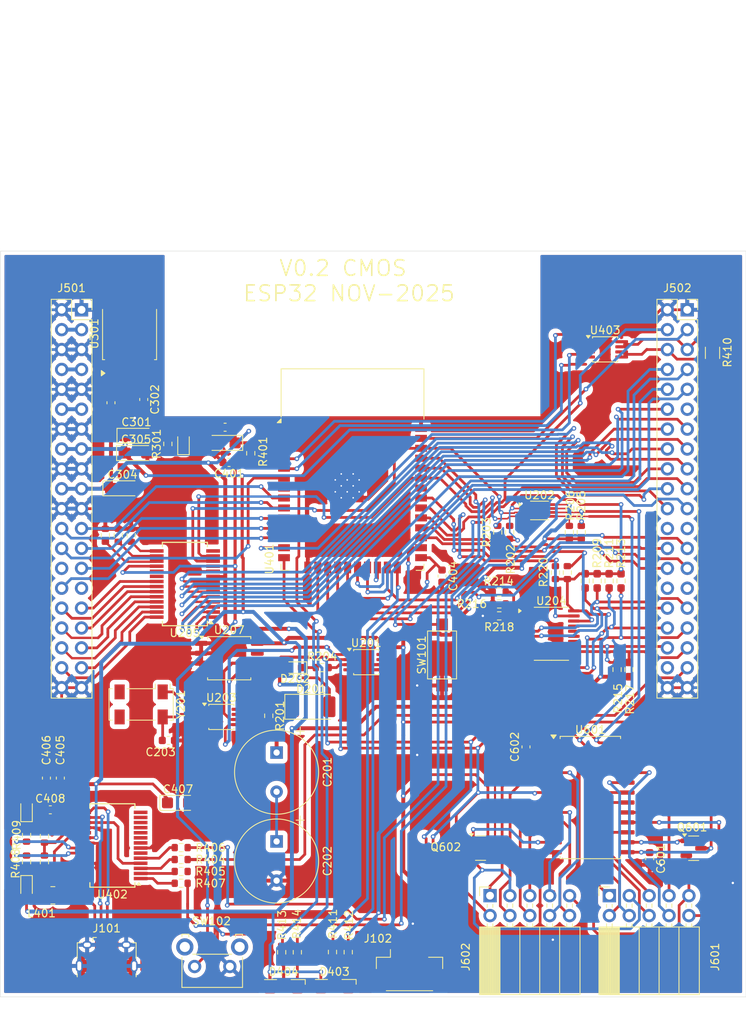
<source format=kicad_pcb>
(kicad_pcb (version 20241229) (generator "pcbnew") (generator_version "9.0")
  (layers (0 "F.Cu" signal) (2 "B.Cu" signal) (13 "F.Paste" user) (15 "B.Paste" user) (5 "F.SilkS" user "F.Silkscreen") (7 "B.SilkS" user "B.Silkscreen") (1 "F.Mask" user) (3 "B.Mask" user) (25 "Edge.Cuts" user))
  (net 0 "")
  (net 1 "GND")
  (net 2 "+5VD")
  (net 3 "+3.3V")
  (net 4 "/ESP32 Module/BOOT")
  (net 5 "Net-(D301-K)")
  (net 6 "Net-(C201-Pad2)")
  (net 7 "Net-(C201-Pad1)")
  (net 8 "Net-(U203-OSCO)")
  (net 9 "Net-(U402-3V3OUT)")
  (net 10 "/ESP32 Module/VCCUSB")
  (net 11 "/ESP32 Module/D+")
  (net 12 "/ESP32 Module/D-")
  (net 13 "/PWM4")
  (net 14 "/PWM3")
  (net 15 "/PWM1")
  (net 16 "/PWM0")
  (net 17 "/PWM2")
  (net 18 "/SCL2-E")
  (net 19 "Net-(U601-CEXT)")
  (net 20 "/SDO")
  (net 21 "/SCL1-E")
  (net 22 "/SDA0-E")
  (net 23 "/SCK")
  (net 24 "/SDA2-E")
  (net 25 "/T2CK")
  (net 26 "/SDI")
  (net 27 "/CANL")
  (net 28 "/SDA1-E")
  (net 29 "/SCS")
  (net 30 "/SDA")
  (net 31 "/SCL")
  (net 32 "Net-(U201-O.S.)")
  (net 33 "/T1CK")
  (net 34 "Net-(U402-~{RESET})")
  (net 36 "/RX0")
  (net 37 "Net-(U402-DTR)")
  (net 38 "Net-(U402-CBUS0)")
  (net 39 "Net-(D401-K)")
  (net 40 "/CANH")
  (net 42 "Net-(D402-K)")
  (net 43 "/CMOS_BUS/INT1")
  (net 44 "Net-(U402-CBUS1)")
  (net 45 "/TX0")
  (net 46 "+BATT")
  (net 47 "+5VA")
  (net 48 "/SEVEN SEGMENTS/D34")
  (net 49 "+12V")
  (net 50 "/CMOS_BUS/INT0")
  (net 51 "Net-(U203-OSCI)")
  (net 54 "/SEVEN SEGMENTS/G34")
  (net 55 "/CMOS_BUS/UART-TX3")
  (net 56 "/CMOS_BUS/UART-RX3")
  (net 57 "/SCL1")
  (net 58 "/SDA1")
  (net 59 "Net-(J601-Pin_9)")
  (net 60 "/SEVEN SEGMENTS/E34")
  (net 61 "/SEVEN SEGMENTS/B34")
  (net 62 "/RX1")
  (net 63 "/SEVEN SEGMENTS/F34")
  (net 64 "/SEVEN SEGMENTS/P34")
  (net 65 "/ESP32 Module/CAN-RX")
  (net 66 "Net-(J601-Pin_3)")
  (net 67 "/SEVEN SEGMENTS/C34")
  (net 68 "/TX2")
  (net 69 "/ESP32 Module/CAN-TX")
  (net 70 "/SEVEN SEGMENTS/A34")
  (net 71 "/RX2")
  (net 72 "Net-(J602-Pin_8)")
  (net 73 "Net-(J602-Pin_2)")
  (net 74 "Net-(J602-Pin_4)")
  (net 75 "/TX1")
  (net 77 "/SCL-5V")
  (net 79 "Net-(D201-K)")
  (net 82 "Net-(U204-A1)")
  (net 86 "Net-(U402-TXD)")
  (net 87 "Net-(U204-A0)")
  (net 90 "Net-(U402-RXD)")
  (net 95 "Net-(U402-RTS)")
  (net 96 "Net-(U204-A2)")
  (net 99 "Net-(U205-A2)")
  (net 103 "Net-(U205-A1)")
  (net 105 "Net-(U205-A0)")
  (net 106 "Net-(D202-K)")
  (net 107 "/D6")
  (net 108 "/D4")
  (net 109 "/RETRO")
  (net 110 "/D7")
  (net 111 "/RESET")
  (net 112 "/D2")
  (net 113 "/RW")
  (net 114 "/E")
  (net 115 "/D3")
  (net 116 "/RS")
  (net 117 "/D5")
  (net 118 "/D0")
  (net 119 "/D1")
  (net 120 "/IO6")
  (net 121 "/IO7")
  (net 122 "/IO3")
  (net 123 "/IO0")
  (net 124 "/IO4")
  (net 125 "/IO2")
  (net 126 "/IO5")
  (net 127 "/IO1")
  (net 128 "/IO8")
  (net 129 "/IO9")
  (net 130 "/SDA-5V")
  (net 133 "Net-(D403-K1)")
  (net 134 "Net-(D403-K2)")
  (net 135 "Net-(U401-IO2)")
  (net 136 "Net-(U401-IO4)")
  (net 137 "Net-(D404-K2)")
  (net 138 "Net-(D404-K1)")
  (net 139 "Net-(U401-IO35)")
  (net 140 "Net-(U401-IO12)")
  (net 141 "Net-(J602-Pin_1)")
  (net 142 "Net-(J602-Pin_5)")
  (net 143 "Net-(J602-Pin_10)")
  (net 144 "Net-(J602-Pin_7)")
  (net 145 "Net-(J602-Pin_6)")
  (net 146 "Net-(Q601-B)")
  (net 147 "Net-(Q602-B)")
  (net 149 "/SCL0-E")
  (net 150 "/CMOS_BUS/UART-RX0")
  (net 151 "/CMOS_BUS/UART-TX0")
  (footprint "Capacitor_SMD:C_0603_1608Metric" (layer "F.Cu") (at 212.7 132.1 -90)
    (property "Reference" "C601")
    (property "Value" "100n")
  )
  (footprint "Crystal:Crystal_SMD_Abracon_ABS25-4Pin_8.0x3.8mm" (layer "F.Cu") (at 147.75 112.4 -90)
    (property "Reference" "Y201")
    (property "Value" "32.278kHz" (hide yes))
  )
  (footprint "Resistor_SMD:R_0603_1608Metric" (layer "F.Cu") (at 193.294 90.424 90)
    (property "Reference" "R203")
    (property "Value" "2.2K")
  )
  (footprint "Resistor_SMD:R_0603_1608Metric" (layer "F.Cu") (at 133.116 129.098 90)
    (property "Reference" "R409")
    (property "Value" "4k7")
  )
  (footprint "Resistor_SMD:R_0603_1608Metric" (layer "F.Cu") (at 202.184 95.567 90)
    (property "Reference" "R219" (hide yes))
    (property "Value" "2k2" (hide yes))
  )
  (footprint "Capacitor_Tantalum_SMD:CP_EIA-3216-10_Kemet-I" (layer "F.Cu") (at 158.3975 79 180)
    (property "Reference" "C402" (hide yes))
    (property "Value" "10µ/10V" (hide yes))
  )
  (footprint "Capacitor_SMD:C_0603_1608Metric" (layer "F.Cu") (at 196.902 117.825 90)
    (property "Reference" "C602")
    (property "Value" "2.7n")
  )
  (footprint "LED_SMD:LED_Kingbright_KPA-3010_3x2x1mm" (layer "F.Cu") (at 165.95 149.05 180)
    (property "Reference" "D404")
    (property "Value" "LED_Dual_KAK")
  )
  (footprint "Diode_SMD:D_2010_5025Metric_Pad1.52x2.65mm_HandSolder" (layer "F.Cu") (at 169.4625 112.7)
    (property "Reference" "D201")
    (property "Value" "D_Schottky")
  )
  (footprint "Capacitor_THT:CP_Radial_Tantal_D10.5mm_P5.00mm" (layer "F.Cu") (at 165.05 118.55 -90)
    (property "Reference" "C201")
    (property "Value" "10F/2.7V" (hide yes))
  )
  (footprint "Package_SO:TSSOP-20_4.4x6.5mm_P0.65mm" (layer "F.Cu") (at 200.152 103.378)
    (property "Reference" "U204")
    (property "Value" "TCA9544A")
  )
  (footprint "Capacitor_SMD:C_0603_1608Metric" (layer "F.Cu") (at 148.082 73.457 -90)
    (property "Reference" "C302")
    (property "Value" "100n")
  )
  (footprint "Resistor_SMD:R_0603_1608Metric" (layer "F.Cu") (at 200.66 95.567 90)
    (property "Reference" "R220")
    (property "Value" "2k2")
  )
  (footprint "Resistor_SMD:R_0603_1608Metric" (layer "F.Cu") (at 161.75 80.325 90)
    (property "Reference" "R401")
    (property "Value" "10k")
  )
  (footprint "RF_Module:ESP32-WROOM-32" (layer "F.Cu") (at 174.75 85.4)
    (property "Reference" "U401")
    (property "Value" "ESP32-WROOM-32" (hide yes))
  )
  (footprint "LED_SMD:LED_0603_1608Metric" (layer "F.Cu") (at 167.4115 107.696 180)
    (property "Reference" "D202")
    (property "Value" "RED")
  )
  (footprint "Resistor_SMD:R_0603_1608Metric_Pad0.98x0.95mm_HandSolder" (layer "F.Cu") (at 210.058 107.95 90)
    (property "Reference" "R217")
    (property "Value" "2k2")
  )
  (footprint "Connector_PinSocket_2.54mm:PinSocket_2x05_P2.54mm_Horizontal" (layer "F.Cu") (at 192.31 136.825 90)
    (property "Reference" "J602")
    (property "Value" "~")
  )
  (footprint "Resistor_SMD:R_0603_1608Metric" (layer "F.Cu") (at 172.1885 144.022 90)
    (property "Reference" "R411")
    (property "Value" "330")
  )
  (footprint "Resistor_SMD:R_0603_1608Metric" (layer "F.Cu") (at 170.879 107.696)
    (property "Reference" "R204")
    (property "Value" "330")
  )
  (footprint "Package_TO_SOT_SMD:TO-252-3_TabPin2" (layer "F.Cu") (at 146.2725 65.06 90)
    (property "Reference" "U301")
    (property "Value" "LM1117DT-2.5")
  )
  (footprint "Resistor_SMD:R_0603_1608Metric" (layer "F.Cu") (at 151.162 79.132 90)
    (property "Reference" "R301")
    (property "Value" "2K" (hide yes))
  )
  (footprint "Resistor_SMD:R_0603_1608Metric" (layer "F.Cu") (at 193.485 98.044 180)
    (property "Reference" "R214")
    (property "Value" "0")
  )
  (footprint "Resistor_SMD:R_0603_1608Metric" (layer "F.Cu") (at 152.865 130.685)
    (property "Reference" "R406")
    (property "Value" "0")
  )
  (footprint "Resistor_SMD:R_1206_3216Metric" (layer "F.Cu") (at 220.726 67.5025 90)
    (property "Reference" "R410")
    (property "Value" "120")
  )
  (footprint "LED_SMD:LED_Kingbright_KPA-3010_3x2x1mm" (layer "F.Cu") (at 172.45 149.0375 180)
    (property "Reference" "D403")
    (property "Value" "LED_Dual_KAK")
  )
  (footprint "LED_SMD:LED_0603_1608Metric" (layer "F.Cu") (at 133.116 125.8845 90)
    (property "Reference" "D402" (hide yes))
    (property "Value" "ORANGE" (hide yes))
  )
  (footprint "Resistor_SMD:R_0603_1608Metric_Pad0.98x0.95mm_HandSolder" (layer "F.Cu") (at 205.994 96.6235 -90)
    (property "Reference" "R209")
    (property "Value" "2k2")
  )
  (footprint "Package_SO:MSOP-8_3x3mm_P0.65mm" (layer "F.Cu") (at 176.5 107)
    (property "Reference" "U201")
    (property "Value" "LM75A")
  )
  (footprint "Package_SO:SOIC-8_5.3x5.3mm_P1.27mm" (layer "F.Cu") (at 159 106.5)
    (property "Reference" "U207")
    (property "Value" "AT24CS01-SSHM")
  )
  (footprint "Resistor_SMD:R_0603_1608Metric" (layer "F.Cu") (at 193.485 101.092 180)
    (property "Reference" "R218")
    (property "Value" "0")
  )
  (footprint "Resistor_SMD:R_0603_1608Metric" (layer "F.Cu") (at 152.865 132.209)
    (property "Reference" "R404")
    (property "Value" "0")
  )
  (footprint "Resistor_SMD:R_0603_1608Metric" (layer "F.Cu") (at 193.485 99.568 180)
    (property "Reference" "R216")
    (property "Value" "0")
  )
  (footprint "Resistor_SMD:R_0603_1608Metric" (layer "F.Cu") (at 165.7 144.05 90)
    (property "Reference" "R413")
    (property "Value" "330")
  )
  (footprint "Resistor_SMD:R_0603_1608Metric_Pad0.98x0.95mm_HandSolder" (layer "F.Cu") (at 207.518 96.6235 -90)
    (property "Reference" "R211")
    (property "Value" "2k2")
  )
  (footprint "Capacitor_Tantalum_SMD:CP_EIA-3216-12_Kemet-S_HandSolder" (layer "F.Cu") (at 147.16 78.1)
    (property "Reference" "C301")
    (property "Value" "10µ/10V")
  )
  (footprint "Resistor_SMD:R_0603_1608Metric" (layer "F.Cu") (at 174.2 144.0375 90)
    (property "Reference" "R412")
    (property "Value" "330")
  )
  (footprint "Capacitor_SMD:C_0603_1608Metric" (layer "F.Cu") (at 137.434 121.808 90)
    (property "Reference" "C405")
    (property "Value" "100n")
  )
  (footprint "Connector_USB:USB_Micro-B_Amphenol_10118194-0001LF_Horizontal" (layer "F.Cu") (at 143.35 144.5)
    (property "Reference" "J101")
    (property "Value" "USB_B_Micro")
  )
  (footprint "Capacitor_SMD:C_0603_1608Metric" (layer "F.Cu") (at 186.182 96.012 -90)
    (property "Reference" "C404")
    (property "Value" "100n")
  )
  (footprint "Button_Switch_THT:SW_Tactile_SKHH_Angled" (layer "F.Cu") (at 159.08 145.87 180)
    (property "Reference" "SW102")
    (property "Value" "SW_Push_45deg")
  )
  (footprint "Capacitor_SMD:C_0603_1608Metric" (layer "F.Cu") (at 158.975 81.5 180)
    (property "Reference" "C401")
    (property "Value" "100n")
  )
  (footprint "Package_SO:MSOP-8_3x3mm_P0.65mm" (layer "F.Cu") (at 158 114)
    (property "Reference" "U203")
    (property "Value" "PCF8563T")
  )
  (footprint "Capacitor_SMD:C_0603_1608Metric" (layer "F.Cu") (at 151.225 117)
    (property "Reference" "C203")
    (property "Value" "10n")
  )
  (footprint "Package_SO:SOP-24_7.5x15.4mm_P1.27mm" (layer "F.Cu") (at 205.1235 124.289)
    (property "Reference" "U601")
    (property "Value" "SAA1064T")
  )
  (footprint "LED_SMD:LED_0603_1608Metric" (layer "F.Cu") (at 133.116 135.7395 -90)
    (property "Reference" "D401" (hide yes))
    (property "Value" "ORANGE" (hide yes))
  )
  (footprint "Package_TO_SOT_SMD:SOT-23" (layer "F.Cu") (at 191.1 130.75)
    (property "Reference" "Q602")
    (property "Value" "BSR19")
  )
  (footprint "Package_TO_SOT_SMD:SOT-23" (layer "F.Cu") (at 218.3165 130.766)
    (property "Reference" "Q601")
    (property "Value" "BSR19")
  )
  (footprint "Resistor_SMD:R_0603_1608Metric" (layer "F.Cu") (at 202.438 90.424 90)
    (property "Reference" "R206")
    (property "Value" "2.2K")
  )
  (footprint "Capacitor_SMD:C_0603_1608Metric" (layer "F.Cu") (at 158.475 77 180)
    (property "Reference" "C403" (hide yes))
    (property "Value" "100n" (hide yes))
  )
  (footprint "Resistor_SMD:R_0603_1608Metric" (layer "F.Cu") (at 164.05 113.85 -90)
    (property "Reference" "R201")
    (property "Value" "150")
  )
  (footprint "Button_Switch_SMD:SW_SPST_CK_RS282G05A3" (layer "F.Cu") (at 186.182 106.082 90)
    (property "Reference" "SW101")
    (property "Value" "SW_Push_45deg")
  )
  (footprint "LED_SMD:LED_0603_1608Metric" (layer "F.Cu") (at 153.162 79.0195 90)
    (property "Reference" "D301" (hide yes))
    (property "Value" "RED LED" (hide yes))
  )
  (footprint "Inductor_SMD:L_1008_2520Metric" (layer "F.Cu") (at 136.477 136.781 180)
    (property "Reference" "L401")
    (property "Value" "22µ")
  )
  (footprint "Resistor_SMD:R_0603_1608Metric" (layer "F.Cu") (at 144.83 90.802 90)
    (property "Reference" "R210" (hide yes))
    (property "Value" "0" (hide yes))
  )
  (footprint "Resistor_SMD:R_0603_1608Metric_Pad0.98x0.95mm_HandSolder" (layer "F.Cu") (at 208.534 107.95 90)
    (property "Reference" "R215")
    (property "Value" "2k2")
  )
  (footprint "Capacitor_THT:CP_Radial_Tantal_D10.5mm_P5.00mm" (layer "F.Cu") (at 165.05 129.9 -90)
    (property "Reference" "C202")
    (property "Value" "10F/2.7V")
  )
  (footprint "Resistor_SMD:R_0603_1608Metric" (layer "F.Cu") (at 152.865 133.733)
    (property "Reference" "R405")
    (property "Value" "NC")
  )
  (footprint "Package_SO:SSOP-28_5.3x10.2mm_P0.65mm" (layer "F.Cu") (at 144.082 130.412 180)
    (property "Reference" "U402")
    (property "Value" "FT232RL")
  )
  (footprint "Resistor_SMD:R_0603_1608Metric" (layer "F.Cu") (at 146.481 90.802 90)
    (property "Reference" "R212" (hide yes))
    (property "Value" "0")
  )
  (footprint "Resistor_SMD:R_0603_1608Metric_Pad0.98x0.95mm_HandSolder" (layer "F.Cu") (at 204.47 96.6235 -90)
    (property "Reference" "R208" (hide yes))
    (property "Value" "2k2")
  )
  (footprint "Package_SO:SSOP-28_5.3x10.2mm_P0.65mm" (layer "F.Cu") (at 153.339 97.025 180)
    (property "Reference" "U205")
    (property "Value" "MCP23017_SS")
  )
  (footprint "Capacitor_Tantalum_SMD:CP_EIA-3216-12_Kemet-S_HandSolder" (layer "F.Cu") (at 145.36 84.8)
    (property "Reference" "C304")
    (property "Value" "10µ/10V")
  )
  (footprint "Package_SO:MSOP-8_3x3mm_P0.65mm" (layer "F.Cu") (at 207.01 67.056)
    (property "Reference" "U403")
    (property "Value" "TJA1051T")
  )
  (footprint "Capacitor_SMD:C_0603_1608Metric" (layer "F.Cu") (at 136.151 125.859)
    (property "Reference" "C408")
    (property "Value" "100n")
  )
  (footprint "Connector_JST:JST_GH_SM04B-GHS-TB_1x04-1MP_P1.25mm_Horizontal" (layer "F.Cu") (at 182.025 146.4)
    (property "Reference" "J102")
    (property "Value" "Conn_01x04")
  )
  (footprint "Package_SO:VSSOP-8_2.3x2mm_P0.5mm" (layer "F.Cu") (at 198.628 87.63)
    (property "Reference" "U202")
    (property "Value" "PCA9306")
  )
  (footprint "Resistor_SMD:R_0603_1608Metric" (layer "F.Cu") (at 143.179 90.802 90)
    (property "Reference" "R207" (hide yes))
    (property "Value" "0")
  )
  (footprint "Capacitor_SMD:C_0603_1608Metric" (layer "F.Cu") (at 135.656 121.808 90)
    (property "Reference" "C406")
    (property "Value" "100n")
  )
  (footprint "Capacitor_Tantalum_SMD:CP_EIA-3216-12_Kemet-S" (layer "F.Cu") (at 152.4645 124.97)
    (property "Reference" "C407")
    (property "Value" "10µ/10V")
  )
  (footprint "Resistor_SMD:R_0603_1608Metric" (layer "F.Cu") (at 167.7 144.05 90)
    (property "Reference" "R414")
    (property "Value" "330")
  )
  (footprint "Connector_PinSocket_2.54mm:PinSocket_2x20_P2.54mm_Vertical" (layer "F.Cu") (at 140.14 62)
    (property "Reference" "J501")
    (property "Value" "Conn_02x20_Odd_Even" (hide yes))
  )
  (footprint "Capacitor_Tantalum_SMD:CP_EIA-3216-12_Kemet-S_HandSolder" (layer "F.Cu") (at 147.11 80.3)
    (property "Reference" "C305")
    (property "Value" "10µ/10V")
  )
  (footprint "Resistor_SMD:R_0603_1608Metric" (layer "F.Cu") (at 133.116 132.526 -90)
    (property "Reference" "R408")
    (property "Value" "4k7")
  )
  (footprint "Resistor_SMD:R_0603_1608Metric_Pad0.98x0.95mm_HandSolder" (layer "F.Cu") (at 209.042 96.6235 -90)
    (property "Reference" "R213")
    (property "Value" "2k2")
  )
  (footprint "Connector_PinSocket_2.54mm:PinSocket_2x05_P2.54mm_Horizontal" (layer "F.Cu") (at 207.55 136.825 90)
    (property "Reference" "J601")
    (property "Value" "~")
  )
  (footprint "Resistor_SMD:R_0603_1608Metric" (layer "F.Cu") (at 194.818 90.424 90)
    (property "Reference" "R202")
    (property "Value" "2.2K")
  )
  (footprint "Resistor_SMD:R_0603_1608Metric" (layer "F.Cu") (at 135.402 132.526 90)
    (property "Reference" "R403" (hide yes))
    (property "Value" "2k2" (hide yes))
  )
  (footprint "Resistor_SMD:R_0603_1608Metric" (layer "F.Cu") (at 135.402 129.224 90)
    (property "Reference" "R402" (hide yes))
    (property "Value" "2k2" (hide yes))
  )
  (footprint "Resistor_SMD:R_0603_1608Metric" (layer "F.Cu") (at 203.962 90.424 90)
    (property "Reference" "R205")
    (property "Value" "2.2K")
  )
  (footprint "Connector_PinSocket_2.54mm:PinSocket_2x20_P2.54mm_Vertical" (layer "F.Cu") (at 217.5 62)
    (property "Reference" "J502")
    (property "Value" "Conn_02x20_Odd_Even")
  )
  (footprint "Capacitor_SMD:C_0603_1608Metric" (layer "F.Cu") (at 143.9 73.875 90)
    (property "Reference" "C303" (hide yes))
    (property "Value" "100n" (hide yes))
  )
  (footprint "Resistor_SMD:R_0603_1608Metric" (layer "F.Cu") (at 152.865 135.239)
    (property "Reference" "R407")
    (property "Value" "0")
  )
  (gr_line (start 225 149.75) (end 225 54.5) (stroke (width 0.05)) (layer "Edge.Cuts"))
  (gr_line (start 129.8 54.5) (end 129.75 149.75) (stroke (width 0.05)) (layer "Edge.Cuts"))
  (gr_line (start 129.75 149.75) (end 225 149.75) (stroke (width 0.05)) (layer "Edge.Cuts"))
  (gr_line (start 225 54.5) (end 129.8 54.5) (stroke (width 0.05)) (layer "Edge.Cuts"))
  (gr_text "V0.2 CMOS \nESP32 NOV-2025" (at 174.3 58.3 0) (layer "F.SilkS") (effects (font (size 2 2) (thickness 0.2))))
  (segment (start 186.182 109.982) (end 188.47 109.982) (width 0.35) (layer "F.Cu") (net 1))
  (segment (start 147.682 130.737) (end 148.907 130.737) (width 0.35) (layer "F.Cu") (net 1))
  (segment (start 166 77.15) (end 166.73 77.15) (width 0.35) (layer "F.Cu") (net 1))
  (segment (start 206.629 66.421) (end 207.899 65.151) (width 0.35) (layer "F.Cu") (net 1))
  (segment (start 198.6 117.05) (end 196.902 117.05) (width 0.35) (layer "F.Cu") (net 1))
  (segment (start 141.728182 128.137) (end 140.482 128.137) (width 0.35) (layer "F.Cu") (net 1))
  (segment (start 141.778182 128.187) (end 141.728182 128.137) (width 0.35) (layer "F.Cu") (net 1))
  (segment (start 137.434 121.033) (end 134.64 121.033) (width 0.5) (layer "F.Cu") (net 1))
  (segment (start 173.975 134.9) (end 178.075 139) (width 0.5) (layer "F.Cu") (net 1))
  (segment (start 156.905 108.405) (end 155.4125 108.405) (width 0.5) (layer "F.Cu") (net 1))
  (segment (start 219.889 142.45) (end 200.331 142.45) (width 0.35) (layer "F.Cu") (net 1))
  (segment (start 134.64 121.033) (end 135.656 121.033) (width 0.35) (layer "F.Cu") (net 1))
  (segment (start 223.318 120.5) (end 223.318 121.4) (width 0.35) (layer "F.Cu") (net 1))
  (segment (start 182.45 140.4) (end 182.45 139.4) (width 0.35) (layer "F.Cu") (net 1))
  (segment (start 140.14 87.4) (end 142.5 87.4) (width 0.35) (layer "F.Cu") (net 1))
  (segment (start 153.873 95.4) (end 156.939 95.4) (width 0.3) (layer "F.Cu") (net 1))
  (segment (start 152.006 89.977) (end 152.45 90.421) (width 0.3) (layer "F.Cu") (net 1))
  (segment (start 209.485 65.151) (end 210.947 65.151) (width 0.35) (layer "F.Cu") (net 1))
  (segment (start 157.045 80.345) (end 158.2 81.5) (width 0.4) (layer "F.Cu") (net 1))
  (segment (start 192.66 101.092) (end 192.66 105.792) (width 0.35) (layer "F.Cu") (net 1))
  (segment (start 146.481 89.977) (end 152.006 89.977) (width 0.3) (layer "F.Cu") (net 1))
  (segment (start 144.23 138.113) (end 144.23 134.179) (width 0.35) (layer "F.Cu") (net 1))
  (segment (start 144.65 141.2) (end 144.65 143.1) (width 0.3) (layer "F.Cu") (net 1))
  (segment (start 154.559 81.534) (end 152.654 81.534) (width 0.5) (layer "F.Cu") (net 1))
  (segment (start 180.825 106.675) (end 181.2 107.05) (width 0.35) (layer "F.Cu") (net 1))
  (segment (start 175.47 107.975) (end 176.4 108.905) (width 0.35) (layer "F.Cu") (net 1))
  (segment (start 148.082 78.232) (end 148.082 75.819) (width 0.5) (layer "F.Cu") (net 1))
  (segment (start 157.5 144.02) (end 157.5 138.178) (width 0.35) (layer "F.Cu") (net 1))
  (segment (start 153.817 124.97) (end 153.817 121.686) (width 0.35) (layer "F.Cu") (net 1))
  (segment (start 147.13 84.85) (end 149 84.85) (width 0.35) (layer "F.Cu") (net 1))
  (segment (start 178.975 108.905) (end 181.168 108.905) (width 0.35) (layer "F.Cu") (net 1))
  (segment (start 153.135 105.865) (end 153 106) (width 0.4) (layer "F.Cu") (net 1))
  (segment (start 143.022 130.177) (end 143.022 128.653) (width 0.35) (layer "F.Cu") (net 1))
  (segment (start 140.14 72.16) (end 143.9525 72.16) (width 0.5) (layer "F.Cu") (net 1))
  (segment (start 191.5 118.85) (end 183.007 118.85) (width 0.35) (layer "F.Cu") (net 1))
  (segment (start 142.551 130.14) (end 142.604 130.087) (width 0.35) (layer "F.Cu") (net 1))
  (segment (start 217.5 62) (end 214.96 62) (width 0.35) (layer "F.Cu") (net 1))
  (segment (start 153 105) (end 153 106) (width 0.4) (layer "F.Cu") (net 1))
  (segment (start 204.535 66.421) (end 206.629 66.421) (width 0.35) (layer "F.Cu") (net 1))
  (segment (start 155.4125 105.865) (end 153.135 105.865) (width 0.4) (layer "F.Cu") (net 1))
  (segment (start 171.6695 83.7275) (end 172.545 83.7275) (width 0.35) (layer "F.Cu") (net 1))
  (segment (start 147.83 140.795) (end 147.83 146.295) (width 0.35) (layer "F.Cu") (net 1))
  (segment (start 144 141.025) (end 144 143.1) (width 0.3) (layer "F.Cu") (net 1))
  (segment (start 155.4125 104.595) (end 153.405 104.595) (width 0.4) (layer "F.Cu") (net 1))
  (segment (start 149.606 78.307) (end 148.162 78.307) (width 0.5) (layer "F.Cu") (net 1))
  (segment (start 178.6125 106.675) (end 180.825 106.675) (width 0.35) (layer "F.Cu") (net 1))
  (segment (start 145.054 138.305) (end 145.03 138.329) (width 0.35) (layer "F.Cu") (net 1))
  (segment (start 153.405 104.595) (end 153 105) (width 0.4) (layer "F.Cu") (net 1))
  (segment (start 152 119.869) (end 137.631 119.869) (width 0.35) (layer "F.Cu") (net 1))
  (segment (start 212.7 132.875) (end 214.075 132.875) (width 0.35) (layer "F.Cu") (net 1))
  (segment (start 214.098 62) (end 214.96 62) (width 0.35) (layer "F.Cu") (net 1))
  (segment (start 141.707 130.087) (end 141.76 130.14) (width 0.35) (layer "F.Cu") (net 1))
  (segment (start 151.162 78.307) (end 149.606 78.307) (width 0.5) (layer "F.Cu") (net 1))
  (segment (start 144.8 138.051) (end 145.054 138.305) (width 0.35) (layer "F.Cu") (net 1))
  (segment (start 186.182 96.787) (end 191.403 96.787) (width 0.35) (layer "F.Cu") (net 1))
  (segment (start 145.03 140.795) (end 147.83 140.795) (width 0.35) (layer "F.Cu") (net 1))
  (segment (start 137.6 120.867) (end 137.434 121.033) (width 0.35) (layer "F.Cu") (net 1))
  (segment (start 196.902 117.05) (end 193.3 117.05) (width 0.35) (layer "F.Cu") (net 1))
  (segment (start 153 108.37) (end 153.035 108.405) (width 0.35) (layer "F.Cu") (net 1))
  (segment (start 143.16 70.1) (end 143.9925 70.1) (width 0.5) (layer "F.Cu") (net 1))
  (segment (start 198.704 131.631) (end 198.704 140.823) (width 0.35) (layer "F.Cu") (net 1))
  (segment (start 148.082 75.819) (end 146.939 75.819) (width 0.5) (layer "F.Cu") (net 1))
  (segment (start 140.482 133.337) (end 140.482 132.687) (width 0.35) (layer "F.Cu") (net 1))
  (segment (start 144.23 138.113) (end 144.292 138.051) (width 0.35) (layer "F.Cu") (net 1))
  (segment (start 142.359305 130.087) (end 142.932 130.087) (width 0.35) (layer "F.Cu") (net 1))
  (segment (start 143.179 88.079) (end 143.179 89.977) (width 0.35) (layer "F.Cu") (net 1))
  (segment (start 180.15 142.7) (end 182.45 140.4) (width 0.35) (layer "F.Cu") (net 1))
  (segment (start 181.168 107.3) (end 181.168 108) (width 0.35) (layer "F.Cu") (net 1))
  (segment (start 159.08 145.87) (end 157.5 144.29) (width 0.35) (layer "F.Cu") (net 1))
  (segment (start 144.23 140.795) (end 144 141.025) (width 0.3) (layer "F.Cu") (net 1))
  (segment (start 157.045 79) (end 157.045 79.048) (width 0.5) (layer "F.Cu") (net 1))
  (segment (start 144.292 138.051) (end 144.8 138.051) (width 0.35) (layer "F.Cu") (net 1))
  (segment (start 152.45 90.421) (end 152.45 93.977) (width 0.3) (layer "F.Cu") (net 1))
  (segment (start 182.245 109.982) (end 181.229 108.966) (width 0.35) (layer "F.Cu") (net 1))
  (segment (start 142.932 130.087) (end 143.022 130.177) (width 0.35) (layer "F.Cu") (net 1))
  (segment (start 153.035 108.405) (end 155.4125 108.405) (width 0.35) (layer "F.Cu") (net 1))
  (segment (start 181.168 108.905) (end 181.229 108.966) (width 0.35) (layer "F.Cu") (net 1))
  (segment (start 134.64 121.033) (end 134.132 121.541) (width 0.5) (layer "F.Cu") (net 1))
  (segment (start 153.817 125.827) (end 151.118 128.526) (width 0.5) (layer "F.Cu") (net 1))
  (segment (start 157.045 79) (end 157.045 80.345) (width 0.4) (layer "F.Cu") (net 1))
  (segment (start 153 106) (end 153 107) (width 0.4) (layer "F.Cu") (net 1))
  (segment (start 183.5 77.15) (end 179.885 77.15) (width 0.35) (layer "F.Cu") (net 1))
  (segment (start 144.83 89.977) (end 146.481 89.977) (width 0.3) (layer "F.Cu") (net 1))
  (segment (start 193.171 106.303) (end 192.66 105.792) (width 0.35) (layer "F.Cu") (net 1))
  (segment (start 207.899 65.151) (end 209.485 65.151) (width 0.35) (layer "F.Cu") (net 1))
  (segment (start 153.135 107.135) (end 153 107) (width 0.4) (layer "F.Cu") (net 1))
  (segment (start 192.66 99.568) (end 192.66 101.092) (width 0.35) (layer "F.Cu") (net 1))
  (segment (start 143.9925 72.2) (end 143.9925 73.0075) (width 0.5) (layer "F.Cu") (net 1))
  (segment (start 183.261 109.982) (end 186.182 109.982) (width 0.35) (layer "F.Cu") (net 1))
  (segment (start 143.022 128.653) (end 142.556 128.187) (width 0.35) (layer "F.Cu") (net 1))
  (segment (start 152 119.869) (end 153.817 121.686) (width 0.35) (layer "F.Cu") (net 1))
  (segment (start 223.318 139.021) (end 219.889 142.45) (width 0.35) (layer "F.Cu") (net 1))
  (segment (start 152.654 81.534) (end 150.368 81.534) (width 0.5) (layer "F.Cu") (net 1))
  (segment (start 193.3 117.05) (end 191.5 118.85) (width 0.35) (layer "F.Cu") (net 1))
  (segment (start 182.05 139) (end 178.075 139) (width 0.35) (layer "F.Cu") (net 1))
  (segment (start 157.5 109) (end 157.5 114.65) (width 0.35) (layer "F.Cu") (net 1))
  (segment (start 169.04 86.357) (end 171.6695 83.7275) (width 0.35) (layer "F.Cu") (net 1))
  (segment (start 143.022 130.177) (end 143.022 130.685) (width 0.35) (layer "F.Cu") (net 1))
  (segment (start 223.318 121.4) (end 223.318 116.078) (width 0.35) (layer "F.Cu") (net 1))
  (segment (start 140.482 128.137) (end 135.664 128.137) (width 0.35) (layer "F.Cu") (net 1))
  (segment (start 199.061 131.274) (end 198.704 131.631) (width 0.35) (layer "F.Cu") (net 1))
  (segment (start 143.9525 72.16) (end 143.9925 72.2) (width 0.5) (layer "F.Cu") (net 1))
  (segment (start 191.403 96.787) (end 192.66 98.044) (width 0.35) (layer "F.Cu") (net 1))
  (segment (start 157.5 109) (end 156.905 108.405) (width 0.5) (layer "F.Cu") (net 1))
  (segment (start 196.481 86.88) (end 196.342 86.741) (width 0.2) (layer "F.Cu") (net 1))
  (segment (start 153.182 147.83) (end 151.647 146.295) (width 0.35) (layer "F.Cu") (net 1))
  (segment (start 135.376 124.817) (end 135.376 125.859) (width 0.5) (layer "F.Cu") (net 1))
  (segment (start 181.143 107.325) (end 181.168 107.3) (width 0.35) (layer "F.Cu") (net 1))
  (segment (start 165.05 134.9) (end 173.975 134.9) (width 0.5) (layer "F.Cu") (net 1))
  (segment (start 143.9925 73.0075) (end 143.9 73.1) (width 0.5) (layer "F.Cu") (net 1))
  (segment (start 142.768 132.717) (end 142.738 132.687) (width 0.35) (layer "F.Cu") (net 1))
  (segment (start 140.14 67.08) (end 143.16 70.1) (width 0.5) (layer "F.Cu") (net 1))
  (segment (start 223.318 116.078) (end 217.5 110.26) (width 0.35) (layer "F.Cu") (net 1))
  (segment (start 142.5 87.4) (end 143.179 88.079) (width 0.35) (layer "F.Cu") (net 1))
  (segment (start 157.125 114.975) (end 155.8875 114.975) (width 0.35) (layer "F.Cu") (net 1))
  (segment (start 181.143 107.975) (end 181.168 108) (width 0.35) (layer "F.Cu") (net 1))
  (segment (start 157.5 144.29) (end 157.5 144.02) (width 0.35) (layer "F.Cu") (net 1))
  (segment (start 140.482 130.087) (end 141.707 130.087) (width 0.35) (layer "F.Cu") (net 1))
  (segment (start 157.9 134.9) (end 157.5 135.3) (width 0.5) (layer "F.Cu") (net 1))
  (segment (start 166.73 77.15) (end 172.545 82.965) (width 0.35) (layer "F.Cu") (net 1))
  (segment (start 157.7 76.3) (end 158 76) (width 0.4) (layer "F.Cu") (net 1))
  (segment (start 148.907 130.737) (end 151.118 128.526) (width 0.35) (layer "F.Cu") (net 1))
  (segment (start 144.23 140.795) (end 144.23 138.113) (width 0.35) (layer "F.Cu") (net 1))
  (segment (start 223.318 121.4) (end 223.318 135.2) (width 0.35) (layer "F.Cu") (net 1))
  (segment (start 223.318 135.2) (end 223.318 139.021) (width 0.35) (layer "F.Cu") (net 1))
  (segment (start 214.075 132.875) (end 214.15 132.95) (width 0.35) (layer "F.Cu") (net 1))
  (segment (start 157.15 115) (end 157.125 114.975) (width 0.35) (layer "F.Cu") (net 1))
  (segment (start 181.168 108) (end 181.168 108.905) (width 0.35) (layer "F.Cu") (net 1))
  (segment (start 210.947 65.151) (end 214.098 62) (width 0.35) (layer "F.Cu") (net 1))
  (segment (start 200.4735 117.304) (end 198.954 117.304) (width 0.35) (layer "F.Cu") (net 1))
  (segment (start 143.022 130.685) (end 143.022 132.463) (width 0.35) (layer "F.Cu") (net 1))
  (segment (start 181.168 107.082) (end 181.168 107.3) (width 0.35) (layer "F.Cu") (net 1))
  (segment (start 135.664 128.137) (end 135.402 128.399) (width 0.35) (layer "F.Cu") (net 1))
  (segment (start 148.082 75.819) (end 148.082 74.232) (width 0.5) (layer "F.Cu") (net 1))
  (segment (start 145.03 140.795) (end 145.03 140.82) (width 0.3) (layer "F.Cu") (net 1))
  (segment (start 158 76) (end 162.5 76) (width 0.4) (layer "F.Cu") (net 1))
  (segment (start 157.045 79.048) (end 154.559 81.534) (width 0.5) (layer "F.Cu") (net 1))
  (segment (start 197.2895 106.303) (end 193.171 106.303) (width 0.35) (layer "F.Cu") (net 1))
  (segment (start 182.45 139.4) (end 182.05 139) (width 0.35) (layer "F.Cu") (net 1))
  (segment (start 154.025 114.975) (end 152 117) (width 0.35) (layer "F.Cu") (net 1))
  (segment (start 198.704 140.823) (end 200.331 142.45) (width 0.35) (layer "F.Cu") (net 1))
  (segment (start 140.482 132.687) (end 142.738 132.687) (width 0.35) (layer "F.Cu") (net 1))
  (segment (start 137.631 119.869) (end 137.6 119.9) (width 0.35) (layer "F.Cu") (net 1))
  (segment (start 179.885 77.15) (end 174.07 82.965) (width 0.35) (layer "F.Cu") (net 1))
  (segment (start 214.96 110.26) (end 217.5 110.26) (width 0.35) (layer "F.Cu") (net 1))
  (segment (start 143.022 132.463) (end 142.768 132.717) (width 0.35) (layer "F.Cu") (net 1))
  (segment (start 181.2 107.05) (end 181.168 107.082) (width 0.35) (layer "F.Cu") (net 1))
  (segment (start 178.6125 107.325) (end 181.143 107.325) (width 0.35) (layer "F.Cu") (net 1))
  (segment (start 188.47 109.982) (end 192.66 105.792) (width 0.35) (layer "F.Cu") (net 1))
  (segment (start 134.132 123.573) (end 135.376 124.817) (width 0.5) (layer "F.Cu") (net 1))
  (segment (start 142.556 128.187) (end 141.778182 128.187) (width 0.35) (layer "F.Cu") (net 1))
  (segment (start 152.095 116.905) (end 152 117) (width 0.4) (layer "F.Cu") (net 1))
  (segment (start 151.647 146.295) (end 147.83 146.295) (width 0.35) (layer "F.Cu") (net 1))
  (segment (start 198.954 117.304) (end 198.65 117) (width 0.35) (layer "F.Cu") (net 1))
  (segment (start 198.65 117) (end 198.6 117.05) (width 0.35) (layer "F.Cu") (net 1))
  (segment (start 174.3875 107.975) (end 175.47 107.975) (width 0.35) (layer "F.Cu") (net 1))
  (segment (start 157.12 147.83) (end 153.182 147.83) (width 0.35) (layer "F.Cu") (net 1))
  (segment (start 157.7 77) (end 157.7 76.3) (width 0.4) (layer "F.Cu") (net 1))
  (segment (start 143.179 89.977) (end 144.83 89.977) (width 0.3) (layer "F.Cu") (net 1))
  (segment (start 135.402 125.885) (end 135.376 125.859) (width 0.35) (layer "F.Cu") (net 1))
  (segment (start 145.03 140.82) (end 144.65 141.2) (width 0.3) (layer "F.Cu") (net 1))
  (segment (start 157.045 79) (end 157.045 77.655) (width 0.4) (layer "F.Cu") (net 1))
  (segment (start 178.6125 107.975) (end 181.143 107.975) (width 0.35) (layer "F.Cu") (net 1))
  (segment (start 169.04 94.91) (end 169.04 86.357) (width 0.35) (layer "F.Cu") (net 1))
  (segment (start 157.5 114.65) (end 157.15 115) (width 0.35) (layer "F.Cu") (net 1))
  (segment (start 153 106) (end 153 108.37) (width 0.4) (layer "F.Cu") (net 1))
  (segment (start 162.5 76) (end 163.65 77.15) (width 0.4) (layer "F.Cu") (net 1))
  (segment (start 183.007 109.982) (end 183.261 109.982) (width 0.35) (layer "F.Cu") (net 1))
  (segment (start 153.817 124.97) (end 153.817 125.827) (width 0.5) (layer "F.Cu") (net 1))
  (segment (start 144.23 134.179) (end 144.038 133.987) (width 0.35) (layer "F.Cu") (net 1))
  (segment (start 149 84.85) (end 150.368 83.482) (width 0.35) (layer "F.Cu") (net 1))
  (segment (start 157.045 77.655) (end 157.7 77) (width 0.4) (layer "F.Cu") (net 1))
  (segment (start 143.9925 70.1) (end 143.9925 72.2) (width 0.5) (layer "F.Cu") (net 1))
  (segment (start 135.656 121.033) (end 137.434 121.033) (width 0.35) (layer "F.Cu") (net 1))
  (segment (start 142.738 132.687) (end 144.038 133.987) (width 0.35) (layer "F.Cu") (net 1))
  (segment (start 137.6 119.9) (end 137.6 120.867) (width 0.35) (layer "F.Cu") (net 1))
  (segment (start 176.4 108.905) (end 178.975 108.905) (width 0.35) (layer "F.Cu") (net 1))
  (segment (start 191.389 101.092) (end 192.66 101.092) (width 0.35) (layer "F.Cu") (net 1))
  (segment (start 183.007 109.982) (end 182.245 109.982) (width 0.35) (layer "F.Cu") (net 1))
  (segment (start 134.132 121.541) (end 134.132 123.573) (width 0.5) (layer "F.Cu") (net 1))
  (segment (start 163.65 77.15) (end 166 77.15) (width 0.4) (layer "F.Cu") (net 1))
  (segment (start 141.76 130.14) (end 142.551 130.14) (width 0.35) (layer "F.Cu") (net 1))
  (segment (start 152 117) (end 152 119.869) (width 0.35) (layer "F.Cu") (net 1))
  (segment (start 135.402 128.399) (end 135.402 125.885) (width 0.35) (layer "F.Cu") (net 1))
  (segment (start 140.14 110.26) (end 137.6 110.26) (width 0.35) (layer "F.Cu") (net 1))
  (segment (start 192.66 98.044) (end 192.66 99.568) (width 0.35) (layer "F.Cu") (net 1))
  (segment (start 197.228 86.88) (end 196.481 86.88) (width 0.2) (layer "F.Cu") (net 1))
  (segment (start 155.4125 107.135) (end 153.135 107.135) (width 0.4) (layer "F.Cu") (net 1))
  (segment (start 165.05 134.9) (end 157.9 134.9) (width 0.5) (layer "F.Cu") (net 1))
  (segment (start 159.08 145.87) (end 157.12 147.83) (width 0.35) (layer "F.Cu") (net 1))
  (segment (start 150.368 83.482) (end 150.368 81.534) (width 0.35) (layer "F.Cu") (net 1))
  (segment (start 145.03 138.329) (end 145.03 140.795) (width 0.35) (layer "F.Cu") (net 1))
  (segment (start 137.6 110.26) (end 137.6 119.9) (width 0.35) (layer "F.Cu") (net 1))
  (segment (start 155.8875 114.975) (end 154.025 114.975) (width 0.35) (layer "F.Cu") (net 1))
  (segment (start 152.45 93.977) (end 153.873 95.4) (width 0.3) (layer "F.Cu") (net 1))
  (segment (start 180.15 144.65) (end 180.15 142.7) (width 0.35) (layer "F.Cu") (net 1))
  (segment (start 157.5 135.3) (end 157.5 138.178) (width 0.5) (layer "F.Cu") (net 1))
  (segment (start 200.4735 131.274) (end 199.061 131.274) (width 0.35) (layer "F.Cu") (net 1))
  (via (at 191.389 101.092) (size 0.6) (drill 0.3) (layers "F.Cu" "B.Cu") (net 1))
  (via (at 182.45 140.4) (size 0.6) (drill 0.3) (layers "F.Cu" "B.Cu") (net 1))
  (via (at 223.318 135.2) (size 0.6) (drill 0.3) (layers "F.Cu" "B.Cu") (net 1))
  (via (at 183.007 118.85) (size 0.6) (drill 0.3) (layers "F.Cu" "B.Cu") (net 1))
  (via (at 196.342 86.741) (size 0.6) (drill 0.3) (layers "F.Cu" "B.Cu") (net 1))
  (via (at 178.075 139) (size 0.6) (drill 0.3) (layers "F.Cu" "B.Cu") (net 1))
  (via (at 146.939 75.819) (size 0.6) (drill 0.3) (layers "F.Cu" "B.Cu") (net 1))
  (via (at 200.331 142.45) (size 0.6) (drill 0.3) (layers "F.Cu" "B.Cu") (net 1))
  (via (at 183.007 109.982) (size 0.6) (drill 0.3) (layers "F.Cu" "B.Cu") (net 1))
  (via (at 146.939 75.819) (size 0.6) (drill 0.3) (layers "F.Cu" "B.Cu") (net 1))
  (via (at 214.15 132.95) (size 0.6) (drill 0.3) (layers "F.Cu" "B.Cu") (net 1))
  (segment (start 137.6 77.24) (end 134.86 77.24) (width 0.35) (layer "B.Cu") (net 1))
  (segment (start 219.7 62) (end 220.9 63.2) (width 0.35) (layer "B.Cu") (net 1))
  (segment (start 200.331 142.45) (end 196.1 142.45) (width 0.35) (layer "B.Cu") (net 1))
  (segment (start 136.44 110.26) (end 137.6 110.26) (width 0.35) (layer "B.Cu") (net 1))
  (segment (start 197.104 91.186) (end 196.977 91.313) (width 0.35) (layer "B.Cu") (net 1))
  (segment (start 182.45 140.4) (end 183.634 141.584) (width 0.35) (layer "B.Cu") (net 1))
  (segment (start 214.15 132.95) (end 216.411 135.211) (width 0.35) (layer "B.Cu") (net 1))
  (segment (start 190.627 101.346) (end 191.135 101.346) (width 0.35) (layer "B.Cu") (net 1))
  (segment (start 216.411 135.211) (end 219.889 135.211) (width 0.35) (layer "B.Cu") (net 1))
  (segment (start 137.6 87.4) (end 140.14 87.4) (width 0.5) (layer "B.Cu") (net 1))
  (segment (start 134.94 72.16) (end 134.85 72.25) (width 0.35) (layer "B.Cu") (net 1))
  (segment (start 217.5 110.26) (end 220.19 110.26) (width 0.35) (layer "B.Cu") (net 1))
  (segment (start 220.9 63.2) (end 220.9 109.55) (width 0.35) (layer "B.Cu") (net 1))
  (segment (start 187.706 101.219) (end 187.833 101.346) (width 0.35) (layer "B.Cu") (net 1))
  (segment (start 137.6 82.32) (end 134.87 82.32) (width 0.35) (layer "B.Cu") (net 1))
  (segment (start 191.135 101.346) (end 191.389 101.092) (width 0.35) (layer "B.Cu") (net 1))
  (segment (start 220.19 110.26) (end 220.9 109.55) (width 0.35) (layer "B.Cu") (net 1))
  (segment (start 178.075 128.882) (end 183.007 123.95) (width 0.5) (layer "B.Cu") (net 1))
  (segment (start 137.6 87.4) (end 134.85 87.4) (width 0.35) (layer "B.Cu") (net 1))
  (segment (start 134.85 87.4) (end 134.85 108.95) (width 0.35) (layer "B.Cu") (net 1))
  (segment (start 187.833 101.346) (end 190.627 101.346) (width 0.35) (layer "B.Cu") (net 1))
  (segment (start 137.6 77.24) (end 140.14 77.24) (width 0.5) (layer "B.Cu") (net 1))
  (segment (start 134.85 67.1) (end 134.85 72.25) (width 0.35) (layer "B.Cu") (net 1))
  (segment (start 134.85 77.25) (end 134.85 82.3) (width 0.35) (layer "B.Cu") (net 1))
  (segment (start 197.104 90.297) (end 197.104 91.186) (width 0.35) (layer "B.Cu") (net 1))
  (segment (start 134.85 72.25) (end 134.85 77.25) (width 0.35) (layer "B.Cu") (net 1))
  (segment (start 134.85 108.95) (end 136.3 110.4) (width 0.35) (layer "B.Cu") (net 1))
  (segment (start 134.86 77.24) (end 134.85 77.25) (width 0.35) (layer "B.Cu") (net 1))
  (segment (start 200.331 142.45) (end 184.5 142.45) (width 0.35) (layer "B.Cu") (net 1))
  (segment (start 137.6 72.16) (end 134.94 72.16) (width 0.35) (layer "B.Cu") (net 1))
  (segment (start 137.6 62) (end 140.14 62) (width 0.5) (layer "B.Cu") (net 1))
  (segment (start 137.6 72.16) (end 140.14 72.16) (width 0.5) (layer "B.Cu") (net 1))
  (segment (start 194.818 93.472) (end 194.183 93.472) (width 0.35) (layer "B.Cu") (net 1))
  (segment (start 178.075 139) (end 178.075 128.882) (width 0.5) (layer "B.Cu") (net 1))
  (segment (start 196.342 89.535) (end 197.104 90.297) (width 0.35) (layer "B.Cu") (net 1))
  (segment (start 135.7 62) (end 134.85 62.85) (width 0.35) (layer "B.Cu") (net 1))
  (segment (start 187.442002 100.955002) (end 187.706 101.219) (width 0.35) (layer "B.Cu") (net 1))
  (segment (start 219.889 135.211) (end 223.307 135.211) (width 0.35) (layer "B.Cu") (net 1))
  (segment (start 137.6 62) (end 135.7 62) (width 0.35) (layer "B.Cu") (net 1))
  (segment (start 134.87 82.32) (end 134.85 82.3) (width 0.35) (layer "B.Cu") (net 1))
  (segment (start 134.87 67.08) (end 134.85 67.1) (width 0.35) (layer "B.Cu") (net 1))
  (segment (start 136.3 110.4) (end 136.44 110.26) (width 0.35) (layer "B.Cu") (net 1))
  (segment (start 194.183 93.472) (end 192.527626 93.472) (width 0.35) (layer "B.Cu") (net 1))
  (segment (start 183.007 118.85) (end 183.007 109.982) (width 0.5) (layer "B.Cu") (net 1))
  (segment (start 187.442002 98.557624) (end 187.442002 100.955002) (width 0.35) (layer "B.Cu") (net 1))
  (segment (start 223.307 135.211) (end 223.318 135.2) (width 0.35) (layer "B.Cu") (net 1))
  (segment (start 217.5 62) (end 219.7 62) (width 0.35) (layer "B.Cu") (net 1))
  (segment (start 196.977 91.313) (end 194.818 93.472) (width 0.35) (layer "B.Cu") (net 1))
  (segment (start 184.5 142.45) (end 182.45 140.4) (width 0.35) (layer "B.Cu") (net 1))
  (segment (start 137.6 67.08) (end 134.87 67.08) (width 0.35) (layer "B.Cu") (net 1))
  (segment (start 134.85 62.85) (end 134.85 67.1) (width 0.35) (layer "B.Cu") (net 1))
  (segment (start 134.85 82.3) (end 134.85 87.4) (width 0.35) (layer "B.Cu") (net 1))
  (segment (start 192.527626 93.472) (end 187.442002 98.557624) (width 0.35) (layer "B.Cu") (net 1))
  (segment (start 183.007 123.95) (end 183.007 118.85) (width 0.5) (layer "B.Cu") (net 1))
  (segment (start 140.14 72.16) (end 144.61 72.16) (width 0.5) (layer "B.Cu") (net 1))
  (segment (start 146.939 75.819) (end 146.939 74.489) (width 0.5) (layer "B.Cu") (net 1))
  (segment (start 137.6 67.08) (end 140.14 67.08) (width 0.5) (layer "B.Cu") (net 1))
  (segment (start 196.342 86.741) (end 196.342 89.535) (width 0.35) (layer "B.Cu") (net 1))
  (segment (start 137.6 82.32) (end 140.14 82.32) (width 0.5) (layer "B.Cu") (net 1))
  (segment (start 146.939 74.489) (end 144.61 72.16) (width 0.5) (layer "B.Cu") (net 1))
  (segment (start 160.655 93.599) (end 160.655 83.185) (width 0.4) (layer "F.Cu") (net 2))
  (segment (start 149.606 72.898) (end 149.39 72.682) (width 0.5) (layer "F.Cu") (net 2))
  (segment (start 200.028 87.38) (end 202.016 87.38) (width 0.2) (layer "F.Cu") (net 2))
  (segment (start 153.162 77.089) (end 152.908 76.835) (width 0.5) (layer "F.Cu") (net 2))
  (segment (start 190.468 121.368) (end 192.0375 122.9375) (width 0.35) (layer "F.Cu") (net 2))
  (segment (start 179.775 106.025) (end 180.05 105.75) (width 0.35) (layer "F.Cu") (net 2))
  (segment (start 148.082 72.682) (end 145.377 75.387) (width 0.5) (layer "F.Cu") (net 2))
  (segment (start 168 109) (end 170.35 109) (width 0.35) (layer "F.Cu") (net 2))
  (segment (start 212.649 131.274) (end 212.7 131.325) (width 0.35) (layer "F.Cu") (net 2))
  (segment (start 178.6125 106.025) (end 179.775 106.025) (width 0.35) (layer "F.Cu") (net 2))
  (segment (start 149.245 122.557) (end 151.112 124.424) (width 0.35) (layer "F.Cu") (net 2))
  (segment (start 145.72 78.1) (end 145.72 79.25) (width 0.5) (layer "F.Cu") (net 2))
  (segment (start 178.975 105.095) (end 180.05 105.095) (width 0.5) (layer "F.Cu") (net 2))
  (segment (start 142.006 129.415) (end 140.504 129.415) (width 0.35) (layer "F.Cu") (net 2))
  (segment (start 202.36 86.88) (end 202.438 86.958) (width 0.2) (layer "F.Cu") (net 2))
  (segment (start 185.938116 103.383) (end 186.050116 103.495) (width 0.5) (layer "F.Cu") (net 2))
  (segment (start 181.229 105.156) (end 181.229 103.886) (width 0.5) (layer "F.Cu") (net 2))
  (segment (start 145.67 80.3) (end 145.67 80.468) (width 0.5) (layer "F.Cu") (net 2))
  (segment (start 136.038 133.351) (end 135.402 133.351) (width 0.35) (layer "F.Cu") (net 2))
  (segment (start 209.7735 131.274) (end 211.634 131.274) (width 0.35) (layer "F.Cu") (net 2))
  (segment (start 135.402 136.781) (end 135.402 133.351) (width 0.35) (layer "F.Cu") (net 2))
  (segment (start 136.672 132.717) (end 136.038 133.351) (width 0.35) (layer "F.Cu") (net 2))
  (segment (start 183.94 121.368) (end 190.468 121.368) (width 0.35) (layer "F.Cu") (net 2))
  (segment (start 200.028 86.88) (end 202.36 86.88) (width 0.2) (layer "F.Cu") (net 2))
  (segment (start 148.5525 70.1) (end 148.5525 72.2115) (width 0.5) (layer "F.Cu") (net 2))
  (segment (start 160.782 100.584) (end 160.782 93.726) (width 0.4) (layer "F.Cu") (net 2))
  (segment (start 220.55 119.85) (end 220.55 130.74) (width 0.35) (layer "F.Cu") (net 2))
  (segment (start 199.311032 91.249) (end 199.300032 91.26) (width 0.35) (layer "F.Cu") (net 2))
  (segment (start 203.962 91.249) (end 202.438 91.249) (width 0.35) (layer "F.Cu") (net 2))
  (segment (start 180.05 105.095) (end 181.168 105.095) (width 0.5) (layer "F.Cu") (net 2))
  (segment (start 196.372585 95.043) (end 196.272585 94.943) (width 0.5) (layer "F.Cu") (net 2))
  (segment (start 187.271 103.495) (end 188.947113 101.818887) (width 0.5) (layer "F.Cu") (net 2))
  (segment (start 145.72 79.25) (end 145.72 80.25) (width 0.5) (layer "F.Cu") (net 2))
  (segment (start 192.0375 122.9375) (end 192.0375 130.75) (width 0.35) (layer "F.Cu") (net 2))
  (segment (start 145.67 80.468) (end 148.3615 83.1595) (width 0.5) (layer "F.Cu") (net 2))
  (segment (start 145.377 75.387) (end 145.377 78.232) (width 0.5) (layer "F.Cu") (net 2))
  (segment (start 162.6825 104.5) (end 162.5875 104.595) (width 0.4) (layer "F.Cu") (net 2))
  (segment (start 151.112 124.424) (end 151.112 124.97) (width 0.35) (layer "F.Cu") (net 2))
  (segment (start 149.39 72.682) (end 148.082 72.682) (width 0.5) (layer "F.Cu") (net 2))
  (segment (start 166.6 103.9) (end 166 104.5) (width 0.5) (layer "F.Cu") (net 2))
  (segment (start 150.114 76.835) (end 149.606 76.327) (width 0.5) (layer "F.Cu") (net 2))
  (segment (start 211.634 131.274) (end 212.649 131.274) (width 0.35) (layer "F.Cu") (net 2))
  (segment (start 204.535 67.691) (end 202.565 67.691) (width 0.35) (layer "F.Cu") (net 2))
  (segment (start 160.782 93.726) (end 160.655 93.599) (width 0.4) (layer "F.Cu") (net 2))
  (segment (start 202.565 67.691) (end 202.438 67.818) (width 0.35) (layer "F.Cu") (net 2))
  (segment (start 148.5525 72.2115) (end 148.082 72.682) (width 0.5) (layer "F.Cu") (net 2))
  (segment (start 142.006 122.557) (end 149.245 122.557) (width 0.35) (layer "F.Cu") (net 2))
  (segment (start 181.168 105.095) (end 181.229 105.156) (width 0.5) (layer "F.Cu") (net 2))
  (segment (start 171.8 110.45) (end 171.8 112.7) (width 0.35) (layer "F.Cu") (net 2))
  (segment (start 182.8875 135.2625) (end 183.261 135.636) (width 0.5) (layer "F.Cu") (net 2))
  (segment (start 181.229 124.079) (end 181.229 133.604) (width 0.5) (layer "F.Cu") (net 2))
  (segment (start 171.05 103.9) (end 166.6 103.9) (width 0.5) (layer "F.Cu") (net 2))
  (segment (start 138.428 129.437) (end 136.672 131.193) (width 0.35) (layer "F.Cu") (net 2))
  (segment (start 181.229 114.65) (end 215.35 114.65) (width 0.35) (layer "F.Cu") (net 2))
  (segment (start 141.98 122.583) (end 142.006 122.557) (width 0.5) (layer "F.Cu") (net 2))
  (segment (start 202.438 91.249) (end 199.311032 91.249) (width 0.35) (layer "F.Cu") (net 2))
  (segment (start 149.606 76.327) (end 149.606 72.898) (width 0.5) (layer "F.Cu") (net 2))
  (segment (start 140.504 129.415) (end 140.482 129.437) (width 0.35) (layer "F.Cu") (net 2))
  (segment (start 181.732 103.383) (end 185.938116 103.383) (width 0.5) (layer "F.Cu") (net 2))
  (segment (start 170.35 109) (end 171.8 110.45) (width 0.35) (layer "F.Cu") (net 2))
  (segment (start 153.162 78.232) (end 153.162 77.089) (width 0.5) (layer "F.Cu") (net 2))
  (segment (start 215.35 114.65) (end 220.55 119.85) (width 0.35) (layer "F.Cu") (net 2))
  (segment (start 183.94 121.368) (end 181.229 124.079) (width 0.35) (layer "F.Cu") (net 2))
  (segment (start 137.434 122.583) (end 141.98 122.583) (width 0.5) (layer "F.Cu") (net 2))
  (segment (start 202.016 87.38) (end 202.438 86.958) (width 0.2) (layer "F.Cu") (net 2))
  (segment (start 162.5875 104.595) (end 166.169 104.595) (width 0.5) (layer "F.Cu") (net 2))
  (segment (start 188.947113 100.83695) (end 189.61912 100.164943) (width 0.5) (layer "F.Cu") (net 2))
  (segment (start 181.229 133.604) (end 182.8875 135.2625) (width 0.5) (layer "F.Cu") (net 2))
  (segment (start 192.864123 94.943) (end 191.694345 96.112778) (width 0.5) (layer "F.Cu") (net 2))
  (segment (start 196.272585 94.943) (end 192.864123 94.943) (width 0.5) (layer "F.Cu") (net 2))
  (segment (start 145.72 80.25) (end 145.67 80.3) (width 0.5) (layer "F.Cu") (net 2))
  (segment (start 188.947113 101.818887) (end 188.947113 100.83695) (width 0.5) (layer "F.Cu") (net 2))
  (segment (start 183.261 140.839) (end 183.261 135.636) (width 0.35) (layer "F.Cu") (net 2))
  (segment (start 181.229 103.886) (end 181.732 103.383) (width 0.5) (layer "F.Cu") (net 2))
  (segment (start 171.05 103.9) (end 177.78 103.9) (width 0.5) (layer "F.Cu") (net 2))
  (segment (start 177.78 103.9) (end 178.975 105.095) (width 0.5) (layer "F.Cu") (net 2))
  (segment (start 180.05 105.75) (end 180.05 105.095) (width 0.35) (layer "F.Cu") (net 2))
  (segment (start 181.4 144.65) (end 181.4 142.7) (width 0.35) (layer "F.Cu") (net 2))
  (segment (start 186.050116 103.495) (end 187.271 103.495) (width 0.5) (layer "F.Cu") (net 2))
  (segment (start 220.524 130.766) (end 219.254 130.766) (width 0.35) (layer "F.Cu") (net 2))
  (segment (start 135.656 122.583) (end 137.434 122.583) (width 0.5) (layer "F.Cu") (net 2))
  (segment (start 181.4 142.7) (end 183.261 140.839) (width 0.35) (layer "F.Cu") (net 2))
  (segment (start 152.908 76.835) (end 150.114 76.835) (width 0.5) (layer "F.Cu") (net 2))
  (segment (start 136.672 131.193) (end 136.672 132.717) (width 0.35) (layer "F.Cu") (net 2))
  (segment (start 220.55 130.74) (end 220.524 130.766) (width 0.35) (layer "F.Cu") (net 2))
  (segment (start 140.482 129.437) (end 138.428 129.437) (width 0.35) (layer "F.Cu") (net 2))
  (via (at 189.61912 100.164943) (size 0.6) (drill 0.3) (layers "F.Cu" "B.Cu") (net 2))
  (via (at 181.229 114.65) (size 0.6) (drill 0.3) (layers "F.Cu" "B.Cu") (net 2))
  (via (at 196.372585 95.043) (size 0.6) (drill 0.3) (layers "F.Cu" "B.Cu") (net 2))
  (via (at 142.006 129.415) (size 0.6) (drill 0.3) (layers "F.Cu" "B.Cu") (net 2))
  (via (at 191.694345 96.112778) (size 0.6) (drill 0.3) (layers "F.Cu" "B.Cu") (net 2))
  (via (at 160.782 100.584) (size 0.6) (drill 0.3) (layers "F.Cu" "B.Cu") (net 2))
  (via (at 181.229 124.079) (size 0.6) (drill 0.3) (layers "F.Cu" "B.Cu") (net 2))
  (via (at 145.72 79.25) (size 0.6) (drill 0.3) (layers "F.Cu" "B.Cu") (net 2))
  (via (at 168 109) (size 0.6) (drill 0.3) (layers "F.Cu" "B.Cu") (net 2))
  (via (at 166 104.5) (size 0.6) (drill 0.3) (layers "F.Cu" "B.Cu") (net 2))
  (via (at 220.524 130.766) (size 0.6) (drill 0.3) (layers "F.Cu" "B.Cu") (net 2))
  (via (at 148.3615 83.1595) (size 0.6) (drill 0.3) (layers "F.Cu" "B.Cu") (net 2))
  (via (at 142.006 122.557) (size 0.6) (drill 0.3) (layers "F.Cu" "B.Cu") (net 2))
  (via (at 181.229 105.156) (size 0.6) (drill 0.3) (layers "F.Cu" "B.Cu") (net 2))
  (via (at 199.300032 91.26) (size 0.6) (drill 0.3) (layers "F.Cu" "B.Cu") (net 2))
  (via (at 202.438 86.958) (size 0.6) (drill 0.3) (layers "F.Cu" "B.Cu") (net 2))
  (via (at 202.438 67.818) (size 0.6) (drill 0.3) (layers "F.Cu" "B.Cu") (net 2))
  (via (at 211.634 131.274) (size 0.6) (drill 0.3) (layers "F.Cu" "B.Cu") (net 2))
  (via (at 160.655 83.185) (size 0.6) (drill 0.3) (layers "F.Cu" "B.Cu") (net 2))
  (segment (start 202.438 76.454) (end 201.549 77.343) (width 0.35) (layer "B.Cu") (net 2))
  (segment (start 162.084 100.584) (end 160.782 100.584) (width 0.5) (layer "B.Cu") (net 2))
  (segment (start 211.634 131.274) (end 220.016 131.274) (width 0.35) (layer "B.Cu") (net 2))
  (segment (start 142.65 121.913) (end 142.006 122.557) (width 0.5) (layer "B.Cu") (net 2))
  (segment (start 166 104.5) (end 162.084 100.584) (width 0.5) (layer "B.Cu") (net 2))
  (segment (start 168 105) (end 167.5 104.5) (width 0.4) (layer "B.Cu") (net 2))
  (segment (start 160.782 100.584) (end 160.915 100.584) (width 0.4) (layer "B.Cu") (net 2))
  (segment (start 199.300032 91.26) (end 199.300032 91.027084) (width 0.5) (layer "B.Cu") (net 2))
  (segment (start 188.918002 98.7477) (end 188.918002 99.463825) (width 0.5) (layer "B.Cu") (net 2))
  (segment (start 160.782 100.584) (end 158.369 100.584) (width 0.5) (layer "B.Cu") (net 2))
  (segment (start 174.371 77.343) (end 168.529 83.185) (width 0.35) (layer "B.Cu") (net 2))
  (segment (start 167.5 104.5) (end 166 104.5) (width 0.4) (layer "B.Cu") (net 2))
  (segment (start 148.387 83.185) (end 148.3615 83.1595) (width 0.35) (layer "B.Cu") (net 2))
  (segment (start 202.438 88.382694) (end 202.438 86.958) (width 0.5) (layer "B.Cu") (net 2))
  (segment (start 199.300032 91.027084) (end 200.147116 90.18) (width 0.5) (layer "B.Cu") (net 2))
  (segment (start 220.016 131.274) (end 220.524 130.766) (width 0.35) (layer "B.Cu") (net 2))
  (segment (start 145.052 104.648) (end 142.65 107.05) (width 0.5) (layer "B.Cu") (net 2))
  (segment (start 199.300032 91.520662) (end 199.300032 91.26) (width 0.5) (layer "B.Cu") (net 2))
  (segment (start 168 109) (end 168 105) (width 0.4) (layer "B.Cu") (net 2))
  (segment (start 181.229 116.332) (end 181.229 114.65) (width 0.5) (layer "B.Cu") (net 2))
  (segment (start 145.19 79.78) (end 145.72 79.25) (width 0.5) (layer "B.Cu") (net 2))
  (segment (start 202.438 67.818) (end 202.438 76.454) (width 0.35) (layer "B.Cu") (net 2))
  (segment (start 188.918002 99.463825) (end 189.61912 100.164943) (width 0.5) (layer "B.Cu") (net 2))
  (segment (start 140.14 79.78) (end 137.6 79.78) (width 0.5) (layer "B.Cu") (net 2))
  (segment (start 168.529 83.185) (end 148.387 83.185) (width 0.35) (layer "B.Cu") (net 2))
  (segment (start 196.372585 95.043) (end 196.372585 94.448109) (width 0.5) (layer "B.Cu") (net 2))
  (segment (start 142.006 122.557) (end 142.006 129.415) (width 0.35) (layer "B.Cu") (net 2))
  (segment (start 181.229 114.65) (end 181.229 105.156) (width 0.5) (layer "B.Cu") (net 2))
  (segment (start 140.14 79.78) (end 145.19 79.78) (width 0.5) (layer "B.Cu") (net 2))
  (segment (start 191.552924 96.112778) (end 188.918002 98.7477) (width 0.5) (layer "B.Cu") (net 2))
  (segment (start 201.549 77.343) (end 174.371 77.343) (width 0.35) (layer "B.Cu") (net 2))
  (segment (start 196.372585 94.448109) (end 199.300032 91.520662) (width 0.5) (layer "B.Cu") (net 2))
  (segment (start 154.383371 104.648) (end 145.052 104.648) (width 0.5) (layer "B.Cu") (net 2))
  (segment (start 191.694345 96.112778) (end 191.552924 96.112778) (width 0.5) (layer "B.Cu") (net 2))
  (segment (start 158.369 100.584) (end 155.65 103.303) (width 0.5) (layer "B.Cu") (net 2))
  (segment (start 200.147116 90.18) (end 200.640694 90.18) (width 0.5) (layer "B.Cu") (net 2))
  (segment (start 155.65 103.381371) (end 154.383371 104.648) (width 0.5) (layer "B.Cu") (net 2))
  (segment (start 200.640694 90.18) (end 202.438 88.382694) (width 0.5) (layer "B.Cu") (net 2))
  (segment (start 155.65 103.303) (end 155.65 103.381371) (width 0.5) (layer "B.Cu") (net 2))
  (segment (start 142.65 107.05) (end 142.65 121.913) (width 0.5) (layer "B.Cu") (net 2))
  (segment (start 181.229 116.332) (end 181.229 124.079) (width 0.5) (layer "B.Cu") (net 2))
  (segment (start 165.481 109.855) (end 165.481 108.839) (width 0.5) (layer "F.Cu") (net 3))
  (segment (start 133.116 136.527) (end 133.116 138.716) (width 0.35) (layer "F.Cu") (net 3))
  (segment (start 146.2725 73.2775) (end 146.2725 70.1) (width 0.5) (layer "F.Cu") (net 3))
  (segment (start 207.518 95.711) (end 209.042 95.711) (width 0.35) (layer "F.Cu") (net 3))
  (segment (start 167.44 115.443) (end 175.007 115.443) (width 0.5) (layer "F.Cu") (net 3))
  (segment (start 143.9 74.65) (end 144.9 74.65) (width 0.5) (layer "F.Cu") (net 3))
  (segment (start 160 79) (end 161.5 77.5) (width 0.4) (layer "F.Cu") (net 3))
  (segment (start 133.116 138.716) (end 133.25 138.85) (width 0.35) (layer "F.Cu") (net 3))
  (segment (start 133.116 125.097) (end 132.153 125.097) (width 0.35) (layer "F.Cu") (net 3))
  (segment (start 208.534 108.8625) (end 210.058 108.8625) (width 0.35) (layer "F.Cu") (net 3))
  (segment (start 202.561 112.7) (end 206.3985 108.8625) (width 0.5) (layer "F.Cu") (net 3))
  (segment (start 159.258 102.743) (end 166.624 102.743) (width 0.5) (layer "F.Cu") (net 3))
  (segment (start 132.153 125.097) (end 131.5 125.75) (width 0.35) (layer "F.Cu") (net 3))
  (segment (start 196.332695 85.725) (end 195.137669 86.920026) (width 0.35) (layer "F.Cu") (net 3))
  (segment (start 132.077 136.527) (end 133.116 136.527) (width 0.35) (layer "F.Cu") (net 3))
  (segment (start 202.184 99.6225) (end 203.0145 100.453) (width 0.35) (layer "F.Cu") (net 3))
  (segment (start 175.007 115.443) (end 177.75 112.7) (width 0.5) (layer "F.Cu") (net 3))
  (segment (start 170.7 146.55) (end 170.7 148.5375) (width 0.35) (layer "F.Cu") (net 3))
  (segment (start 158.458 96.05) (end 158.496 96.012) (width 0.35) (layer "F.Cu") (net 3))
  (segment (start 209.042 86.868) (end 203.835 86.868) (width 0.35) (layer "F.Cu") (net 3))
  (segment (start 143.9 74.65) (end 143.9 84.7) (width 0.5) (layer "F.Cu") (net 3))
  (segment (start 140.15 84.85) (end 140.14 84.86) (width 0.5) (layer "F.Cu") (net 3))
  (segment (start 161.5 77.5) (end 161.25 77.75) (width 0.4) (layer "F.Cu") (net 3))
  (segment (start 158.496 93.091) (end 158.496 96.012) (width 0.5) (layer "F.Cu") (net 3))
  (segment (start 158.496 90.805) (end 158.496 83.693) (width 0.5) (layer "F.Cu") (net 3))
  (segment (start 203.835 86.868) (end 203.2 86.233) (width 0.35) (layer "F.Cu") (net 3))
  (segment (start 131.1 135.55) (end 132.077 136.527) (width 0.35) (layer "F.Cu") (net 3))
  (segment (start 203.755 95.711) (end 204.47 95.711) (width 0.35) (layer "F.Cu") (net 3))
  (segment (start 158.496 93.091) (end 158.496 90.805) (width 0.5) (layer "F.Cu") (net 3))
  (segment (start 145.082 64.2045) (end 145.082 63.732) (width 0.4) (layer "F.Cu") (net 3))
  (segment (start 177.75 112.7) (end 202.561 112.7) (width 0.5) (layer "F.Cu") (net 3))
  (segment (start 197.228 87.38) (end 195.198033 87.38) (width 0.2) (layer "F.Cu") (net 3))
  (segment (start 195.009 91.44) (end 194.818 91.249) (width 0.2) (layer "F.Cu") (net 3))
  (segment (start 200.914 85.725) (end 196.332695 85.725) (width 0.35) (layer "F.Cu") (net 3))
  (segment (start 165.481 108.839) (end 166.624 107.696) (width 0.5) (layer "F.Cu") (net 3))
  (segment (start 146.2725 70.1) (end 146.2725 63.8) (width 0.5) (layer "F.Cu") (net 3))
  (segment (start 204.593 100.453) (end 205.047496 100.907496) (width 0.35) (layer "F.Cu") (net 3))
  (segment (start 205.047496 100.907496) (end 207.467119 100.907496) (width 0.35) (layer "F.Cu") (net 3))
  (segment (start 202.184 96.392) (end 203.074 96.392) (width 0.35) (layer "F.Cu") (net 3))
  (segment (start 159.75 79) (end 161.25 79) (width 0.4) (layer "F.Cu") (net 3))
  (segment (start 131.1 128.85) (end 131.1 135.55) (width 0.35) (layer "F.Cu") (net 3))
  (segment (start 206.3985 108.8625) (end 210.058 108.8625) (width 0.5) (layer "F.Cu") (net 3))
  (segment (start 200.66 96.392) (end 202.184 96.392) (width 0.35) (layer "F.Cu") (net 3))
  (segment (start 209.042 95.711) (end 209.042 95.123) (width 0.35) (layer "F.Cu") (net 3))
  (segment (start 159.75 79) (end 160 79) (width 0.4) (layer "F.Cu") (net 3))
  (segment (start 195.834 91.44) (end 195.009 91.44) (width 0.2) (layer "F.Cu") (net 3))
  (segment (start 131.5 125.75) (end 131.5 128.45) (width 0.35) (layer "F.Cu") (net 3))
  (segment (start 143.9 84.7) (end 144.05 84.85) (width 0.5) (layer "F.Cu") (net 3))
  (segment (start 195.198033 87.38) (end 195.137669 87.319636) (width 0.2) (layer "F.Cu") (net 3))
  (segment (start 166 78.42) (end 162.83 78.42) (width 0.4) (layer "F.Cu") (net 3))
  (segment (start 156.939 96.05) (end 158.458 96.05) (width 0.35) (layer "F.Cu") (net 3))
  (segment (start 158.496 102.108) (end 159.131 102.743) (width 0.35) (layer "F.Cu") (net 3))
  (segment (start 205.994 95.711) (end 207.518 95.711) (width 0.35) (layer "F.Cu") (net 3))
  (segment (start 158.496 96.012) (end 158.496 101.981) (width 0.5) (layer "F.Cu") (net 3))
  (segment (start 203.2 86.233) (end 201.422 86.233) (width 0.35) (layer "F.Cu") (net 3))
  (segment (start 202.184 96.392) (end 202.184 99.6225) (width 0.35) (layer "F.Cu") (net 3))
  (segment (start 159.131 102.743) (end 159.258 102.743) (width 0.35) (layer "F.Cu") (net 3))
  (segment (start 203.074 96.392) (end 203.755 95.711) (width 0.35) (layer "F.Cu") (net 3))
  (segment (start 162.83 78.42) (end 161.75 79.5) (width 0.4) (layer "F.Cu") (net 3))
  (segment (start 164.2 146.55) (end 164.2 148.55) (width 0.4) (layer "F.Cu") (net 3))
  (segment (start 158.496 83.693) (end 156.337 81.534) (width 0.5) (layer "F.Cu") (net 3))
  (segment (start 158.496 101.981) (end 159.258 102.743) (width 0.5) (layer "F.Cu") (net 3))
  (segment (start 144.05 84.85) (end 140.15 84.85) (width 0.5) (layer "F.Cu") (net 3))
  (segment (start 204.47 95.711) (end 205.994 95.711) (width 0.35) (layer "F.Cu") (net 3))
  (segment (start 201.422 86.233) (end 200.914 85.725) (width 0.35) (layer "F.Cu") (net 3))
  (segment (start 159.75 77.5) (end 159.25 77) (width 0.4) (layer "F.Cu") (net 3))
  (segment (start 144.9 74.65) (end 146.2725 73.2775) (width 0.5) (layer "F.Cu") (net 3))
  (segment (start 158.455 96.053) (end 158.496 96.012) (width 0.3) (layer "F.Cu") (net 3))
  (segment (start 206.3985 108.8625) (end 208.534 108.8625) (width 0.35) (layer "F.Cu") (net 3))
  (segment (start 159.75 79) (end 159.75 77.5) (width 0.4) (layer "F.Cu") (net 3))
  (segment (start 161.25 79) (end 161.75 79.5) (width 0.4) (layer "F.Cu") (net 3))
  (segment (start 203.0145 100.453) (end 204.593 100.453) (width 0.35) (layer "F.Cu") (net 3))
  (segment (start 195.137669 86.920026) (end 195.137669 87.319636) (width 0.35) (layer "F.Cu") (net 3))
  (segment (start 193.294 91.249) (end 194.818 91.249) (width 0.2) (layer "F.Cu") (net 3))
  (segment (start 131.5 128.45) (end 131.1 128.85) (width 0.35) (layer "F.Cu") (net 3))
  (via (at 167.005 115.443) (size 0.6) (drill 0.3) (layers "F.Cu" "B.Cu") (net 3))
  (via (at 156.337 81.534) (size 0.6) (drill 0.3) (layers "F.Cu" "B.Cu") (net 3))
  (via (at 164.2 146.55) (size 0.6) (drill 0.3) (layers "F.Cu" "B.Cu") (net 3))
  (via (at 166.624 102.743) (size 0.6) (drill 0.3) (layers "F.Cu" "B.Cu") (net 3))
  (via (at 209.042 86.868) (size 0.6) (drill 0.3) (layers "F.Cu" "B.Cu") (net 3))
  (via (at 133.25 138.85) (size 0.6) (drill 0.3) (layers "F.Cu" "B.Cu") (net 3))
  (via (at 206.3985 108.8625) (size 0.6) (drill 0.3) (layers "F.Cu" "B.Cu") (net 3))
  (via (at 195.834 91.44) (size 0.6) (drill 0.3) (layers "F.Cu" "B.Cu") (net 3))
  (via (at 165.481 109.855) (size 0.6) (drill 0.3) (layers "F.Cu" "B.Cu") (net 3))
  (via (at 209.042 95.123) (size 0.6) (drill 0.3) (layers "F.Cu" "B.Cu") (net 3))
  (via (at 195.137669 87.319636) (size 0.6) (drill 0.3) (layers "F.Cu" "B.Cu") (net 3))
  (via (at 207.467119 100.907496) (size 0.6) (drill 0.3) (layers "F.Cu" "B.Cu") (net 3))
  (via (at 170.7 146.55) (size 0.6) (drill 0.3) (layers "F.Cu" "B.Cu") (net 3))
  (via (at 161.5 77.5) (size 0.6) (drill 0.3) (layers "F.Cu" "B.Cu") (net 3))
  (segment (start 165.481 109.855) (end 168.475702 109.855) (width 0.5) (layer "B.Cu") (net 3))
  (segment (start 164.6 138.85) (end 133.25 138.85) (width 0.5) (layer "B.Cu") (net 3))
  (segment (start 164.2115 143.1285) (end 164.6 142.74) (width 0.35) (layer "B.Cu") (net 3))
  (segment (start 195.834 91.44) (end 194.818 90.424) (width 0.2) (layer "B.Cu") (net 3))
  (segment (start 164.2 146.55) (end 170.7 146.55) (width 0.35) (layer "B.Cu") (net 3))
  (segment (start 194.818 90.424) (end 194.818 87.639305) (width 0.2) (layer "B.Cu") (net 3))
  (segment (start 145.966 81.534) (end 142.64 84.86) (width 0.5) (layer "B.Cu") (net 3))
  (segment (start 164.6 142.74) (end 164.6 138.85) (width 0.35) (layer "B.Cu") (net 3))
  (segment (start 167.518116 102.743) (end 166.624 102.743) (width 0.5) (layer "B.Cu") (net 3))
  (segment (start 206.502 104.437733) (end 207.303737 103.635996) (width 0.35) (layer "B.Cu") (net 3))
  (segment (start 194.818 87.639305) (end 195.137669 87.319636) (width 0.2) (layer "B.Cu") (net 3))
  (segment (start 156.337 81.534) (end 145.966 81.534) (width 0.5) (layer "B.Cu") (net 3))
  (segment (start 165.105 138.85) (end 167.005 136.95) (width 0.5) (layer "B.Cu") (net 3))
  (segment (start 206.502 108.759) (end 206.502 104.437733) (width 0.5) (layer "B.Cu") (net 3))
  (segment (start 206.3985 108.8625) (end 206.502 108.759) (width 0.5) (layer "B.Cu") (net 3))
  (segment (start 168.783 104.007884) (end 167.518116 102.743) (width 0.5) (layer "B.Cu") (net 3))
  (segment (start 167.005 115.443) (end 167.005 136.95) (width 0.5) (layer "B.Cu") (net 3))
  (segment (start 207.303737 103.635996) (end 207.303737 103.035386) (width 0.35) (layer "B.Cu") (net 3))
  (segment (start 164.2 146.55) (end 164.2115 146.5385) (width 0.35) (layer "B.Cu") (net 3))
  (segment (start 209.042 95.123) (end 209.042 86.868) (width 0.35) (layer "B.Cu") (net 3))
  (segment (start 207.136 101.238615) (end 207.467119 100.907496) (width 0.35) (layer "B.Cu") (net 3))
  (segment (start 168.783 114.1) (end 168.783 109.590298) (width 0.5) (layer "B.Cu") (net 3))
  (segment (start 164.6 138.85) (end 165.105 138.85) (width 0.5) (layer "B.Cu") (net 3))
  (segment (start 207.136 102.867649) (end 207.136 101.238615) (width 0.35) (layer "B.Cu") (net 3))
  (segment (start 157.466 81.534) (end 161.5 77.5) (width 0.4) (layer "B.Cu") (net 3))
  (segment (start 168.475702 109.855) (end 168.497 109.876298) (width 0.5) (layer "B.Cu") (net 3))
  (segment (start 168.783 109.590298) (end 168.783 104.007884) (width 0.5) (layer "B.Cu") (net 3))
  (segment (start 140.14 84.86) (end 137.6 84.86) (width 0.5) (layer "B.Cu") (net 3))
  (segment (start 156.337 81.534) (end 157.466 81.534) (width 0.4) (layer "B.Cu") (net 3))
  (segment (start 207.303737 103.035386) (end 207.136 102.867649) (width 0.35) (layer "B.Cu") (net 3))
  (segment (start 142.64 84.86) (end 140.14 84.86) (width 0.5) (layer "B.Cu") (net 3))
  (segment (start 167.005 115.443) (end 167.44 115.443) (width 0.5) (layer "B.Cu") (net 3))
  (segment (start 167.44 115.443) (end 168.783 114.1) (width 0.5) (layer "B.Cu") (net 3))
  (segment (start 164.2115 146.5385) (end 164.2115 143.1285) (width 0.35) (layer "B.Cu") (net 3))
  (segment (start 180.266 102.182) (end 180.213 102.235) (width 0.35) (layer "F.Cu") (net 4))
  (segment (start 183.5 93.66) (end 184.605 93.66) (width 0.35) (layer "F.Cu") (net 4))
  (segment (start 184.277 95.631) (end 185.4265 94.4815) (width 0.35) (layer "F.Cu") (net 4))
  (segment (start 184.605 93.66) (end 185.4265 94.4815) (width 0.35) (layer "F.Cu") (net 4))
  (segment (start 186.182 102.182) (end 180.266 102.182) (width 0.35) (layer "F.Cu") (net 4))
  (segment (start 185.4265 94.4815) (end 186.182 95.237) (width 0.35) (layer "F.Cu") (net 4))
  (segment (start 184.277 96.774) (end 184.277 95.631) (width 0.35) (layer "F.Cu") (net 4))
  (via (at 184.277 96.774) (size 0.6) (drill 0.3) (layers "F.Cu" "B.Cu") (net 4))
  (via (at 180.213 102.235) (size 0.6) (drill 0.3) (layers "F.Cu" "B.Cu") (net 4))
  (segment (start 180.213 102.235) (end 180.213 101.346) (width 0.35) (layer "B.Cu") (net 4))
  (segment (start 180.213 101.346) (end 181.356 100.203) (width 0.35) (layer "B.Cu") (net 4))
  (segment (start 181.356 100.203) (end 184.277 97.282) (width 0.35) (layer "B.Cu") (net 4))
  (segment (start 184.277 97.282) (end 184.277 96.774) (width 0.35) (layer "B.Cu") (net 4))
  (segment (start 151.162 79.957) (end 153.012 79.957) (width 0.35) (layer "F.Cu") (net 5))
  (segment (start 153.012 79.957) (end 153.162 79.807) (width 0.35) (layer "F.Cu") (net 5))
  (segment (start 165.05 123.55) (end 165.05 129.9) (width 0.35) (layer "B.Cu") (net 6))
  (segment (start 165.05 118.55) (end 165.05 115.675) (width 0.5) (layer "F.Cu") (net 7))
  (segment (start 165.05 115.675) (end 164.05 114.675) (width 0.5) (layer "F.Cu") (net 7))
  (segment (start 150.5 116.95) (end 150.45 117) (width 0.35) (layer "F.Cu") (net 8))
  (segment (start 150.5 114) (end 150.5 116.95) (width 0.35) (layer "F.Cu") (net 8))
  (segment (start 155.8875 113.675) (end 152.825 113.675) (width 0.35) (layer "F.Cu") (net 8))
  (segment (start 150.5 114) (end 152.5 114) (width 0.35) (layer "F.Cu") (net 8))
  (segment (start 152.825 113.675) (end 152.5 114) (width 0.35) (layer "F.Cu") (net 8))
  (segment (start 144.8 132.082) (end 145.405 132.687) (width 0.35) (layer "F.Cu") (net 9))
  (segment (start 136.926 126.367) (end 138.046 127.487) (width 0.35) (layer "F.Cu") (net 9))
  (segment (start 136.926 125.859) (end 136.926 126.367) (width 0.35) (layer "F.Cu") (net 9))
  (segment (start 138.046 127.487) (end 140.482 127.487) (width 0.35) (layer "F.Cu") (net 9))
  (segment (start 144.8 128.018) (end 144.8 132.082) (width 0.35) (layer "F.Cu") (net 9))
  (segment (start 144.269 127.487) (end 144.8 128.018) (width 0.35) (layer "F.Cu") (net 9))
  (segment (start 140.482 127.487) (end 144.269 127.487) (width 0.35) (layer "F.Cu") (net 9))
  (segment (start 145.405 132.687) (end 147.682 132.687) (width 0.35) (layer "F.Cu") (net 9))
  (segment (start 140.482 136.781) (end 141.83 138.129) (width 0.35) (layer "F.Cu") (net 10))
  (segment (start 141.83 138.129) (end 141.83 140.795) (width 0.35) (layer "F.Cu") (net 10))
  (segment (start 137.552 136.781) (end 140.482 136.781) (width 0.35) (layer "F.Cu") (net 10))
  (segment (start 142.05 141.015) (end 142.05 143.1) (width 0.3) (layer "F.Cu") (net 10))
  (segment (start 141.83 140.795) (end 142.05 141.015) (width 0.3) (layer "F.Cu") (net 10))
  (segment (start 143.43 140.795) (end 143.35 140.875) (width 0.3) (layer "F.Cu") (net 11))
  (segment (start 141.707 125.612) (end 141.132 126.187) (width 0.35) (layer "F.Cu") (net 11))
  (segment (start 143.43 140.795) (end 143.43 137.804759) (width 0.35) (layer "F.Cu") (net 11))
  (segment (start 143.43 137.804759) (end 143.440003 137.794756) (width 0.35) (layer "F.Cu") (net 11))
  (segment (start 143.35 140.875) (end 143.35 143.1) (width 0.3) (layer "F.Cu") (net 11))
  (segment (start 143.53 126.113) (end 143.029 125.612) (width 0.35) (layer "F.Cu") (net 11))
  (segment (start 141.132 126.187) (end 140.482 126.187) (width 0.35) (layer "F.Cu") (net 11))
  (segment (start 143.029 125.612) (end 141.707 125.612) (width 0.35) (layer "F.Cu") (net 11))
  (via (at 143.53 126.113) (size 0.6) (drill 0.3) (layers "F.Cu" "B.Cu") (net 11))
  (via (at 143.440003 137.794756) (size 0.6) (drill 0.3) (layers "F.Cu" "B.Cu") (net 11))
  (segment (start 143.53 126.113) (end 143.53 137.704759) (width 0.35) (layer "B.Cu") (net 11))
  (segment (start 143.53 137.704759) (end 143.440003 137.794756) (width 0.35) (layer "B.Cu") (net 11))
  (segment (start 142.731 126.837) (end 142.806 126.762) (width 0.35) (layer "F.Cu") (net 12))
  (segment (start 140.482 126.837) (end 142.731 126.837) (width 0.35) (layer "F.Cu") (net 12))
  (segment (start 142.7 140.82) (end 142.7 143.1) (width 0.3) (layer "F.Cu") (net 12))
  (segment (start 142.63 140.65) (end 142.63 140.75) (width 0.3) (layer "F.Cu") (net 12))
  (segment (start 142.63 140.795) (end 142.63 140.65) (width 0.35) (layer "F.Cu") (net 12))
  (segment (start 142.63 137.913) (end 142.514 137.797) (width 0.35) (layer "F.Cu") (net 12))
  (segment (start 142.63 140.65) (end 142.63 137.913) (width 0.35) (layer "F.Cu") (net 12))
  (segment (start 142.63 140.75) (end 142.7 140.82) (width 0.3) (layer "F.Cu") (net 12))
  (via (at 142.514 137.797) (size 0.6) (drill 0.3) (layers "F.Cu" "B.Cu") (net 12))
  (via (at 142.806 126.762) (size 0.6) (drill 0.3) (layers "F.Cu" "B.Cu") (net 12))
  (segment (start 142.514 137.797) (end 142.514 129.932305) (width 0.35) (layer "B.Cu") (net 12))
  (segment (start 142.731 126.837) (end 142.806 126.762) (width 0.35) (layer "B.Cu") (net 12))
  (segment (start 142.514 129.932305) (end 142.731 129.715305) (width 0.35) (layer "B.Cu") (net 12))
  (segment (start 142.731 129.715305) (end 142.731 126.837) (width 0.35) (layer "B.Cu") (net 12))
  (segment (start 163.134 91.12) (end 163.068 91.186) (width 0.35) (layer "F.Cu") (net 13))
  (segment (start 166 91.12) (end 163.134 91.12) (width 0.35) (layer "F.Cu") (net 13))
  (via (at 163.068 91.186) (size 0.6) (drill 0.3) (layers "F.Cu" "B.Cu") (net 13))
  (segment (start 140.14 95.02) (end 143.73 95.02) (width 0.35) (layer "B.Cu") (net 13))
  (segment (start 163.068 91.186) (end 147.564 91.186) (width 0.35) (layer "B.Cu") (net 13))
  (segment (start 143.73 95.02) (end 147.564 91.186) (width 0.35) (layer "B.Cu") (net 13))
  (segment (start 163.068 89.916) (end 165.934 89.916) (width 0.35) (layer "F.Cu") (net 14))
  (segment (start 165.934 89.916) (end 166 89.85) (width 0.35) (layer "F.Cu") (net 14))
  (via (at 163.068 89.916) (size 0.6) (drill 0.3) (layers "F.Cu" "B.Cu") (net 14))
  (segment (start 147.7 89.916) (end 163.068 89.916) (width 0.35) (layer "B.Cu") (net 14))
  (segment (start 138.826 93.706) (end 143.91 93.706) (width 0.35) (layer "B.Cu") (net 14))
  (segment (start 143.91 93.706) (end 147.7 89.916) (width 0.35) (layer "B.Cu") (net 14))
  (segment (start 137.6 92.48) (end 138.826 93.706) (width 0.35) (layer "B.Cu") (net 14))
  (segment (start 164.526 87.31) (end 166 87.31) (width 0.35) (layer "F.Cu") (net 15))
  (segment (start 163.83 86.614) (end 164.526 87.31) (width 0.35) (layer "F.Cu") (net 15))
  (segment (start 163.068 86.614) (end 163.83 86.614) (width 0.35) (layer "F.Cu") (net 15))
  (via (at 163.068 86.614) (size 0.6) (drill 0.3) (layers "F.Cu" "B.Cu") (net 15))
  (segment (start 138.826 91.166) (end 144.234 91.166) (width 0.35) (layer "B.Cu") (net 15))
  (segment (start 144.234 91.166) (end 148.786 86.614) (width 0.35) (layer "B.Cu") (net 15))
  (segment (start 163.068 86.614) (end 148.786 86.614) (width 0.35) (layer "B.Cu") (net 15))
  (segment (start 137.6 89.94) (end 138.826 91.166) (width 0.35) (layer "B.Cu") (net 15))
  (segment (start 163.068 84.582) (end 164.526 86.04) (width 0.35) (layer "F.Cu") (net 16))
  (segment (start 164.526 86.04) (end 166 86.04) (width 0.35) (layer "F.Cu") (net 16))
  (via (at 163.068 84.582) (size 0.6) (drill 0.3) (layers "F.Cu" "B.Cu") (net 16))
  (segment (start 144.31 89.94) (end 149.668 84.582) (width 0.35) (layer "B.Cu") (net 16))
  (segment (start 140.14 89.94) (end 144.31 89.94) (width 0.35) (layer "B.Cu") (net 16))
  (segment (start 149.668 84.582) (end 163.068 84.582) (width 0.35) (layer "B.Cu") (net 16))
  (segment (start 163.068 88.646) (end 165.934 88.646) (width 0.35) (layer "F.Cu") (net 17))
  (segment (start 165.934 88.646) (end 166 88.58) (width 0.35) (layer "F.Cu") (net 17))
  (via (at 163.068 88.646) (size 0.6) (drill 0.3) (layers "F.Cu" "B.Cu") (net 17))
  (segment (start 140.14 92.48) (end 143.97 92.48) (width 0.35) (layer "B.Cu") (net 17))
  (segment (start 143.97 92.48) (end 147.804 88.646) (width 0.35) (layer "B.Cu") (net 17))
  (segment (start 147.804 88.646) (end 163.068 88.646) (width 0.35) (layer "B.Cu") (net 17))
  (segment (start 207.264 105.003) (end 214.783 105.003) (width 0.35) (layer "F.Cu") (net 18))
  (segment (start 207.6215 107.0375) (end 207.264 106.68) (width 0.35) (layer "F.Cu") (net 18))
  (segment (start 208.534 107.0375) (end 207.6215 107.0375) (width 0.35) (layer "F.Cu") (net 18))
  (segment (start 214.783 105.003) (end 214.96 105.18) (width 0.35) (layer "F.Cu") (net 18))
  (segment (start 203.0145 105.003) (end 207.264 105.003) (width 0.35) (layer "F.Cu") (net 18))
  (via (at 207.264 106.68) (size 0.6) (drill 0.3) (layers "F.Cu" "B.Cu") (net 18))
  (via (at 207.264 105.003) (size 0.6) (drill 0.3) (layers "F.Cu" "B.Cu") (net 18))
  (segment (start 207.264 106.68) (end 207.264 105.003) (width 0.35) (layer "B.Cu") (net 18))
  (segment (start 196.928 118.574) (end 196.902 118.6) (width 0.35) (layer "F.Cu") (net 19))
  (segment (start 200.4735 118.574) (end 196.928 118.574) (width 0.35) (layer "F.Cu") (net 19))
  (segment (start 176.66 94.91) (end 176.66 98.01) (width 0.35) (layer "F.Cu") (net 20))
  (segment (start 176.66 98.01) (end 176.7 98.05) (width 0.35) (layer "F.Cu") (net 20))
  (via (at 176.7 98.05) (size 0.6) (drill 0.3) (layers "F.Cu" "B.Cu") (net 20))
  (segment (start 179.202 97.598) (end 179.202 95.276636) (width 0.35) (layer "B.Cu") (net 20))
  (segment (start 211.455 83.566) (end 210.608 84.413) (width 0.35) (layer "B.Cu") (net 20))
  (segment (start 190.065636 84.413) (end 179.202 95.276636) (width 0.35) (layer "B.Cu") (net 20))
  (segment (start 210.608 84.413) (end 190.065636 84.413) (width 0.35) (layer "B.Cu") (net 20))
  (segment (start 214.96 72.16) (end 213.082 72.16) (width 0.35) (layer "B.Cu") (net 20))
  (segment (start 211.455 73.787) (end 211.455 83.566) (width 0.35) (layer "B.Cu") (net 20))
  (segment (start 176.7 98.05) (end 178.75 98.05) (width 0.35) (layer "B.Cu") (net 20))
  (segment (start 213.082 72.16) (end 211.455 73.787) (width 0.35) (layer "B.Cu") (net 20))
  (segment (start 178.75 98.05) (end 179.202 97.598) (width 0.35) (layer "B.Cu") (net 20))
  (segment (start 207.274428 102.64) (end 206.578737 103.335691) (width 0.35) (layer "F.Cu") (net 21))
  (segment (start 214.96 102.64) (end 207.274428 102.64) (width 0.35) (layer "F.Cu") (net 21))
  (segment (start 197.2895 105.653) (end 199.125 105.653) (width 0.35) (layer "F.Cu") (net 21))
  (segment (start 201.893 108.421) (end 205.024305 108.421) (width 0.35) (layer "F.Cu") (net 21))
  (segment (start 207.518 97.536) (end 207.518 98.552) (width 0.35) (layer "F.Cu") (net 21))
  (segment (start 199.125 105.653) (end 201.893 108.421) (width 0.35) (layer "F.Cu") (net 21))
  (segment (start 205.574003 107.871302) (end 205.574003 107.696) (width 0.35) (layer "F.Cu") (net 21))
  (segment (start 205.024305 108.421) (end 205.574003 107.871302) (width 0.35) (layer "F.Cu") (net 21))
  (via (at 206.578737 103.335691) (size 0.6) (drill 0.3) (layers "F.Cu" "B.Cu") (net 21))
  (via (at 207.518 98.552) (size 0.6) (drill 0.3) (layers "F.Cu" "B.Cu") (net 21))
  (via (at 205.574003 107.696) (size 0.6) (drill 0.3) (layers "F.Cu" "B.Cu") (net 21))
  (via (at 207.824449 102.510748) (size 0.6) (drill 0.3) (layers "F.Cu" "B.Cu") (net 21))
  (segment (start 208.192119 100.607191) (end 208.192119 102.143078) (width 0.35) (layer "B.Cu") (net 21))
  (segment (start 205.486 107.607997) (end 205.486 104.428428) (width 0.35) (layer "B.Cu") (net 21))
  (segment (start 207.518 99.933072) (end 208.192119 100.607191) (width 0.35) (layer "B.Cu") (net 21))
  (segment (start 205.574003 107.696) (end 205.486 107.607997) (width 0.35) (layer "B.Cu") (net 21))
  (segment (start 205.486 104.428428) (end 206.578737 103.335691) (width 0.35) (layer "B.Cu") (net 21))
  (segment (start 208.192119 102.143078) (end 207.824449 102.510748) (width 0.35) (layer "B.Cu") (net 21))
  (segment (start 207.518 98.552) (end 207.518 99.933072) (width 0.35) (layer "B.Cu") (net 21))
  (segment (start 197.2895 103.053) (end 198.445 103.053) (width 0.35) (layer "F.Cu") (net 22))
  (segment (start 198.445 103.053) (end 198.882 102.616) (width 0.35) (layer "F.Cu") (net 22))
  (segment (start 205.994 97.536) (end 205.994 99.314) (width 0.35) (layer "F.Cu") (net 22))
  (segment (start 213.614 98.874) (end 216.274 98.874) (width 0.35) (layer "F.Cu") (net 22))
  (segment (start 216.274 98.874) (end 217.5 100.1) (width 0.35) (layer "F.Cu") (net 22))
  (segment (start 213.174 99.314) (end 213.614 98.874) (width 0.35) (layer "F.Cu") (net 22))
  (segment (start 205.994 99.314) (end 213.174 99.314) (width 0.35) (layer "F.Cu") (net 22))
  (via (at 198.882 102.616) (size 0.6) (drill 0.3) (layers "F.Cu" "B.Cu") (net 22))
  (via (at 205.994 99.314) (size 0.6) (drill 0.3) (layers "F.Cu" "B.Cu") (net 22))
  (segment (start 203.454 102.362) (end 205.749305 102.362) (width 0.35) (layer "B.Cu") (net 22))
  (segment (start 205.274 99.795817) (end 205.755817 99.314) (width 0.35) (layer "B.Cu") (net 22))
  (segment (start 206.036 102.075305) (end 206.036 101.124695) (width 0.35) (layer "B.Cu") (net 22))
  (segment (start 205.755817 99.314) (end 205.994 99.314) (width 0.35) (layer "B.Cu") (net 22))
  (segment (start 205.274 100.610182) (end 205.274 99.795817) (width 0.35) (layer "B.Cu") (net 22))
  (segment (start 205.786305 100.875) (end 205.538818 100.875) (width 0.35) (layer "B.Cu") (net 22))
  (segment (start 206.036 101.124695) (end 205.786305 100.875) (width 0.35) (layer "B.Cu") (net 22))
  (segment (start 205.749305 102.362) (end 206.036 102.075305) (width 0.35) (layer "B.Cu") (net 22))
  (segment (start 203.2 102.616) (end 203.454 102.362) (width 0.35) (layer "B.Cu") (net 22))
  (segment (start 198.882 102.616) (end 203.2 102.616) (width 0.35) (layer "B.Cu") (net 22))
  (segment (start 205.538818 100.875) (end 205.274 100.610182) (width 0.35) (layer "B.Cu") (net 22))
  (segment (start 175.39 96.95) (end 175.39 94.91) (width 0.35) (layer "F.Cu") (net 23))
  (via (at 175.39 96.95) (size 0.6) (drill 0.3) (layers "F.Cu" "B.Cu") (net 23))
  (segment (start 178.638061 95.062757) (end 189.838818 83.862) (width 0.35) (layer "B.Cu") (net 23))
  (segment (start 178.2 97.4) (end 178.638061 96.961939) (width 0.35) (layer "B.Cu") (net 23))
  (segment (start 178.15 97.35) (end 178.2 97.4) (width 0.35) (layer "B.Cu") (net 23))
  (segment (start 189.838818 83.862) (end 210.016 83.862) (width 0.35) (layer "B.Cu") (net 23))
  (segment (start 210.016 83.862) (end 210.693 83.185) (width 0.35) (layer "B.Cu") (net 23))
  (segment (start 178.638061 96.961939) (end 178.638061 95.062757) (width 0.35) (layer "B.Cu") (net 23))
  (segment (start 175.39 96.95) (end 175.424 96.95) (width 0.35) (layer "B.Cu") (net 23))
  (segment (start 216.274 70.846) (end 217.5 69.62) (width 0.35) (layer "B.Cu") (net 23))
  (segment (start 175.39 97.04) (end 175.7 97.35) (width 0.35) (layer "B.Cu") (net 23))
  (segment (start 175.7 97.35) (end 178.15 97.35) (width 0.35) (layer "B.Cu") (net 23))
  (segment (start 175.39 96.95) (end 175.39 97.04) (width 0.35) (layer "B.Cu") (net 23))
  (segment (start 212.745 70.846) (end 216.274 70.846) (width 0.35) (layer "B.Cu") (net 23))
  (segment (start 210.693 83.185) (end 210.693 72.898) (width 0.35) (layer "B.Cu") (net 23))
  (segment (start 210.693 72.898) (end 212.745 70.846) (width 0.35) (layer "B.Cu") (net 23))
  (segment (start 206.963695 105.728) (end 207.564305 105.728) (width 0.35) (layer "F.Cu") (net 24))
  (segment (start 212.079 105.653) (end 212.852 106.426) (width 0.35) (layer "F.Cu") (net 24))
  (segment (start 216.254 106.426) (end 217.5 105.18) (width 0.35) (layer "F.Cu") (net 24))
  (segment (start 212.852 106.426) (end 216.254 106.426) (width 0.35) (layer "F.Cu") (net 24))
  (segment (start 206.888695 105.653) (end 206.963695 105.728) (width 0.35) (layer "F.Cu") (net 24))
  (segment (start 203.0145 105.653) (end 206.888695 105.653) (width 0.35) (layer "F.Cu") (net 24))
  (segment (start 210.058 107.0375) (end 210.058 105.653) (width 0.35) (layer "F.Cu") (net 24))
  (segment (start 207.564305 105.728) (end 207.639305 105.653) (width 0.35) (layer "F.Cu") (net 24))
  (segment (start 210.058 105.653) (end 212.079 105.653) (width 0.35) (layer "F.Cu") (net 24))
  (segment (start 207.639305 105.653) (end 210.058 105.653) (width 0.35) (layer "F.Cu") (net 24))
  (segment (start 188.943 89.93281) (end 188.09244 90.78337) (width 0.35) (layer "F.Cu") (net 25))
  (segment (start 188.09244 90.78337) (end 186.80337 90.78337) (width 0.35) (layer "F.Cu") (net 25))
  (segment (start 184.6 88.58) (end 183.5 88.58) (width 0.35) (layer "F.Cu") (net 25))
  (segment (start 193.164828 86.609523) (end 191.314371 88.45998) (width 0.35) (layer "F.Cu") (net 25))
  (segment (start 188.943 89.11861) (end 188.943 89.93281) (width 0.35) (layer "F.Cu") (net 25))
  (segment (start 193.796297 86.609523) (end 193.164828 86.609523) (width 0.35) (layer "F.Cu") (net 25))
  (segment (start 194.220992 83.655008) (end 194.220992 86.184828) (width 0.35) (layer "F.Cu") (net 25))
  (segment (start 186.80337 90.78337) (end 184.6 88.58) (width 0.35) (layer "F.Cu") (net 25))
  (segment (start 191.314371 88.45998) (end 189.60163 88.45998) (width 0.35) (layer "F.Cu") (net 25))
  (segment (start 189.60163 88.45998) (end 188.943 89.11861) (width 0.35) (layer "F.Cu") (net 25))
  (segment (start 203.835 73.914) (end 203.835 74.041) (width 0.35) (layer "F.Cu") (net 25))
  (segment (start 194.220992 86.184828) (end 193.796297 86.609523) (width 0.35) (layer "F.Cu") (net 25))
  (segment (start 203.835 74.041) (end 194.220992 83.655008) (width 0.35) (layer "F.Cu") (net 25))
  (via (at 203.835 73.914) (size 0.6) (drill 0.3) (layers "F.Cu" "B.Cu") (net 25))
  (segment (start 203.835 70.358) (end 209.653 64.54) (width 0.35) (layer "B.Cu") (net 25))
  (segment (start 209.653 64.54) (end 214.96 64.54) (width 0.35) (layer "B.Cu") (net 25))
  (segment (start 203.835 73.914) (end 203.835 70.358) (width 0.35) (layer "B.Cu") (net 25))
  (segment (start 177.93 94.91) (end 177.93 96.32) (width 0.35) (layer "F.Cu") (net 26))
  (segment (start 177.93 96.32) (end 177.75 96.5) (width 0.35) (layer "F.Cu") (net 26))
  (via (at 177.75 96.5) (size 0.6) (drill 0.3) (layers "F.Cu" "B.Cu") (net 26))
  (segment (start 214.96 69.62) (end 212.701 69.62) (width 0.35) (layer "B.Cu") (net 26))
  (segment (start 209.931 82.55) (end 209.169 83.312) (width 0.35) (layer "B.Cu") (net 26))
  (segment (start 209.931 72.39) (end 209.931 82.55) (width 0.35) (layer "B.Cu") (net 26))
  (segment (start 177.75 93.95) (end 177.8635 93.8365) (width 0.35) (layer "B.Cu") (net 26))
  (segment (start 212.701 69.62) (end 209.931 72.39) (width 0.35) (layer "B.Cu") (net 26))
  (segment (start 209.169 83.312) (end 188.388 83.312) (width 0.35) (layer "B.Cu") (net 26))
  (segment (start 188.388 83.312) (end 177.8635 93.8365) (width 0.35) (layer "B.Cu") (net 26))
  (segment (start 177.75 96.5) (end 177.75 93.95) (width 0.35) (layer "B.Cu") (net 26))
  (segment (start 220.067 68.306) (end 220.726 68.965) (width 0.35) (layer "F.Cu") (net 27))
  (segment (start 214.96 67.08) (end 216.186 68.306) (width 0.35) (layer "F.Cu") (net 27))
  (segment (start 211.709 67.691) (end 212.344 67.056) (width 0.35) (layer "F.Cu") (net 27))
  (segment (start 212.344 67.056) (end 212.368 67.08) (width 0.35) (layer "F.Cu") (net 27))
  (segment (start 216.186 68.306) (end 220.067 68.306) (width 0.35) (layer "F.Cu") (net 27))
  (segment (start 209.485 67.691) (end 211.709 67.691) (width 0.35) (layer "F.Cu") (net 27))
  (segment (start 212.368 67.08) (end 214.96 67.08) (width 0.35) (layer "F.Cu") (net 27))
  (segment (start 204.724 103.886) (end 204.898691 104.060691) (width 0.35) (layer "F.Cu") (net 28))
  (segment (start 209.042 97.536) (end 209.042 98.552) (width 0.35) (layer "F.Cu") (net 28))
  (segment (start 197.2895 105.003) (end 199.745 105.003) (width 0.35) (layer "F.Cu") (net 28))
  (segment (start 206.879042 104.060691) (end 207.073733 103.866) (width 0.35) (layer "F.Cu") (net 28))
  (segment (start 207.073733 103.866) (end 209.042 103.866) (width 0.35) (layer "F.Cu") (net 28))
  (segment (start 200.66 105.918) (end 202.438 107.696) (width 0.35) (layer "F.Cu") (net 28))
  (segment (start 216.274 103.866) (end 217.5 102.64) (width 0.35) (layer "F.Cu") (net 28))
  (segment (start 204.898691 104.060691) (end 206.879042 104.060691) (width 0.35) (layer "F.Cu") (net 28))
  (segment (start 199.745 105.003) (end 200.66 105.918) (width 0.35) (layer "F.Cu") (net 28))
  (segment (start 209.042 103.866) (end 216.274 103.866) (width 0.35) (layer "F.Cu") (net 28))
  (segment (start 202.438 107.696) (end 204.724 107.696) (width 0.35) (layer "F.Cu") (net 28))
  (via (at 204.724 103.886) (size 0.6) (drill 0.3) (layers "F.Cu" "B.Cu") (net 28))
  (via (at 209.042 103.866) (size 0.6) (drill 0.3) (layers "F.Cu" "B.Cu") (net 28))
  (via (at 204.724 107.696) (size 0.6) (drill 0.3) (layers "F.Cu" "B.Cu") (net 28))
  (via (at 209.042 98.552) (size 0.6) (drill 0.3) (layers "F.Cu" "B.Cu") (net 28))
  (segment (start 204.724 107.696) (end 204.724 103.886) (width 0.35) (layer "B.Cu") (net 28))
  (segment (start 209.042 98.552) (end 209.042 103.866) (width 0.35) (layer "B.Cu") (net 28))
  (segment (start 174.87 98.85) (end 174.12 98.1) (width 0.35) (layer "F.Cu") (net 29))
  (segment (start 174.12 94.91) (end 174.12 98.1) (width 0.35) (layer "F.Cu") (net 29))
  (segment (start 179.25 98.85) (end 174.87 98.85) (width 0.35) (layer "F.Cu") (net 29))
  (via (at 179.25 98.85) (size 0.6) (drill 0.3) (layers "F.Cu" "B.Cu") (net 29))
  (segment (start 179.752 95.504454) (end 179.752 95.8) (width 0.35) (layer "B.Cu") (net 29))
  (segment (start 190.293454 84.963) (end 179.752 95.504454) (width 0.35) (layer "B.Cu") (net 29))
  (segment (start 216.274 73.386) (end 213.126 73.386) (width 0.35) (layer "B.Cu") (net 29))
  (segment (start 217.5 72.16) (end 216.274 73.386) (width 0.35) (layer "B.Cu") (net 29))
  (segment (start 213.126 73.386) (end 212.598 73.914) (width 0.35) (layer "B.Cu") (net 29))
  (segment (start 179.752 95.8) (end 179.752 98.348) (width 0.35) (layer "B.Cu") (net 29))
  (segment (start 212.598 73.914) (end 212.598 83.566) (width 0.35) (layer "B.Cu") (net 29))
  (segment (start 211.201 84.963) (end 190.293454 84.963) (width 0.35) (layer "B.Cu") (net 29))
  (segment (start 212.598 83.566) (end 211.201 84.963) (width 0.35) (layer "B.Cu") (net 29))
  (segment (start 179.752 98.348) (end 179.25 98.85) (width 0.35) (layer "B.Cu") (net 29))
  (segment (start 191.216519 87.780015) (end 192.618657 86.377877) (width 0.35) (layer "F.Cu") (net 30))
  (segment (start 155.117 93.088) (end 155.117 85.869) (width 0.35) (layer "F.Cu") (net 30))
  (segment (start 177.165 88.519) (end 171.1 88.519) (width 0.35) (layer "F.Cu") (net 30))
  (segment (start 197.228 88.38) (end 194.83 88.38) (width 0.2) (layer "F.Cu") (net 30))
  (segment (start 183.566 83.566) (end 183.5 83.5) (width 0.35) (layer "F.Cu") (net 30))
  (segment (start 155.117 85.869) (end 155.1 85.852) (width 0.35) (layer "F.Cu") (net 30))
  (segment (start 155.479 93.45) (end 155.117 93.088) (width 0.3) (layer "F.Cu") (net 30))
  (segment (start 183.5 83.5) (end 182.184 83.5) (width 0.35) (layer "F.Cu") (net 30))
  (segment (start 194.818 88.392) (end 194.818 89.599) (width 0.2) (layer "F.Cu") (net 30))
  (segment (start 183.5 83.5) (end 185.90536 83.5) (width 0.35) (layer "F.Cu") (net 30))
  (segment (start 194.818 88.392) (end 194.528356 88.681644) (width 0.2) (layer "F.Cu") (net 30))
  (segment (start 185.90536 83.5) (end 189.220555 86.815193) (width 0.35) (layer "F.Cu") (net 30))
  (segment (start 156.939 93.45) (end 155.479 93.45) (width 0.3) (layer "F.Cu") (net 30))
  (segment (start 182.184 83.5) (end 177.165 88.519) (width 0.35) (layer "F.Cu") (net 30))
  (segment (start 194.83 88.38) (end 194.818 88.392) (width 0.2) (layer "F.Cu") (net 30))
  (segment (start 194.528356 88.681644) (end 192.957573 88.681644) (width 0.2) (layer "F.Cu") (net 30))
  (segment (start 189.967433 87.780015) (end 191.216519 87.780015) (width 0.35) (layer "F.Cu") (net 30))
  (segment (start 189.220555 87.033138) (end 189.967433 87.780015) (width 0.35) (layer "F.Cu") (net 30))
  (segment (start 192.618657 86.377877) (end 192.618657 86.006506) (width 0.35) (layer "F.Cu") (net 30))
  (segment (start 189.220555 86.815193) (end 189.220555 87.033138) (width 0.35) (layer "F.Cu") (net 30))
  (via (at 192.618657 86.006506) (size 0.6) (drill 0.3) (layers "F.Cu" "B.Cu") (net 30))
  (via (at 171.1 88.519) (size 0.6) (drill 0.3) (layers "F.Cu" "B.Cu") (net 30))
  (via (at 155.1 85.852) (size 0.6) (drill 0.3) (layers "F.Cu" "B.Cu") (net 30))
  (via (at 192.957573 88.681644) (size 0.6) (drill 0.3) (layers "F.Cu" "B.Cu") (net 30))
  (segment (start 170.102 85.852) (end 171.1 86.85) (width 0.35) (layer "B.Cu") (net 30))
  (segment (start 192.957573 88.681644) (end 192.589808 88.313879) (width 0.35) (layer "B.Cu") (net 30))
  (segment (start 171.1 86.85) (end 171.1 88.519) (width 0.35) (layer "B.Cu") (net 30))
  (segment (start 192.589808 86.035355) (end 192.618657 86.006506) (width 0.35) (layer "B.Cu") (net 30))
  (segment (start 155.1 85.852) (end 168.55 85.852) (width 0.3) (layer "B.Cu") (net 30))
  (segment (start 192.589808 88.313879) (end 192.589808 86.035355) (width 0.35) (layer "B.Cu") (net 30))
  (segment (start 168.55 85.852) (end 170.102 85.852) (width 0.35) (layer "B.Cu") (net 30))
  (segment (start 168.55 85.852) (end 169.879596 85.852) (width 0.3) (layer "B.Cu") (net 30))
  (segment (start 154.859 94.1) (end 154.3795 93.6205) (width 0.35) (layer "F.Cu") (net 31))
  (segment (start 193.258422 89.293147) (end 193.022398 89.529171) (width 0.2) (layer "F.Cu") (net 31))
  (segment (start 154.35 93.591) (end 154.3795 93.6205) (width 0.35) (layer "F.Cu") (net 31))
  (segment (start 180.086 84.201) (end 176.657 87.63) (width 0.35) (layer "F.Cu") (net 31))
  (segment (start 187.301469 79.69) (end 193.495992 85.884523) (width 0.35) (layer "F.Cu") (net 31))
  (segment (start 169.93 87.63) (end 170.632291 87.63) (width 0.35) (layer "F.Cu") (net 31))
  (segment (start 183.5 79.69) (end 187.301469 79.69) (width 0.35) (layer "F.Cu") (net 31))
  (segment (start 180.086 80.518) (end 180.086 84.201) (width 0.35) (layer "F.Cu") (net 31))
  (segment (start 197.228 87.88) (end 195.496544 87.88) (width 0.2) (layer "F.Cu") (net 31))
  (segment (start 176.657 87.63) (end 170.632291 87.63) (width 0.35) (layer "F.Cu") (net 31))
  (segment (start 169.9 87.6) (end 169.93 87.63) (width 0.35) (layer "F.Cu") (net 31))
  (segment (start 193.815924 87.969636) (end 193.732811 87.886523) (width 0.2) (layer "F.Cu") (net 31))
  (segment (start 154.35 87.376) (end 154.35 93.591) (width 0.35) (layer "F.Cu") (net 31))
  (segment (start 193.277522 89.293147) (end 193.258422 89.293147) (width 0.2) (layer "F.Cu") (net 31))
  (segment (start 195.496544 87.88) (end 195.406908 87.969636) (width 0.2) (layer "F.Cu") (net 31))
  (segment (start 193.294 89.309625) (end 193.277522 89.293147) (width 0.2) (layer "F.Cu") (net 31))
  (segment (start 156.939 94.1) (end 154.859 94.1) (width 0.35) (layer "F.Cu") (net 31))
  (segment (start 193.294 89.599) (end 193.294 89.309625) (width 0.2) (layer "F.Cu") (net 31))
  (segment (start 180.914 79.69) (end 180.086 80.518) (width 0.35) (layer "F.Cu") (net 31))
  (segment (start 183.5 79.69) (end 180.914 79.69) (width 0.35) (layer "F.Cu") (net 31))
  (segment (start 154.3795 93.6205) (end 154.355 93.596) (width 0.3) (layer "F.Cu") (net 31))
  (segment (start 195.406908 87.969636) (end 193.815924 87.969636) (width 0.2) (layer "F.Cu") (net 31))
  (via (at 193.732811 87.886523) (size 0.6) (drill 0.3) (layers "F.Cu" "B.Cu") (net 31))
  (via (at 193.022398 89.529171) (size 0.6) (drill 0.3) (layers "F.Cu" "B.Cu") (net 31))
  (via (at 154.35 87.376) (size 0.6) (drill 0.3) (layers "F.Cu" "B.Cu") (net 31))
  (via (at 193.495992 85.884523) (size 0.6) (drill 0.3) (layers "F.Cu" "B.Cu") (net 31))
  (via (at 169.9 87.6) (size 0.6) (drill 0.3) (layers "F.Cu" "B.Cu") (net 31))
  (segment (start 154.35 87.376) (end 168 87.376) (width 0.35) (layer "B.Cu") (net 31))
  (segment (start 168 87.376) (end 169.676 87.376) (width 0.35) (layer "B.Cu") (net 31))
  (segment (start 169.676 87.376) (end 169.9 87.6) (width 0.35) (layer "B.Cu") (net 31))
  (segment (start 193.732811 88.818758) (end 193.732811 87.886523) (width 0.2) (layer "B.Cu") (net 31))
  (segment (start 193.022398 89.529171) (end 193.732811 88.818758) (width 0.2) (layer "B.Cu") (net 31))
  (segment (start 193.495992 85.884523) (end 193.495992 87.649704) (width 0.35) (layer "B.Cu") (net 31))
  (segment (start 193.495992 87.649704) (end 193.732811 87.886523) (width 0.35) (layer "B.Cu") (net 31))
  (segment (start 174.3875 107.325) (end 173.075 107.325) (width 0.35) (layer "F.Cu") (net 32))
  (segment (start 173.075 107.325) (end 172.704 107.696) (width 0.35) (layer "F.Cu") (net 32))
  (segment (start 172.704 107.696) (end 171.704 107.696) (width 0.35) (layer "F.Cu") (net 32))
  (segment (start 183.5 78.42) (end 198.276 78.42) (width 0.35) (layer "F.Cu") (net 33))
  (segment (start 198.276 78.42) (end 204.56 72.136) (width 0.35) (layer "F.Cu") (net 33))
  (via (at 204.56 72.136) (size 0.6) (drill 0.3) (layers "F.Cu" "B.Cu") (net 33))
  (segment (start 204.56 72.136) (end 210.93 65.766) (width 0.35) (layer "B.Cu") (net 33))
  (segment (start 216.274 65.766) (end 217.5 64.54) (width 0.35) (layer "B.Cu") (net 33))
  (segment (start 210.93 65.766) (end 216.274 65.766) (width 0.35) (layer "B.Cu") (net 33))
  (segment (start 138.062 128.787) (end 136.8 130.049) (width 0.35) (layer "F.Cu") (net 34))
  (segment (start 140.482 128.787) (end 138.062 128.787) (width 0.35) (layer "F.Cu") (net 34))
  (segment (start 135.402 131.701) (end 135.402 130.049) (width 0.35) (layer "F.Cu") (net 34))
  (segment (start 136.8 130.049) (end 135.402 130.049) (width 0.35) (layer "F.Cu") (net 34))
  (segment (start 161.718 141.732) (end 162.9 140.55) (width 0.35) (layer "F.Cu") (net 36))
  (segment (start 189.770555 85.934801) (end 189.770555 86.80532) (width 0.35) (layer "F.Cu") (net 36))
  (segment (start 180.76 140.55) (end 180.975 140.335) (width 0.35) (layer "F.Cu") (net 36))
  (segment (start 158.175 141.732) (end 161.718 141.732) (width 0.35) (layer "F.Cu") (net 36))
  (segment (start 189.770555 86.80532) (end 190.19525 87.230015) (width 0.35) (layer "F.Cu") (net 36))
  (segment (start 190.741214 87.230015) (end 191.697454 86.273775) (width 0.35) (layer "F.Cu") (net 36))
  (segment (start 153.69 139.59) (end 154.75 140.65) (width 0.35) (layer "F.Cu") (net 36))
  (segment (start 162.9 140.55) (end 180.76 140.55) (width 0.35) (layer "F.Cu") (net 36))
  (segment (start 153.69 137.85) (end 153.69 139.59) (width 0.35) (layer "F.Cu") (net 36))
  (segment (start 186.065754 82.23) (end 189.770555 85.934801) (width 0.35) (layer "F.Cu") (net 36))
  (segment (start 153.69 137.85) (end 153.69 138.24) (width 0.35) (layer "F.Cu") (net 36))
  (segment (start 190.19525 87.230015) (end 190.741214 87.230015) (width 0.35) (layer "F.Cu") (net 36))
  (segment (start 153.69 135.239) (end 153.69 137.85) (width 0.35) (layer "F.Cu") (net 36))
  (segment (start 183.5 82.23) (end 186.065754 82.23) (width 0.35) (layer "F.Cu") (net 36))
  (via (at 158.175 141.732) (size 0.6) (drill 0.3) (layers "F.Cu" "B.Cu") (net 36))
  (via (at 191.697454 86.273775) (size 0.6) (drill 0.3) (layers "F.Cu" "B.Cu") (net 36))
  (via (at 180.975 140.335) (size 0.6) (drill 0.3) (layers "F.Cu" "B.Cu") (net 36))
  (via (at 154.75 140.65) (size 0.6) (drill 0.3) (layers "F.Cu" "B.Cu") (net 36))
  (segment (start 186.69 98.282182) (end 191.516 93.456182) (width 0.35) (layer "B.Cu") (net 36))
  (segment (start 181.102 140.462) (end 180.975 140.335) (width 0.35) (layer "B.Cu") (net 36))
  (segment (start 191.516 86.455229) (end 191.697454 86.273775) (width 0.35) (layer "B.Cu") (net 36))
  (segment (start 180.975 128.575) (end 186.69 122.86) (width 0.35) (layer "B.Cu") (net 36))
  (segment (start 157.093 140.65) (end 154.75 140.65) (width 0.35) (layer "B.Cu") (net 36))
  (segment (start 191.516 93.456182) (end 191.516 86.455229) (width 0.35) (layer "B.Cu") (net 36))
  (segment (start 180.975 140.335) (end 180.975 128.575) (width 0.35) (layer "B.Cu") (net 36))
  (segment (start 186.69 122.86) (end 186.69 98.282182) (width 0.35) (layer "B.Cu") (net 36))
  (segment (start 158.175 141.732) (end 157.093 140.65) (width 0.35) (layer "B.Cu") (net 36))
  (segment (start 151.786 133.987) (end 152.04 133.733) (width 0.35) (layer "F.Cu") (net 37))
  (segment (start 147.682 133.987) (end 151.786 133.987) (width 0.35) (layer "F.Cu") (net 37))
  (segment (start 131.846 131.701) (end 133.116 131.701) (width 0.35) (layer "F.Cu") (net 38))
  (segment (start 138.51 131.387) (end 138.45 131.447) (width 0.35) (layer "F.Cu") (net 38))
  (segment (start 140.482 131.387) (end 138.51 131.387) (width 0.35) (layer "F.Cu") (net 38))
  (via (at 138.45 131.447) (size 0.6) (drill 0.3) (layers "F.Cu" "B.Cu") (net 38))
  (via (at 131.846 131.701) (size 0.6) (drill 0.3) (layers "F.Cu" "B.Cu") (net 38))
  (segment (start 138.45 131.447) (end 138.196 131.701) (width 0.35) (layer "B.Cu") (net 38))
  (segment (start 138.196 131.701) (end 131.846 131.701) (width 0.35) (layer "B.Cu") (net 38))
  (segment (start 133.116 133.351) (end 133.116 134.952) (width 0.35) (layer "F.Cu") (net 39))
  (segment (start 211.201 66.421) (end 209.485 66.421) (width 0.35) (layer "F.Cu") (net 40))
  (segment (start 217.5 67.08) (end 216.206 65.786) (width 0.35) (layer "F.Cu") (net 40))
  (segment (start 218.54 66.04) (end 217.5 67.08) (width 0.35) (layer "F.Cu") (net 40))
  (segment (start 211.836 65.786) (end 211.201 66.421) (width 0.35) (layer "F.Cu") (net 40))
  (segment (start 216.206 65.786) (end 211.836 65.786) (width 0.35) (layer "F.Cu") (net 40))
  (segment (start 220.726 66.04) (end 218.54 66.04) (width 0.35) (layer "F.Cu") (net 40))
  (segment (start 133.116 128.273) (end 133.116 126.672) (width 0.35) (layer "F.Cu") (net 42))
  (segment (start 140.482 130.737) (end 138.590003 130.737) (width 0.35) (layer "F.Cu") (net 44))
  (segment (start 138.590003 130.737) (end 138.45 130.596997) (width 0.35) (layer "F.Cu") (net 44))
  (segment (start 131.846 129.923) (end 133.116 129.923) (width 0.35) (layer "F.Cu") (net 44))
  (via (at 131.846 129.923) (size 0.6) (drill 0.3) (layers "F.Cu" "B.Cu") (net 44))
  (via (at 138.45 130.596997) (size 0.6) (drill 0.3) (layers "F.Cu" "B.Cu") (net 44))
  (segment (start 137.776003 129.923) (end 138.45 130.596997) (width 0.35) (layer "B.Cu") (net 44))
  (segment (start 131.846 129.923) (end 137.776003 129.923) (width 0.35) (layer "B.Cu") (net 44))
  (segment (start 157.5 130.685) (end 157.535 130.65) (width 0.35) (layer "F.Cu") (net 45))
  (segment (start 173.35 137.9) (end 175.275 139.825) (width 0.35) (layer "F.Cu") (net 45))
  (segment (start 183.566 81.026) (end 183.5 80.96) (width 0.35) (layer "F.Cu") (net 45))
  (segment (start 183.5 80.96) (end 185.821059 80.96) (width 0.35) (layer "F.Cu") (net 45))
  (segment (start 158.9 137.9) (end 173.35 137.9) (width 0.35) (layer "F.Cu") (net 45))
  (segment (start 158.75 138.05) (end 158.9 137.9) (width 0.35) (layer "F.Cu") (net 45))
  (segment (start 190.495555 85.634496) (end 190.495555 86.505015) (width 0.35) (layer "F.Cu") (net 45))
  (segment (start 153.69 130.685) (end 157.5 130.685) (width 0.35) (layer "F.Cu") (net 45))
  (segment (start 175.275 139.825) (end 178.816 139.825) (width 0.35) (layer "F.Cu") (net 45))
  (segment (start 185.821059 80.96) (end 190.495555 85.634496) (width 0.35) (layer "F.Cu") (net 45))
  (segment (start 157.535 130.65) (end 158.8 130.65) (width 0.35) (layer "F.Cu") (net 45))
  (via (at 178.816 139.825) (size 0.6) (drill 0.3) (layers "F.Cu" "B.Cu") (net 45))
  (via (at 158.75 138.05) (size 0.6) (drill 0.3) (layers "F.Cu" "B.Cu") (net 45))
  (via (at 158.8 130.65) (size 0.6) (drill 0.3) (layers "F.Cu" "B.Cu") (net 45))
  (via (at 190.495555 86.505015) (size 0.6) (drill 0.3) (layers "F.Cu" "B.Cu") (net 45))
  (segment (start 185.674 122.576) (end 178.816 129.434) (width 0.35) (layer "B.Cu") (net 45))
  (segment (start 178.816 129.434) (end 178.816 139.825) (width 0.35) (layer "B.Cu") (net 45))
  (segment (start 190.881 86.89046) (end 190.881 93.313364) (width 0.35) (layer "B.Cu") (net 45))
  (segment (start 190.881 93.313364) (end 185.674 98.520364) (width 0.35) (layer "B.Cu") (net 45))
  (segment (start 158.8 130.65) (end 158.8 138) (width 0.35) (layer "B.Cu") (net 45))
  (segment (start 185.674 98.520364) (end 185.674 122.576) (width 0.35) (layer "B.Cu") (net 45))
  (segment (start 158.8 138) (end 158.75 138.05) (width 0.35) (layer "B.Cu") (net 45))
  (segment (start 190.495555 86.505015) (end 190.881 86.89046) (width 0.35) (layer "B.Cu") (net 45))
  (segment (start 137.6 64.54) (end 140.14 64.54) (width 0.5) (layer "B.Cu") (net 46))
  (segment (start 137.6 74.7) (end 140.14 74.7) (width 0.5) (layer "B.Cu") (net 47))
  (segment (start 207.57 122.384) (end 209.7735 122.384) (width 0.35) (layer "F.Cu") (net 48))
  (via (at 207.57 122.384) (size 0.6) (drill 0.3) (layers "F.Cu" "B.Cu") (net 48))
  (segment (start 208.864 128.48) (end 208.864 123.678) (width 0.35) (layer "B.Cu") (net 48))
  (segment (start 208.864 138.139) (end 208.864 128.48) (width 0.35) (layer "B.Cu") (net 48))
  (segment (start 208.864 123.678) (end 207.57 122.384) (width 0.35) (layer "B.Cu") (net 48))
  (segment (start 210.09 139.365) (end 208.864 138.139) (width 0.35) (layer "B.Cu") (net 48))
  (segment (start 137.6 69.62) (end 140.14 69.62) (width 0.5) (layer "B.Cu") (net 49))
  (segment (start 155.8875 113.025) (end 154.025 113.025) (width 0.35) (layer "F.Cu") (net 51))
  (segment (start 154.025 113.025) (end 151.8 110.8) (width 0.35) (layer "F.Cu") (net 51))
  (segment (start 150.5 110.8) (end 151.8 110.8) (width 0.35) (layer "F.Cu") (net 51))
  (segment (start 209.7735 121.114) (end 212.636 121.114) (width 0.35) (layer "F.Cu") (net 54))
  (segment (start 209.7735 121.114) (end 211.634 121.114) (width 0.35) (layer "F.Cu") (net 54))
  (segment (start 212.636 121.114) (end 212.65 121.1) (width 0.35) (layer "F.Cu") (net 54))
  (via (at 212.65 121.1) (size 0.6) (drill 0.3) (layers "F.Cu" "B.Cu") (net 54))
  (segment (start 213.92 138.115) (end 215.17 139.365) (width 0.35) (layer "B.Cu") (net 54))
  (segment (start 210.11 131.89) (end 213.92 135.7) (width 0.35) (layer "B.Cu") (net 54))
  (segment (start 212.65 121.1) (end 210.11 123.64) (width 0.35) (layer "B.Cu") (net 54))
  (segment (start 213.92 135.7) (end 213.92 138.115) (width 0.35) (layer "B.Cu") (net 54))
  (segment (start 210.11 123.64) (end 210.11 131.89) (width 0.35) (layer "B.Cu") (net 54))
  (segment (start 202.184 94.742) (end 202.709841 94.742) (width 0.35) (layer "F.Cu") (net 57))
  (segment (start 200.117305 92.881) (end 204.224841 92.881) (width 0.35) (layer "F.Cu") (net 57))
  (segment (start 183.5 86.04) (end 184.927796 86.04) (width 0.35) (layer "F.Cu") (net 57))
  (segment (start 204.224841 92.881) (end 204.397841 93.054) (width 0.35) (layer "F.Cu") (net 57))
  (segment (start 192.151 93.514) (end 196.596 93.514) (width 0.35) (layer "F.Cu") (net 57))
  (segment (start 205.158 101.753) (end 203.0145 101.753) (width 0.35) (layer "F.Cu") (net 57))
  (segment (start 205.311 101.6) (end 205.158 101.753) (width 0.35) (layer "F.Cu") (net 57))
  (segment (start 199.484305 93.514) (end 200.117305 92.881) (width 0.35) (layer "F.Cu") (net 57))
  (segment (start 202.709841 94.742) (end 204.397841 93.054) (width 0.35) (layer "F.Cu") (net 57))
  (segment (start 187.706 92.71) (end 191.347 92.71) (width 0.35) (layer "F.Cu") (net 57))
  (segment (start 187.668 88.780204) (end 187.668 89.404687) (width 0.35) (layer "F.Cu") (net 57))
  (segment (start 184.927796 86.04) (end 187.668 88.780204) (width 0.35) (layer "F.Cu") (net 57))
  (segment (start 191.347 92.71) (end 192.151 93.514) (width 0.35) (layer "F.Cu") (net 57))
  (segment (start 196.596 93.514) (end 199.484305 93.514) (width 0.35) (layer "F.Cu") (net 57))
  (segment (start 199.563305 93.435) (end 200.117305 92.881) (width 0.35) (layer "F.Cu") (net 57))
  (via (at 204.397841 93.054) (size 0.6) (drill 0.3) (layers "F.Cu" "B.Cu") (net 57))
  (via (at 187.668 89.404687) (size 0.6) (drill 0.3) (layers "F.Cu" "B.Cu") (net 57))
  (via (at 205.311 101.6) (size 0.6) (drill 0.3) (layers "F.Cu" "B.Cu") (net 57))
  (via (at 187.706 92.71) (size 0.6) (drill 0.3) (layers "F.Cu" "B.Cu") (net 57))
  (segment (start 187.706 92.71) (end 187.706 89.442687) (width 0.35) (layer "B.Cu") (net 57))
  (segment (start 204.216 100.505) (end 204.216 93.235841) (width 0.35) (layer "B.Cu") (net 57))
  (segment (start 204.216 93.235841) (end 204.397841 93.054) (width 0.35) (layer "B.Cu") (net 57))
  (segment (start 187.706 89.442687) (end 187.668 89.404687) (width 0.35) (layer "B.Cu") (net 57))
  (segment (start 205.311 101.6) (end 204.216 100.505) (width 0.35) (layer "B.Cu") (net 57))
  (segment (start 200.66 94.084916) (end 200.78481 93.960106) (width 0.35) (layer "F.Cu") (net 58))
  (segment (start 191.113515 93.534515) (end 191.643 94.064) (width 0.35) (layer "F.Cu") (net 58))
  (segment (start 188.393 89.704992) (end 188.393 88.643305) (width 0.35) (layer "F.Cu") (net 58))
  (segment (start 200.671 101.103) (end 200.66 101.092) (width 0.35) (layer "F.Cu") (net 58))
  (segment (start 203.0145 101.103) (end 200.671 101.103) (width 0.35) (layer "F.Cu") (net 58))
  (segment (start 184.6 87.31) (end 187.419687 90.129687) (width 0.35) (layer "F.Cu") (net 58))
  (segment (start 191.643 94.064) (end 200.680916 94.064) (width 0.35) (layer "F.Cu") (net 58))
  (segment (start 187.968305 90.129687) (end 188.393 89.704992) (width 0.35) (layer "F.Cu") (net 58))
  (segment (start 188.438463 93.534515) (end 191.113515 93.534515) (width 0.35) (layer "F.Cu") (net 58))
  (segment (start 187.419687 90.129687) (end 187.968305 90.129687) (width 0.35) (layer "F.Cu") (net 58))
  (segment (start 183.5 87.31) (end 184.6 87.31) (width 0.35) (layer "F.Cu") (net 58))
  (segment (start 200.66 94.742) (end 200.66 94.084916) (width 0.35) (layer "F.Cu") (net 58))
  (segment (start 188.393 88.643305) (end 188.87663 88.159675) (width 0.35) (layer "F.Cu") (net 58))
  (segment (start 200.680916 94.064) (end 200.78481 93.960106) (width 0.35) (layer "F.Cu") (net 58))
  (via (at 188.438463 93.534515) (size 0.6) (drill 0.3) (layers "F.Cu" "B.Cu") (net 58))
  (via (at 200.66 101.092) (size 0.6) (drill 0.3) (layers "F.Cu" "B.Cu") (net 58))
  (via (at 188.87663 88.159675) (size 0.6) (drill 0.3) (layers "F.Cu" "B.Cu") (net 58))
  (via (at 200.78481 93.960106) (size 0.6) (drill 0.3) (layers "F.Cu" "B.Cu") (net 58))
  (segment (start 188.438463 88.317) (end 188.544282 88.317) (width 0.35) (layer "B.Cu") (net 58))
  (segment (start 188.544282 88.317) (end 188.789119 88.072164) (width 0.35) (layer "B.Cu") (net 58))
  (segment (start 188.789119 88.072164) (end 188.87663 88.159675) (width 0.35) (layer "B.Cu") (net 58))
  (segment (start 188.438463 93.534515) (end 188.438463 88.317) (width 0.35) (layer "B.Cu") (net 58))
  (segment (start 200.67615 93.960106) (end 200.78481 93.960106) (width 0.35) (layer "B.Cu") (net 58))
  (segment (start 200.66 101.092) (end 200.66 93.976256) (width 0.35) (layer "B.Cu") (net 58))
  (segment (start 200.66 93.976256) (end 200.67615 93.960106) (width 0.35) (layer "B.Cu") (net 58))
  (segment (start 202.47 136.825) (end 205.538 139.893) (width 0.35) (layer "F.Cu") (net 59))
  (segment (start 215.317 141.688) (end 216.46 140.545) (width 0.35) (layer "F.Cu") (net 59))
  (segment (start 217.71 132.047) (end 217.379 131.716) (width 0.35) (layer "F.Cu") (net 59))
  (segment (start 206.046 141.688) (end 215.317 141.688) (width 0.35) (layer "F.Cu") (net 59))
  (segment (start 216.46 138.075) (end 217.71 136.825) (width 0.35) (layer "F.Cu") (net 59))
  (segment (start 217.71 136.825) (end 217.71 132.047) (width 0.35) (layer "F.Cu") (net 59))
  (segment (start 205.538 141.18) (end 206.046 141.688) (width 0.35) (layer "F.Cu") (net 59))
  (segment (start 205.538 139.893) (end 205.538 141.18) (width 0.35) (layer "F.Cu") (net 59))
  (segment (start 216.46 140.545) (end 216.46 138.075) (width 0.35) (layer "F.Cu") (net 59))
  (segment (start 205.8 124.45) (end 205.8 132.25) (width 0.35) (layer "F.Cu") (net 60))
  (segment (start 209.7735 123.654) (end 206.596 123.654) (width 0.35) (layer "F.Cu") (net 60))
  (segment (start 205.8 132.25) (end 208.84 135.29) (width 0.35) (layer "F.Cu") (net 60))
  (segment (start 208.84 138.075) (end 207.55 139.365) (width 0.35) (layer "F.Cu") (net 60))
  (segment (start 206.596 123.654) (end 205.8 124.45) (width 0.35) (layer "F.Cu") (net 60))
  (segment (start 208.84 135.29) (end 208.84 138.075) (width 0.35) (layer "F.Cu") (net 60))
  (segment (start 212.63 136.48) (end 207.8 131.65) (width 0.35) (layer "F.Cu") (net 61))
  (segment (start 207.8 131.65) (end 207.8 129) (width 0.35) (layer "F.Cu") (net 61))
  (segment (start 207.8 129) (end 208.066 128.734) (width 0.35) (layer "F.Cu") (net 61))
  (segment (start 212.63 136.825) (end 212.63 136.48) (width 0.35) (layer "F.Cu") (net 61))
  (segment (start 208.066 128.734) (end 209.7735 128.734) (width 0.35) (layer "F.Cu") (net 61))
  (segment (start 216.206 91.186) (end 212.979 91.186) (width 0.35) (layer "F.Cu") (net 62))
  (segment (start 183.5 91.12) (end 185.469131 91.12) (width 0.35) (layer "F.Cu") (net 62))
  (segment (start 199.136 92.837) (end 199.263 92.71) (width 0.35) (layer "F.Cu") (net 62))
  (segment (start 185.469131 91.12) (end 186.232501 91.88337) (width 0.35) (layer "F.Cu") (net 62))
  (segment (start 217.5 92.48) (end 216.206 91.186) (width 0.35) (layer "F.Cu") (net 62))
  (segment (start 212.979 91.186) (end 212.852 91.059) (width 0.35) (layer "F.Cu") (net 62))
  (segment (start 192.532 92.837) (end 199.136 92.837) (width 0.35) (layer "F.Cu") (net 62))
  (segment (start 191.57837 91.88337) (end 192.532 92.837) (width 0.35) (layer "F.Cu") (net 62))
  (segment (start 186.232501 91.88337) (end 191.57837 91.88337) (width 0.35) (layer "F.Cu") (net 62))
  (segment (start 206.883 91.059) (end 206.629 90.805) (width 0.35) (layer "F.Cu") (net 62))
  (segment (start 212.852 91.059) (end 206.883 91.059) (width 0.35) (layer "F.Cu") (net 62))
  (via (at 199.263 92.71) (size 0.6) (drill 0.3) (layers "F.Cu" "B.Cu") (net 62))
  (via (at 206.629 90.805) (size 0.6) (drill 0.3) (layers "F.Cu" "B.Cu") (net 62))
  (segment (start 206.629 90.805) (end 201.168 90.805) (width 0.35) (layer "B.Cu") (net 62))
  (segment (start 201.168 90.805) (end 199.263 92.71) (width 0.35) (layer "B.Cu") (net 62))
  (segment (start 207.55 136.825) (end 207.475 136.825) (width 0.35) (layer "F.Cu") (net 63))
  (segment (start 204.65 120.5) (end 205.306 119.844) (width 0.35) (layer "F.Cu") (net 63))
  (segment (start 205.306 119.844) (end 209.7735 119.844) (width 0.35) (layer "F.Cu") (net 63))
  (segment (start 207.475 136.825) (end 204.65 134) (width 0.35) (layer "F.Cu") (net 63))
  (segment (start 204.65 134) (end 204.65 120.5) (width 0.35) (layer "F.Cu") (net 63))
  (segment (start 220.016 139.402) (end 219.979 139.365) (width 0.35) (layer "F.Cu") (net 64))
  (segment (start 221.54 137.878) (end 220.016 139.402) (width 0.35) (layer "F.Cu") (net 64))
  (segment (start 221.54 127.464) (end 221.54 137.878) (width 0.35) (layer "F.Cu") (net 64))
  (segment (start 219.979 139.365) (end 217.71 139.365) (width 0.35) (layer "F.Cu") (net 64))
  (segment (start 209.7735 127.464) (end 213.92 127.464) (width 0.35) (layer "F.Cu") (net 64))
  (via (at 221.54 127.464) (size 0.6) (drill 0.3) (layers "F.Cu" "B.Cu") (net 64))
  (via (at 213.92 127.464) (size 0.6) (drill 0.3) (layers "F.Cu" "B.Cu") (net 64))
  (segment (start 213.92 127.464) (end 221.54 127.464) (width 0.35) (layer "B.Cu") (net 64))
  (segment (start 202.565 68.961) (end 202.438 69.088) (width 0.35) (layer "F.Cu") (net 65))
  (segment (start 167.64 82.296) (end 166.066 82.296) (width 0.35) (layer "F.Cu") (net 65))
  (segment (start 202.438 69.088) (end 201.422 69.088) (width 0.35) (layer "F.Cu") (net 65))
  (segment (start 204.535 68.961) (end 202.565 68.961) (width 0.35) (layer "F.Cu") (net 65))
  (segment (start 166.066 82.296) (end 166 82.23) (width 0.35) (layer "F.Cu") (net 65))
  (via (at 201.422 69.088) (size 0.6) (drill 0.3) (layers "F.Cu" "B.Cu") (net 65))
  (via (at 167.64 82.296) (size 0.6) (drill 0.3) (layers "F.Cu" "B.Cu") (net 65))
  (segment (start 173.145 76.791) (end 199.561 76.791) (width 0.35) (layer "B.Cu") (net 65))
  (segment (start 201.422 69.088) (end 201.422 74.93) (width 0.35) (layer "B.Cu") (net 65))
  (segment (start 201.422 74.93) (end 199.561 76.791) (width 0.35) (layer "B.Cu") (net 65))
  (segment (start 173.145 76.791) (end 167.64 82.296) (width 0.35) (layer "B.Cu") (net 65))
  (segment (start 190.1225 131.716) (end 190.1225 132.3685) (width 0.35) (layer "F.Cu") (net 66))
  (segment (start 190.1225 132.3685) (end 191.314 133.56) (width 0.35) (layer "F.Cu") (net 66))
  (via (at 191.314 133.56) (size 0.6) (drill 0.3) (layers "F.Cu" "B.Cu") (net 66))
  (segment (start 210.237 141.053) (end 211.38 139.91) (width 0.35) (layer "B.Cu") (net 66))
  (segment (start 211.38 139.91) (end 211.38 138.115) (width 0.35) (layer "B.Cu") (net 66))
  (segment (start 191.314 133.56) (end 191.29 133.56) (width 0.35) (layer "B.Cu") (net 66))
  (segment (start 190.3 134.55) (end 190.3 140.35) (width 0.35) (layer "B.Cu") (net 66))
  (segment (start 191.29 133.56) (end 190.3 134.55) (width 0.35) (layer "B.Cu") (net 66))
  (segment (start 194.85 134.556) (end 194.85 136.825) (width 0.35) (layer "B.Cu") (net 66))
  (segment (start 190.3 140.35) (end 191.003 141.053) (width 0.35) (layer "B.Cu") (net 66))
  (segment (start 211.38 138.115) (end 210.09 136.825) (width 0.35) (layer "B.Cu") (net 66))
  (segment (start 193.854 133.56) (end 194.85 134.556) (width 0.35) (layer "B.Cu") (net 66))
  (segment (start 196.775 141.053) (end 210.237 141.053) (width 0.35) (layer "B.Cu") (net 66))
  (segment (start 191.003 141.053) (end 196.775 141.053) (width 0.35) (layer "B.Cu") (net 66))
  (segment (start 191.314 133.56) (end 193.854 133.56) (width 0.35) (layer "B.Cu") (net 66))
  (segment (start 211.38 136.157818) (end 206.65 131.427818) (width 0.35) (layer "F.Cu") (net 67))
  (segment (start 211.38 138.115) (end 211.38 136.157818) (width 0.35) (layer "F.Cu") (net 67))
  (segment (start 207.076 124.924) (end 209.7735 124.924) (width 0.35) (layer "F.Cu") (net 67))
  (segment (start 206.65 125.35) (end 207.076 124.924) (width 0.35) (layer "F.Cu") (net 67))
  (segment (start 212.63 139.365) (end 211.38 138.115) (width 0.35) (layer "F.Cu") (net 67))
  (segment (start 206.65 131.427818) (end 206.65 125.35) (width 0.35) (layer "F.Cu") (net 67))
  (segment (start 188.809086 99.171854) (end 188.809086 98.499343) (width 0.35) (layer "F.Cu") (net 68))
  (segment (start 188.03194 99.949) (end 188.809086 99.171854) (width 0.35) (layer "F.Cu") (net 68))
  (segment (start 207.655929 94.107) (end 206.596716 93.047787) (width 0.35) (layer "F.Cu") (net 68))
  (segment (start 188.809086 98.499343) (end 189.227429 98.081) (width 0.35) (layer "F.Cu") (net 68))
  (segment (start 173.101 99.949) (end 188.03194 99.949) (width 0.35) (layer "F.Cu") (net 68))
  (segment (start 211.479 95.02) (end 210.566 94.107) (width 0.35) (layer "F.Cu") (net 68))
  (segment (start 214.96 95.02) (end 211.479 95.02) (width 0.35) (layer "F.Cu") (net 68))
  (segment (start 210.566 94.107) (end 207.655929 94.107) (width 0.35) (layer "F.Cu") (net 68))
  (segment (start 189.227429 98.081) (end 190.294387 98.081) (width 0.35) (layer "F.Cu") (net 68))
  (segment (start 172.85 94.91) (end 172.85 99.698) (width 0.35) (layer "F.Cu") (net 68))
  (segment (start 172.85 99.698) (end 173.101 99.949) (width 0.35) (layer "F.Cu") (net 68))
  (segment (start 190.294387 98.081) (end 190.894139 98.680752) (width 0.35) (layer "F.Cu") (net 68))
  (via (at 206.596716 93.047787) (size 0.6) (drill 0.3) (layers "F.Cu" "B.Cu") (net 68))
  (via (at 190.894139 98.680752) (size 0.6) (drill 0.3) (layers "F.Cu" "B.Cu") (net 68))
  (segment (start 191.122579 98.452312) (end 190.894139 98.680752) (width 0.35) (layer "B.Cu") (net 68))
  (segment (start 201.459968 92.322668) (end 195.330324 98.452312) (width 0.35) (layer "B.Cu") (net 68))
  (segment (start 195.330324 98.452312) (end 191.122579 98.452312) (width 0.35) (layer "B.Cu") (net 68))
  (segment (start 205.871597 92.322668) (end 201.459968 92.322668) (width 0.35) (layer "B.Cu") (net 68))
  (segment (start 206.596716 93.047787) (end 205.871597 92.322668) (width 0.35) (layer "B.Cu") (net 68))
  (segment (start 200.66 65.278) (end 200.787 65.151) (width 0.35) (layer "F.Cu") (net 69))
  (segment (start 200.787 65.151) (end 204.535 65.151) (width 0.35) (layer "F.Cu") (net 69))
  (segment (start 166.066 81.026) (end 166 80.96) (width 0.35) (layer "F.Cu") (net 69))
  (segment (start 167.64 81.026) (end 166.066 81.026) (width 0.35) (layer "F.Cu") (net 69))
  (via (at 167.64 81.026) (size 0.6) (drill 0.3) (layers "F.Cu" "B.Cu") (net 69))
  (via (at 200.66 65.278) (size 0.6) (drill 0.3) (layers "F.Cu" "B.Cu") (net 69))
  (segment (start 167.64 81.026) (end 172.425 76.241) (width 0.35) (layer "B.Cu") (net 69))
  (segment (start 199.095 76.241) (end 200.66 74.676) (width 0.35) (layer "B.Cu") (net 69))
  (segment (start 200.66 74.676) (end 200.66 65.278) (width 0.35) (layer "B.Cu") (net 69))
  (segment (start 172.425 76.241) (end 199.095 76.241) (width 0.35) (layer "B.Cu") (net 69))
  (segment (start 215.17 136.825) (end 215.17 126.682) (width 0.35) (layer "F.Cu") (net 70))
  (segment (start 214.682 126.194) (end 209.7735 126.194) (width 0.35) (layer "F.Cu") (net 70))
  (segment (start 215.17 126.682) (end 214.682 126.194) (width 0.35) (layer "F.Cu") (net 70))
  (segment (start 210.82 93.218) (end 208.510769 93.218) (width 0.35) (layer "F.Cu") (net 71))
  (segment (start 171.58 100.333) (end 171.958 100.711) (width 0.35) (layer "F.Cu") (net 71))
  (segment (start 171.58 94.91) (end 171.58 100.333) (width 0.35) (layer "F.Cu") (net 71))
  (segment (start 211.396 93.794) (end 210.82 93.218) (width 0.35) (layer "F.Cu") (net 71))
  (segment (start 216.274 93.794) (end 211.396 93.794) (width 0.35) (layer "F.Cu") (net 71))
  (segment (start 171.958 100.711) (end 188.086073 100.711) (width 0.35) (layer "F.Cu") (net 71))
  (segment (start 188.086073 100.711) (end 189.790519 99.006554) (width 0.35) (layer "F.Cu") (net 71))
  (segment (start 208.510769 93.218) (end 208.317 93.024231) (width 0.35) (layer "F.Cu") (net 71))
  (segment (start 217.5 95.02) (end 216.274 93.794) (width 0.35) (layer "F.Cu") (net 71))
  (via (at 208.317 93.024231) (size 0.6) (drill 0.3) (layers "F.Cu" "B.Cu") (net 71))
  (via (at 189.790519 99.006554) (size 0.6) (drill 0.3) (layers "F.Cu" "B.Cu") (net 71))
  (segment (start 208.317 93.024231) (end 207.650552 92.357783) (width 0.35) (layer "B.Cu") (net 71))
  (segment (start 206.784783 92.357783) (end 206.163 91.736) (width 0.35) (layer "B.Cu") (net 71))
  (segment (start 207.650552 92.357783) (end 206.784783 92.357783) (width 0.35) (layer "B.Cu") (net 71))
  (segment (start 189.790519 98.759067) (end 189.790519 99.006554) (width 0.35) (layer "B.Cu") (net 71))
  (segment (start 201.253 91.736) (end 195.58 97.409) (width 0.35) (layer "B.Cu") (net 71))
  (segment (start 195.58 97.409) (end 191.140586 97.409) (width 0.35) (layer "B.Cu") (net 71))
  (segment (start 191.140586 97.409) (end 189.790519 98.759067) (width 0.35) (layer "B.Cu") (net 71))
  (segment (start 206.163 91.736) (end 201.253 91.736) (width 0.35) (layer "B.Cu") (net 71))
  (segment (start 200.4735 121.114) (end 202.49 121.114) (width 0.35) (layer "F.Cu") (net 72))
  (via (at 202.49 121.114) (size 0.6) (drill 0.3) (layers "F.Cu" "B.Cu") (net 72))
  (segment (start 203.506 122.13) (end 203.506 132.29) (width 0.35) (layer "B.Cu") (net 72))
  (segment (start 202.49 121.114) (end 203.506 122.13) (width 0.35) (layer "B.Cu") (net 72))
  (segment (start 203.506 132.29) (end 201.22 134.576) (width 0.35) (layer "B.Cu") (net 72))
  (segment (start 201.22 138.075) (end 199.93 139.365) (width 0.35) (layer "B.Cu") (net 72))
  (segment (start 201.22 134.576) (end 201.22 138.075) (width 0.35) (layer "B.Cu") (net 72))
  (segment (start 188 126.46) (end 190.806 123.654) (width 0.35) (layer "F.Cu") (net 73))
  (segment (start 192.31 139.365) (end 188 135.055) (width 0.35) (layer "F.Cu") (net 73))
  (segment (start 198.110596 123.654) (end 198.014298 123.750298) (width 0.35) (layer "F.Cu") (net 73))
  (segment (start 200.4735 123.654) (end 198.110596 123.654) (width 0.35) (layer "F.Cu") (net 73))
  (segment (start 188 135.055) (end 188 126.46) (width 0.35) (layer "F.Cu") (net 73))
  (via (at 198.014298 123.750298) (size 0.6) (drill 0.3) (layers "F.Cu" "B.Cu") (net 73))
  (via (at 190.806 123.654) (size 0.6) (drill 0.3) (layers "F.Cu" "B.Cu") (net 73))
  (segment (start 197.918 123.654) (end 198.014298 123.750298) (width 0.35) (layer "B.Cu") (net 73))
  (segment (start 190.806 123.654) (end 197.918 123.654) (width 0.35) (layer "B.Cu") (net 73))
  (segment (start 194.87 123.88) (end 194.87 134.83) (width 0.35) (layer "F.Cu") (net 74))
  (segment (start 193.624 138.139) (end 194.85 139.365) (width 0.35) (layer "F.Cu") (net 74))
  (segment (start 194.87 134.83) (end 193.624 136.076) (width 0.35) (layer "F.Cu") (net 74))
  (segment (start 200.4735 122.384) (end 196.366 122.384) (width 0.35) (layer "F.Cu") (net 74))
  (segment (start 196.366 122.384) (end 194.87 123.88) (width 0.35) (layer "F.Cu") (net 74))
  (segment (start 193.624 136.076) (end 193.624 138.139) (width 0.35) (layer "F.Cu") (net 74))
  (segment (start 184.976948 89.85) (end 186.460318 91.33337) (width 0.35) (layer "F.Cu") (net 75))
  (segment (start 183.5 89.85) (end 184.976948 89.85) (width 0.35) (layer "F.Cu") (net 75))
  (segment (start 192.886818 92.287) (end 198.660695 92.287) (width 0.35) (layer "F.Cu") (net 75))
  (segment (start 186.460318 91.33337) (end 191.933188 91.33337) (width 0.35) (layer "F.Cu") (net 75))
  (segment (start 199.907305 92.329) (end 211.455 92.329) (width 0.35) (layer "F.Cu") (net 75))
  (segment (start 191.933188 91.33337) (end 192.886818 92.287) (width 0.35) (layer "F.Cu") (net 75))
  (segment (start 199.563305 91.985) (end 199.907305 92.329) (width 0.35) (layer "F.Cu") (net 75))
  (segment (start 198.660695 92.287) (end 198.962695 91.985) (width 0.35) (layer "F.Cu") (net 75))
  (segment (start 211.606 92.48) (end 214.96 92.48) (width 0.35) (layer "F.Cu") (net 75))
  (segment (start 211.455 92.329) (end 211.606 92.48) (width 0.35) (layer "F.Cu") (net 75))
  (segment (start 198.962695 91.985) (end 199.563305 91.985) (width 0.35) (layer "F.Cu") (net 75))
  (segment (start 204.0082 87.757) (end 203.9932 87.742) (width 0.35) (layer "F.Cu") (net 77))
  (segment (start 184.15 141.1) (end 184.15 129.54) (width 0.35) (layer "F.Cu") (net 77))
  (segment (start 200.028 87.88) (end 203.8552 87.88) (width 0.2) (layer "F.Cu") (net 77))
  (segment (start 160.1125 114.325) (end 159.124 114.325) (width 0.35) (layer "F.Cu") (net 77))
  (segment (start 203.9932 87.8528) (end 203.9932 87.742) (width 0.2) (layer "F.Cu") (net 77))
  (segment (start 204.4 115.45) (end 191.624 115.45) (width 0.35) (layer "F.Cu") (net 77))
  (segment (start 203.962 87.884) (end 203.9932 87.8528) (width 0.2) (layer "F.Cu") (net 77))
  (segment (start 171.410597 106.365) (end 171.175 106.600597) (width 0.4) (layer "F.Cu") (net 77))
  (segment (start 205.892 116.942) (end 204.4 115.45) (width 0.35) (layer "F.Cu") (net 77))
  (segment (start 162.5875 107.135) (end 164.846 107.135) (width 0.4) (layer "F.Cu") (net 77))
  (segment (start 211.328 87.757) (end 204.0082 87.757) (width 0.35) (layer "F.Cu") (net 77))
  (segment (start 209.7735 117.304) (end 206.254 117.304) (width 0.35) (layer "F.Cu") (net 77))
  (segment (start 174.3875 106.675) (end 171.249403 106.675) (width 0.35) (layer "F.Cu") (net 77))
  (segment (start 203.962 89.599) (end 203.962 89.078689) (width 0.2) (layer "F.Cu") (net 77))
  (segment (start 184.15 129.54) (end 183.896 129.286) (width 0.35) (layer "F.Cu") (net 77))
  (segment (start 206.254 117.304) (end 205.892 116.942) (width 0.35) (layer "F.Cu") (net 77))
  (segment (start 171.575 117.223) (end 171.575 117.348) (width 0.35) (layer "F.Cu") (net 77))
  (segment (start 171.249403 106.675) (end 171.175 106.600597) (width 0.35) (layer "F.Cu") (net 77))
  (segment (start 203.962 89.078689) (end 203.998689 89.042) (width 0.2) (layer "F.Cu") (net 77))
  (segment (start 189.865 117.209) (end 171.589 117.209) (width 0.35) (layer "F.Cu") (net 77))
  (segment (start 170.939403 106.365) (end 171.175 106.600597) (width 0.4) (layer "F.Cu") (net 77))
  (segment (start 162.5875 107.135) (end 159.365 107.135) (width 0.4) (layer "F.Cu") (net 77))
  (segment (start 171.589 117.209) (end 171.575 117.223) (width 0.35) (layer "F.Cu") (net 77))
  (segment (start 203.8552 87.88) (end 203.9932 87.742) (width 0.2) (layer "F.Cu") (net 77))
  (segment (start 158.299 108.201) (end 158.299 113.5) (width 0.4) (layer "F.Cu") (net 77))
  (segment (start 164.846 107.135) (end 165.616 106.365) (width 0.4) (layer "F.Cu") (net 77))
  (segment (start 165.616 106.365) (end 170.939403 106.365) (width 0.4) (layer "F.Cu") (net 77))
  (segment (start 182.65 142.6) (end 184.15 141.1) (width 0.35) (layer "F.Cu") (net 77))
  (segment (start 182.65 144.65) (end 182.65 142.6) (width 0.35) (layer "F.Cu") (net 77))
  (segment (start 159.365 107.135) (end 158.299 108.201) (width 0.4) (layer "F.Cu") (net 77))
  (segment (start 191.624 115.45) (end 189.865 117.209) (width 0.35) (layer "F.Cu") (net 77))
  (segment (start 159.124 114.325) (end 158.299 113.5) (width 0.35) (layer "F.Cu") (net 77))
  (via (at 171.575 117.348) (size 0.6) (drill 0.3) (layers "F.Cu" "B.Cu") (net 77))
  (via (at 211.328 87.757) (size 0.6) (drill 0.3) (layers "F.Cu" "B.Cu") (net 77))
  (via (at 183.896 129.286) (size 0.6) (drill 0.3) (layers "F.Cu" "B.Cu") (net 77))
  (via (at 189.865 117.209) (size 0.6) (drill 0.3) (layers "F.Cu" "B.Cu") (net 77))
  (via (at 203.998689 89.042) (size 0.6) (drill 0.3) (layers "F.Cu" "B.Cu") (net 77))
  (via (at 171.175 106.600597) (size 0.6) (drill 0.3) (layers "F.Cu" "B.Cu") (net 77))
  (via (at 205.892 116.942) (size 0.6) (drill 0.3) (layers "F.Cu" "B.Cu") (net 77))
  (via (at 203.9932 87.742) (size 0.6) (drill 0.3) (layers "F.Cu" "B.Cu") (net 77))
  (segment (start 211.328 111.506) (end 205.892 116.942) (width 0.35) (layer "B.Cu") (net 77))
  (segment (start 203.9932 89.036511) (end 203.998689 89.042) (width 0.35) (layer "B.Cu") (net 77))
  (segment (start 203.9932 87.742) (end 203.9932 89.036511) (width 0.35) (layer "B.Cu") (net 77))
  (segment (start 189.865 123.317) (end 189.865 117.209) (width 0.35) (layer "B.Cu") (net 77))
  (segment (start 171.575 117.348) (end 171.45 117.223) (width 0.35) (layer "B.Cu") (net 77))
  (segment (start 171.45 117.223) (end 171.45 106.875597) (width 0.35) (layer "B.Cu") (net 77))
  (segment (start 171.45 106.875597) (end 171.175 106.600597) (width 0.35) (layer "B.Cu") (net 77))
  (segment (start 183.896 129.286) (end 189.865 123.317) (width 0.35) (layer "B.Cu") (net 77))
  (segment (start 211.328 87.757) (end 211.328 111.506) (width 0.35) (layer "B.Cu") (net 77))
  (segment (start 167.125 112.7) (end 164.375 112.7) (width 0.5) (layer "F.Cu") (net 79))
  (segment (start 164.375 112.7) (end 164.05 113.025) (width 0.5) (layer "F.Cu") (net 79))
  (segment (start 160.1125 113.025) (end 164.025 113.025) (width 0.35) (layer "F.Cu") (net 79))
  (segment (start 197.2895 101.103) (end 196.099 101.103) (width 0.35) (layer "F.Cu") (net 82))
  (segment (start 194.564 99.568) (end 194.31 99.568) (width 0.35) (layer "F.Cu") (net 82))
  (segment (start 196.099 101.103) (end 194.564 99.568) (width 0.35) (layer "F.Cu") (net 82))
  (segment (start 147.682 134.637) (end 149.26 134.637) (width 0.35) (layer "F.Cu") (net 86))
  (segment (start 149.862 135.239) (end 152.04 135.239) (width 0.35) (layer "F.Cu") (net 86))
  (segment (start 149.26 134.637) (end 149.862 135.239) (width 0.35) (layer "F.Cu") (net 86))
  (segment (start 195.326 99.314) (end 195.326 98.552) (width 0.35) (layer "F.Cu") (net 87))
  (segment (start 196.465 100.453) (end 195.326 99.314) (width 0.35) (layer "F.Cu") (net 87))
  (segment (start 195.326 98.552) (end 194.818 98.044) (width 0.35) (layer "F.Cu") (net 87))
  (segment (start 194.818 98.044) (end 194.31 98.044) (width 0.35) (layer "F.Cu") (net 87))
  (segment (start 197.2895 100.453) (end 196.465 100.453) (width 0.35) (layer "F.Cu") (net 87))
  (segment (start 150.052 132.037) (end 151.404 130.685) (width 0.35) (layer "F.Cu") (net 90))
  (segment (start 147.682 132.037) (end 150.052 132.037) (width 0.35) (layer "F.Cu") (net 90))
  (segment (start 151.404 130.685) (end 152.04 130.685) (width 0.35) (layer "F.Cu") (net 90))
  (segment (start 151.404 132.209) (end 152.04 132.209) (width 0.35) (layer "F.Cu") (net 95))
  (segment (start 150.276 133.337) (end 151.404 132.209) (width 0.35) (layer "F.Cu") (net 95))
  (segment (start 147.682 133.337) (end 150.276 133.337) (width 0.35) (layer "F.Cu") (net 95))
  (segment (start 195.479 101.753) (end 197.2895 101.753) (width 0.35) (layer "F.Cu") (net 96))
  (segment (start 194.31 101.092) (end 194.818 101.092) (width 0.35) (layer "F.Cu") (net 96))
  (segment (start 194.818 101.092) (end 195.479 101.753) (width 0.35) (layer "F.Cu") (net 96))
  (segment (start 149.739 94.1) (end 149.665 94.174) (width 0.3) (layer "F.Cu") (net 99))
  (segment (start 149.665 94.174) (end 145.726 94.174) (width 0.3) (layer "F.Cu") (net 99))
  (segment (start 145.726 94.174) (end 143.179 91.627) (width 0.3) (layer "F.Cu") (net 99))
  (segment (start 146.653 93.45) (end 144.83 91.627) (width 0.3) (layer "F.Cu") (net 103))
  (segment (start 149.739 93.45) (end 146.653 93.45) (width 0.3) (layer "F.Cu") (net 103))
  (segment (start 147.654 92.8) (end 146.481 91.627) (width 0.3) (layer "F.Cu") (net 105))
  (segment (start 149.739 92.8) (end 147.654 92.8) (width 0.3) (layer "F.Cu") (net 105))
  (segment (start 168.199 107.696) (end 170.054 107.696) (width 0.35) (layer "F.Cu") (net 106))
  (segment (start 210.735 84.032) (end 203.305906 84.032) (width 0.35) (layer "F.Cu") (net 107))
  (segment (start 202.104675 82.830769) (end 202.104675 80.127857) (width 0.35) (layer "F.Cu") (net 107))
  (segment (start 212.447 82.32) (end 210.735 84.032) (width 0.35) (layer "F.Cu") (net 107))
  (segment (start 153.141 97.35) (end 152.958 97.533) (width 0.3) (layer "F.Cu") (net 107))
  (segment (start 214.96 82.32) (end 212.447 82.32) (width 0.35) (layer "F.Cu") (net 107))
  (segment (start 202.104675 80.127857) (end 203.568179 78.664353) (width 0.35) (layer "F.Cu") (net 107))
  (segment (start 203.305906 84.032) (end 202.104675 82.830769) (width 0.35) (layer "F.Cu") (net 107))
  (segment (start 156.939 97.35) (end 153.141 97.35) (width 0.3) (layer "F.Cu") (net 107))
  (via (at 152.958 97.533) (size 0.6) (drill 0.3) (layers "F.Cu" "B.Cu") (net 107))
  (via (at 203.568179 78.664353) (size 0.6) (drill 0.3) (layers "F.Cu" "B.Cu") (net 107))
  (segment (start 201.452088 78.995996) (end 201.417445 79.030639) (width 0.35) (layer "B.Cu") (net 107))
  (segment (start 154.098 96.393) (end 152.958 97.533) (width 0.35) (layer "B.Cu") (net 107))
  (segment (start 203.421258 78.664353) (end 203.089615 78.995996) (width 0.35) (layer "B.Cu") (net 107))
  (segment (start 203.568179 78.664353) (end 203.421258 78.664353) (width 0.35) (layer "B.Cu") (net 107))
  (segment (start 185.643725 79.030639) (end 168.281364 96.393) (width 0.35) (layer "B.Cu") (net 107))
  (segment (start 203.089615 78.995996) (end 201.452088 78.995996) (width 0.35) (layer "B.Cu") (net 107))
  (segment (start 168.281364 96.393) (end 154.098 96.393) (width 0.35) (layer "B.Cu") (net 107))
  (segment (start 201.417445 79.030639) (end 185.643725 79.030639) (width 0.35) (layer "B.Cu") (net 107))
  (segment (start 210.439 79.78) (end 209.828 80.391) (width 0.35) (layer "F.Cu") (net 108))
  (segment (start 214.96 79.78) (end 210.439 79.78) (width 0.35) (layer "F.Cu") (net 108))
  (segment (start 208.04246 80.391) (end 207.894 80.24254) (width 0.35) (layer "F.Cu") (net 108))
  (segment (start 154 98.65) (end 152.958 99.692) (width 0.3) (layer "F.Cu") (net 108))
  (segment (start 156.939 98.65) (end 154 98.65) (width 0.3) (layer "F.Cu") (net 108))
  (segment (start 209.828 80.391) (end 208.04246 80.391) (width 0.35) (layer "F.Cu") (net 108))
  (via (at 207.894 80.24254) (size 0.6) (drill 0.3) (layers "F.Cu" "B.Cu") (net 108))
  (via (at 152.958 99.692) (size 0.6) (drill 0.3) (layers "F.Cu" "B.Cu") (net 108))
  (segment (start 201.907727 80.095996) (end 201.873084 80.130639) (width 0.35) (layer "B.Cu") (net 108))
  (segment (start 201.873084 80.130639) (end 186.099361 80.130639) (width 0.35) (layer "B.Cu") (net 108))
  (segment (start 186.099361 80.130639) (end 168.65 97.58) (width 0.35) (layer "B.Cu") (net 108))
  (segment (start 207.894 80.24254) (end 206.591722 80.24254) (width 0.35) (layer "B.Cu") (net 108))
  (segment (start 203.545251 80.095996) (end 201.907727 80.095996) (width 0.35) (layer "B.Cu") (net 108))
  (segment (start 204.407655 79.628) (end 204.096301 79.939353) (width 0.35) (layer "B.Cu") (net 108))
  (segment (start 206.591722 80.24254) (end 205.977182 79.628) (width 0.35) (layer "B.Cu") (net 108))
  (segment (start 168.65 97.58) (end 159.410354 97.58) (width 0.35) (layer "B.Cu") (net 108))
  (segment (start 203.701894 79.939353) (end 203.545251 80.095996) (width 0.35) (layer "B.Cu") (net 108))
  (segment (start 159.410354 97.58) (end 155.07 97.58) (width 0.35) (layer "B.Cu") (net 108))
  (segment (start 204.096301 79.939353) (end 203.701894 79.939353) (width 0.35) (layer "B.Cu") (net 108))
  (segment (start 155.07 97.58) (end 152.958 99.692) (width 0.35) (layer "B.Cu") (net 108))
  (segment (start 205.977182 79.628) (end 204.407655 79.628) (width 0.35) (layer "B.Cu") (net 108))
  (segment (start 217.5 84.86) (end 216.206 83.566) (width 0.35) (layer "F.Cu") (net 110))
  (segment (start 212.344 83.566) (end 211.328 84.582) (width 0.35) (layer "F.Cu") (net 110))
  (segment (start 211.328 84.582) (end 202.865725 84.582) (width 0.35) (layer "F.Cu") (net 110))
  (segment (start 153.268 96.7) (end 152.958 96.39) (width 0.3) (layer "F.Cu") (net 110))
  (segment (start 202.865725 84.582) (end 201.554675 83.27095) (width 0.35) (layer "F.Cu") (net 110))
  (segment (start 156.939 96.7) (end 153.268 96.7) (width 0.3) (layer "F.Cu") (net 110))
  (segment (start 201.554675 83.27095) (end 201.554675 79.505631) (width 0.35) (layer "F.Cu") (net 110))
  (segment (start 201.554675 79.505631) (end 202.848938 78.211368) (width 0.35) (layer "F.Cu") (net 110))
  (segment (start 216.206 83.566) (end 212.344 83.566) (width 0.35) (layer "F.Cu") (net 110))
  (via (at 152.958 96.39) (size 0.6) (drill 0.3) (layers "F.Cu" "B.Cu") (net 110))
  (via (at 202.848938 78.211368) (size 0.6) (drill 0.3) (layers "F.Cu" "B.Cu") (net 110))
  (segment (start 201.189642 78.480624) (end 201.224268 78.445998) (width 0.3) (layer "B.Cu") (net 110))
  (segment (start 193.7 78.480624) (end 185.415922 78.480624) (width 0.35) (layer "B.Cu") (net 110))
  (segment (start 168.392546 95.504) (end 153.844 95.504) (width 0.35) (layer "B.Cu") (net 110))
  (segment (start 201.224268 78.445998) (end 202.614309 78.445997) (width 0.3) (layer "B.Cu") (net 110))
  (segment (start 153.844 95.504) (end 152.958 96.39) (width 0.35) (layer "B.Cu") (net 110))
  (segment (start 185.415922 78.480624) (end 168.392546 95.504) (width 0.35) (layer "B.Cu") (net 110))
  (segment (start 202.614309 78.445997) (end 202.848938 78.211368) (width 0.3) (layer "B.Cu") (net 110))
  (segment (start 193.7 78.480624) (end 201.189642 78.480624) (width 0.3) (layer "B.Cu") (net 110))
  (segment (start 156.23 132.209) (end 167.991 132.209) (width 0.35) (layer "F.Cu") (net 111))
  (segment (start 178.7 113.8) (end 208.25 113.8) (width 0.35) (layer "F.Cu") (net 111))
  (segment (start 159.75 81.5) (end 159.75 94.742) (width 0.4) (layer "F.Cu") (net 111))
  (segment (start 168.656 117.564) (end 169.92 116.3) (width 0.35) (layer "F.Cu") (net 111))
  (segment (start 213.05 109) (end 216.22 109) (width 0.35) (layer "F.Cu") (net 111))
  (segment (start 149.739 94.75) (end 146.2 94.75) (width 0.35) (layer "F.Cu") (net 111))
  (segment (start 161.4 81.5) (end 161.75 81.15) (width 0.4) (layer "F.Cu") (net 111))
  (segment (start 164.06 79.69) (end 162.6 81.15) (width 0.4) (layer "F.Cu") (net 111))
  (segment (start 167.991 132.209) (end 168.656 131.544) (width 0.35) (layer "F.Cu") (net 111))
  (segment (start 159.75 101.838) (end 159.766 101.854) (width 0.4) (layer "F.Cu") (net 111))
  (segment (start 176.2 116.3) (end 178.7 113.8) (width 0.35) (layer "F.Cu") (net 111))
  (segment (start 208.25 113.8) (end 213.05 109) (width 0.35) (layer "F.Cu") (net 111))
  (segment (start 154.58 145.87) (end 156.23 144.22) (width 0.35) (layer "F.Cu") (net 111))
  (segment (start 159.75 94.742) (end 159.75 101.838) (width 0.4) (layer "F.Cu") (net 111))
  (segment (start 216.22 109) (end 217.5 107.72) (width 0.35) (layer "F.Cu") (net 111))
  (segment (start 156.23 144.22) (end 156.23 138.051) (width 0.35) (layer "F.Cu") (net 111))
  (segment (start 168.656 131.544) (end 168.656 117.564) (width 0.35) (layer "F.Cu") (net 111))
  (segment (start 159.75 81.5) (end 161.4 81.5) (width 0.4) (layer "F.Cu") (net 111))
  (segment (start 162.6 81.15) (end 161.75 81.15) (width 0.4) (layer "F.Cu") (net 111))
  (segment (start 156.23 132.209) (end 153.69 132.209) (width 0.4) (layer "F.Cu") (net 111))
  (segment (start 146.2 94.75) (end 145.4 95.55) (width 0.35) (layer "F.Cu") (net 111))
  (segment (start 169.92 116.3) (end 176.2 116.3) (width 0.35) (layer "F.Cu") (net 111))
  (segment (start 166 79.69) (end 164.06 79.69) (width 0.4) (layer "F.Cu") (net 111))
  (via (at 145.4 95.55) (size 0.6) (drill 0.3) (layers "F.Cu" "B.Cu") (net 111))
  (via (at 159.766 101.854) (size 0.6) (drill 0.3) (layers "F.Cu" "B.Cu") (net 111))
  (via (at 156.23 132.209) (size 0.6) (drill 0.3) (layers "F.Cu" "B.Cu") (net 111))
  (via (at 156.23 138.051) (size 0.6) (drill 0.3) (layers "F.Cu" "B.Cu") (net 111))
  (via (at 159.75 94.742) (size 0.6) (drill 0.3) (layers "F.Cu" "B.Cu") (net 111))
  (segment (start 156.23 138.051) (end 156.23 132.209) (width 0.35) (layer "B.Cu") (net 111))
  (segment (start 151.889 95.55) (end 152.7 94.739) (width 0.35) (layer "B.Cu") (net 111))
  (segment (start 152.7 94.739) (end 159.747 94.739) (width 0.35) (layer "B.Cu") (net 111))
  (segment (start 145.4 95.55) (end 151.889 95.55) (width 0.35) (layer "B.Cu") (net 111))
  (segment (start 156.23 132.209) (end 156.23 130.53) (width 0.35) (layer "B.Cu") (net 111))
  (segment (start 159.747 94.739) (end 159.75 94.742) (width 0.35) (layer "B.Cu") (net 111))
  (segment (start 152.4 109.22) (end 152.4 126.7) (width 0.4) (layer "B.Cu") (net 111))
  (segment (start 159.766 101.854) (end 152.4 109.22) (width 0.4) (layer "B.Cu") (net 111))
  (segment (start 156.23 130.53) (end 152.4 126.7) (width 0.35) (layer "B.Cu") (net 111))
  (segment (start 214.96 77.24) (end 208.156991 77.24) (width 0.35) (layer "F.Cu") (net 112))
  (segment (start 205.06388 80.333111) (end 205.06388 80.864652) (width 0.35) (layer "F.Cu") (net 112))
  (segment (start 156.939 99.95) (end 154.859 99.95) (width 0.3) (layer "F.Cu") (net 112))
  (segment (start 154.859 99.95) (end 153.085 101.724) (width 0.3) (layer "F.Cu") (net 112))
  (segment (start 208.156991 77.24) (end 205.06388 80.333111) (width 0.35) (layer "F.Cu") (net 112))
  (segment (start 153.085 101.724) (end 153.085 102.994) (width 0.3) (layer "F.Cu") (net 112))
  (via (at 153.05 102.9) (size 0.6) (drill 0.3) (layers "F.Cu" "B.Cu") (net 112))
  (via (at 205.06388 80.864652) (size 0.6) (drill 0.3) (layers "F.Cu" "B.Cu") (net 112))
  (segment (start 153.05 102.9) (end 153.05 102) (width 0.35) (layer "B.Cu") (net 112))
  (segment (start 169.124182 98.684) (end 186.577543 81.230639) (width 0.35) (layer "B.Cu") (net 112))
  (segment (start 204.697893 81.230639) (end 205.06388 80.864652) (width 0.35) (layer "B.Cu") (net 112))
  (segment (start 153.05 102) (end 156.366 98.684) (width 0.35) (layer "B.Cu") (net 112))
  (segment (start 186.577543 81.230639) (end 204.697893 81.230639) (width 0.35) (layer "B.Cu") (net 112))
  (segment (start 156.366 98.684) (end 169.124182 98.684) (width 0.35) (layer "B.Cu") (net 112))
  (segment (start 200.787 79.248) (end 202.892 77.143) (width 0.35) (layer "F.Cu") (net 113))
  (segment (start 166 92.39) (end 163.134 92.39) (width 0.35) (layer "F.Cu") (net 113))
  (segment (start 202.892 77.143) (end 203.018 77.143) (width 0.35) (layer "F.Cu") (net 113))
  (segment (start 163.134 92.39) (end 163.068 92.456) (width 0.35) (layer "F.Cu") (net 113))
  (segment (start 214.96 87.4) (end 212.693 85.133) (width 0.35) (layer "F.Cu") (net 113))
  (segment (start 202.637493 85.133) (end 200.787 83.282507) (width 0.35) (layer "F.Cu") (net 113))
  (segment (start 212.693 85.133) (end 202.637493 85.133) (width 0.35) (layer "F.Cu") (net 113))
  (segment (start 200.787 83.282507) (end 200.787 79.248) (width 0.35) (layer "F.Cu") (net 113))
  (via (at 163.068 92.456) (size 0.6) (drill 0.3) (layers "F.Cu" "B.Cu") (net 113))
  (via (at 203.018 77.143) (size 0.6) (drill 0.3) (layers "F.Cu" "B.Cu") (net 113))
  (segment (start 184.875376 77.930624) (end 170.35 92.456) (width 0.35) (layer "B.Cu") (net 113))
  (segment (start 202.892 77.143) (end 202.139003 77.895997) (width 0.35) (layer "B.Cu") (net 113))
  (segment (start 200.961825 77.930624) (end 184.875376 77.930624) (width 0.35) (layer "B.Cu") (net 113))
  (segment (start 202.139003 77.895997) (end 200.996451 77.895998) (width 0.35) (layer "B.Cu") (net 113))
  (segment (start 203.018 77.143) (end 202.892 77.143) (width 0.35) (layer "B.Cu") (net 113))
  (segment (start 200.996451 77.895998) (end 200.961825 77.930624) (width 0.35) (layer "B.Cu") (net 113))
  (segment (start 170.35 92.456) (end 163.068 92.456) (width 0.35) (layer "B.Cu") (net 113))
  (segment (start 211.413 85.683) (end 211.963 86.233) (width 0.35) (layer "F.Cu") (net 114))
  (segment (start 170.31 94.91) (end 170.31 100.333) (width 0.35) (layer "F.Cu") (net 114))
  (segment (start 196.477466 84.709) (end 201.168 84.709) (width 0.35) (layer "F.Cu") (net 114))
  (segment (start 171.45 101.473) (end 182.118 101.473) (width 0.35) (layer "F.Cu") (net 114))
  (segment (start 193.343737 87.270175) (end 193.343737 87.21126) (width 0.35) (layer "F.Cu") (net 114))
  (segment (start 190.119 89.154) (end 191.459912 89.154) (width 0.35) (layer "F.Cu") (net 114))
  (segment (start 193.393475 87.161523) (end 194.024943 87.161523) (width 0.35) (layer "F.Cu") (net 114))
  (segment (start 191.459912 89.154) (end 193.343737 87.270175) (width 0.35) (layer "F.Cu") (net 114))
  (segment (start 170.31 100.333) (end 171.45 101.473) (width 0.35) (layer "F.Cu") (net 114))
  (segment (start 201.168 84.709) (end 202.142 85.683) (width 0.35) (layer "F.Cu") (net 114))
  (segment (start 194.024943 87.161523) (end 196.477466 84.709) (width 0.35) (layer "F.Cu") (net 114))
  (segment (start 193.280236 87.274762) (end 193.393475 87.161523) (width 0.35) (layer "F.Cu") (net 114))
  (segment (start 202.142 85.683) (end 211.413 85.683) (width 0.35) (layer "F.Cu") (net 114))
  (via (at 182.118 101.473) (size 0.6) (drill 0.3) (layers "F.Cu" "B.Cu") (net 114))
  (via (at 211.963 86.233) (size 0.6) (drill 0.3) (layers "F.Cu" "B.Cu") (net 114))
  (via (at 190.119 89.154) (size 0.6) (drill 0.3) (layers "F.Cu" "B.Cu") (net 114))
  (segment (start 190.119 89.154) (end 190.119 93.091) (width 0.35) (layer "B.Cu") (net 114))
  (segment (start 214.96 84.86) (end 212.701 84.86) (width 0.35) (layer "B.Cu") (net 114))
  (segment (start 190.119 93.091) (end 182.118 101.092) (width 0.35) (layer "B.Cu") (net 114))
  (segment (start 182.118 101.092) (end 182.118 101.473) (width 0.35) (layer "B.Cu") (net 114))
  (segment (start 212.701 84.86) (end 211.963 85.598) (width 0.35) (layer "B.Cu") (net 114))
  (segment (start 211.963 85.598) (end 211.963 86.233) (width 0.35) (layer "B.Cu") (net 114))
  (segment (start 206.619 79.734) (end 206.619 79.714417) (width 0.35) (layer "F.Cu") (net 115))
  (segment (start 205.838438 80.514562) (end 206.619 79.734) (width 0.35) (layer "F.Cu") (net 115))
  (segment (start 206.781795 79.548794) (end 206.617 79.713589) (width 0.35) (layer "F.Cu") (net 115))
  (segment (start 207.779417 78.554) (end 216.274 78.554) (width 0.35) (layer "F.Cu") (net 115))
  (segment (start 206.619 79.714417) (end 207.779417 78.554) (width 0.35) (layer "F.Cu") (net 115))
  (segment (start 156.939 99.3) (end 154.493 99.3) (width 0.3) (layer "F.Cu") (net 115))
  (segment (start 217.5 79.78) (end 216.274 78.554) (width 0.35) (layer "F.Cu") (net 115))
  (segment (start 206.617 79.736) (end 205.838438 80.514562) (width 0.35) (layer "F.Cu") (net 115))
  (segment (start 154.493 99.3) (end 153.466 100.327) (width 0.3) (layer "F.Cu") (net 115))
  (segment (start 206.617 79.713589) (end 206.617 79.736) (width 0.35) (layer "F.Cu") (net 115))
  (segment (start 153.466 100.327) (end 152.958 100.835) (width 0.3) (layer "F.Cu") (net 115))
  (via (at 205.838438 80.514562) (size 0.6) (drill 0.3) (layers "F.Cu" "B.Cu") (net 115))
  (via (at 152.958 100.835) (size 0.6) (drill 0.3) (layers "F.Cu" "B.Cu") (net 115))
  (segment (start 157.561815 98.132) (end 159.181708 98.132) (width 0.3) (layer "B.Cu") (net 115))
  (segment (start 205.838438 80.514562) (end 205.501876 80.178) (width 0.35) (layer "B.Cu") (net 115))
  (segment (start 202.100905 80.680639) (end 186.349725 80.680639) (width 0.35) (layer "B.Cu") (net 115))
  (segment (start 204.324119 80.489353) (end 204.132833 80.680639) (width 0.35) (layer "B.Cu") (net 115))
  (segment (start 157.130248 98.114645) (end 157.54446 98.114645) (width 0.3) (layer "B.Cu") (net 115))
  (segment (start 186.349725 80.680639) (end 168.898364 98.132) (width 0.35) (layer "B.Cu") (net 115))
  (segment (start 159.181708 98.132) (end 155.661 98.132) (width 0.35) (layer "B.Cu") (net 115))
  (segment (start 168.898364 98.132) (end 159.181708 98.132) (width 0.35) (layer "B.Cu") (net 115))
  (segment (start 155.661 98.132) (end 152.958 100.835) (width 0.35) (layer "B.Cu") (net 115))
  (segment (start 156.249 98.132) (end 157.112893 98.132) (width 0.3) (layer "B.Cu") (net 115))
  (segment (start 204.635472 80.178) (end 204.132833 80.680639) (width 0.35) (layer "B.Cu") (net 115))
  (segment (start 204.635472 80.178) (end 204.324119 80.489353) (width 0.35) (layer "B.Cu") (net 115))
  (segment (start 157.112893 98.132) (end 157.130248 98.114645) (width 0.3) (layer "B.Cu") (net 115))
  (segment (start 204.132833 80.680639) (end 201.041 80.680639) (width 0.35) (layer "B.Cu") (net 115))
  (segment (start 157.54446 98.114645) (end 157.561815 98.132) (width 0.3) (layer "B.Cu") (net 115))
  (segment (start 205.501876 80.178) (end 204.635472 80.178) (width 0.35) (layer "B.Cu") (net 115))
  (segment (start 179.2 94.91) (end 179.2 97.666) (width 0.35) (layer "F.Cu") (net 116))
  (segment (start 187.895635 99.06) (end 188.118002 98.837633) (width 0.35) (layer "F.Cu") (net 116))
  (segment (start 180.594 99.06) (end 187.895635 99.06) (width 0.35) (layer "F.Cu") (net 116))
  (segment (start 179.2 97.666) (end 180.594 99.06) (width 0.35) (layer "F.Cu") (net 116))
  (via (at 188.118002 98.837633) (size 0.6) (drill 0.3) (layers "F.Cu" "B.Cu") (net 116))
  (segment (start 192.166818 94.615) (end 188.118002 98.663816) (width 0.35) (layer "B.Cu") (net 116))
  (segment (start 216.274 86.174) (end 213.8 86.174) (width 0.35) (layer "B.Cu") (net 116))
  (segment (start 200.787 86.868) (end 200.787 88.646) (width 0.35) (layer "B.Cu") (net 116))
  (segment (start 213.8 86.174) (end 212.979 86.995) (width 0.35) (layer "B.Cu") (net 116))
  (segment (start 202.095089 85.638999) (end 201.926089 85.807999) (width 0.35) (layer "B.Cu") (net 116))
  (segment (start 188.118002 98.663816) (end 188.118002 98.837633) (width 0.35) (layer "B.Cu") (net 116))
  (segment (start 194.818 94.615) (end 192.166818 94.615) (width 0.35) (layer "B.Cu") (net 116))
  (segment (start 201.926089 85.807999) (end 201.847001 85.807999) (width 0.35) (layer "B.Cu") (net 116))
  (segment (start 201.847001 85.807999) (end 200.787 86.868) (width 0.35) (layer "B.Cu") (net 116))
  (segment (start 217.5 87.4) (end 216.274 86.174) (width 0.35) (layer "B.Cu") (net 116))
  (segment (start 200.787 88.646) (end 194.818 94.615) (width 0.35) (layer "B.Cu") (net 116))
  (segment (start 212.979 86.995) (end 210.693 86.995) (width 0.35) (layer "B.Cu") (net 116))
  (segment (start 209.336999 85.638999) (end 202.095089 85.638999) (width 0.35) (layer "B.Cu") (net 116))
  (segment (start 210.693 86.995) (end 209.336999 85.638999) (width 0.35) (layer "B.Cu") (net 116))
  (segment (start 207.699235 79.412) (end 207.936 79.412) (width 0.35) (layer "F.Cu") (net 117))
  (segment (start 156.939 98) (end 153.507 98) (width 0.3) (layer "F.Cu") (net 117))
  (segment (start 153.507 98) (end 152.958 98.549) (width 0.3) (layer "F.Cu") (net 117))
  (segment (start 207.169 80.542845) (end 207.169 79.942235) (width 0.35) (layer "F.Cu") (net 117))
  (segment (start 216.274 81.094) (end 207.720155 81.094) (width 0.35) (layer "F.Cu") (net 117))
  (segment (start 217.5 82.32) (end 216.274 81.094) (width 0.35) (layer "F.Cu") (net 117))
  (segment (start 207.169 79.942235) (end 207.699235 79.412) (width 0.35) (layer "F.Cu") (net 117))
  (segment (start 207.720155 81.094) (end 207.169 80.542845) (width 0.35) (layer "F.Cu") (net 117))
  (via (at 152.958 98.549) (size 0.6) (drill 0.3) (layers "F.Cu" "B.Cu") (net 117))
  (via (at 207.894 79.427153) (size 0.6) (drill 0.3) (layers "F.Cu" "B.Cu") (net 117))
  (segment (start 204.263837 78.994) (end 203.868484 79.389353) (width 0.35) (layer "B.Cu") (net 117))
  (segment (start 185.871543 79.580639) (end 168.424182 97.028) (width 0.35) (layer "B.Cu") (net 117))
  (segment (start 201.679906 79.545996) (end 201.645263 79.580639) (width 0.35) (layer "B.Cu") (net 117))
  (segment (start 168.424182 97.028) (end 156.45 97.028) (width 0.35) (layer "B.Cu") (net 117))
  (segment (start 207.894 79.427153) (end 207.460847 78.994) (width 0.35) (layer "B.Cu") (net 117))
  (segment (start 156.45 97.028) (end 154.479 97.028) (width 0.35) (layer "B.Cu") (net 117))
  (segment (start 201.645263 79.580639) (end 185.871543 79.580639) (width 0.35) (layer "B.Cu") (net 117))
  (segment (start 203.868484 79.389353) (end 203.474077 79.389353) (width 0.35) (layer "B.Cu") (net 117))
  (segment (start 154.479 97.028) (end 152.958 98.549) (width 0.35) (layer "B.Cu") (net 117))
  (segment (start 203.317433 79.545996) (end 201.679906 79.545996) (width 0.35) (layer "B.Cu") (net 117))
  (segment (start 203.474077 79.389353) (end 203.317433 79.545996) (width 0.35) (layer "B.Cu") (net 117))
  (segment (start 207.460847 78.994) (end 204.263837 78.994) (width 0.35) (layer "B.Cu") (net 117))
  (segment (start 155.718 101.25) (end 154.863 102.105) (width 0.3) (layer "F.Cu") (net 118))
  (segment (start 214.96 74.7) (end 208.661 74.7) (width 0.35) (layer "F.Cu") (net 118))
  (segment (start 154.85 103.05) (end 154.85 102.118) (width 0.35) (layer "F.Cu") (net 118))
  (segment (start 154.85 102.118) (end 154.863 102.105) (width 0.35) (layer "F.Cu") (net 118))
  (segment (start 156.939 101.25) (end 155.718 101.25) (width 0.3) (layer "F.Cu") (net 118))
  (via (at 208.661 74.7) (size 0.6) (drill 0.3) (layers "F.Cu" "B.Cu") (net 118))
  (via (at 154.85 103.05) (size 0.6) (drill 0.3) (layers "F.Cu" "B.Cu") (net 118))
  (segment (start 186.957536 82.530464) (end 169.7 99.788) (width 0.35) (layer "B.Cu") (net 118))
  (segment (start 169.7 99.788) (end 157.514 99.788) (width 0.35) (layer "B.Cu") (net 118))
  (segment (start 157.514 99.788) (end 156.21 101.092) (width 0.35) (layer "B.Cu") (net 118))
  (segment (start 209.169 82.169) (end 208.807536 82.530464) (width 0.35) (layer "B.Cu") (net 118))
  (segment (start 209.169 75.208) (end 209.169 82.169) (width 0.35) (layer "B.Cu") (net 118))
  (segment (start 208.807536 82.530464) (end 186.957536 82.530464) (width 0.35) (layer "B.Cu") (net 118))
  (segment (start 156.21 101.092) (end 156.21 101.69) (width 0.35) (layer "B.Cu") (net 118))
  (segment (start 208.661 74.7) (end 209.169 75.208) (width 0.35) (layer "B.Cu") (net 118))
  (segment (start 156.21 101.69) (end 154.85 103.05) (width 0.35) (layer "B.Cu") (net 118))
  (segment (start 156.939 100.6) (end 155.352 100.6) (width 0.3) (layer "F.Cu") (net 119))
  (segment (start 217.5 77.24) (end 216.235347 75.975347) (width 0.35) (layer "F.Cu") (net 119))
  (segment (start 153.847 102.105) (end 153.847 103.121) (width 0.3) (layer "F.Cu") (net 119))
  (segment (start 154.101 101.851) (end 153.847 102.105) (width 0.3) (layer "F.Cu") (net 119))
  (segment (start 155.352 100.6) (end 154.101 101.851) (width 0.3) (layer "F.Cu") (net 119))
  (segment (start 216.235347 75.975347) (end 208.728575 75.975347) (width 0.35) (layer "F.Cu") (net 119))
  (segment (start 208.728575 75.975347) (end 208.444 75.690772) (width 0.35) (layer "F.Cu") (net 119))
  (via (at 208.444 75.690772) (size 0.6) (drill 0.3) (layers "F.Cu" "B.Cu") (net 119))
  (via (at 153.847 103.121) (size 0.6) (drill 0.3) (layers "F.Cu" "B.Cu") (net 119))
  (segment (start 153.847 102.203) (end 156.814 99.236) (width 0.35) (layer "B.Cu") (net 119))
  (segment (start 153.847 103.121) (end 153.847 102.203) (width 0.35) (layer "B.Cu") (net 119))
  (segment (start 169.35 99.236) (end 158.877 99.236) (width 0.35) (layer "B.Cu") (net 119))
  (segment (start 157.177 99.236) (end 158.877 99.236) (width 0.3) (layer "B.Cu") (net 119))
  (segment (start 208.444 75.690772) (end 208.619 75.865772) (width 0.35) (layer "B.Cu") (net 119))
  (segment (start 208.619 75.865772) (end 208.619 80.798183) (width 0.35) (layer "B.Cu") (net 119))
  (segment (start 208.619 80.798183) (end 207.636544 81.780639) (width 0.35) (layer "B.Cu") (net 119))
  (segment (start 156.814 99.236) (end 157.177 99.236) (width 0.35) (layer "B.Cu") (net 119))
  (segment (start 207.636544 81.780639) (end 186.805361 81.780639) (width 0.35) (layer "B.Cu") (net 119))
  (segment (start 186.805361 81.780639) (end 169.35 99.236) (width 0.35) (layer "B.Cu") (net 119))
  (segment (start 145.3 104.25) (end 141.83 107.72) (width 0.35) (layer "F.Cu") (net 120))
  (segment (start 147.9 100.6) (end 145.3 103.2) (width 0.35) (layer "F.Cu") (net 120))
  (segment (start 145.3 103.2) (end 145.3 104.25) (width 0.35) (layer "F.Cu") (net 120))
  (segment (start 140.14 107.72) (end 141.83 107.72) (width 0.35) (layer "F.Cu") (net 120))
  (segment (start 149.739 100.6) (end 147.9 100.6) (width 0.35) (layer "F.Cu") (net 120))
  (segment (start 149.739 101.25) (end 148.2 101.25) (width 0.35) (layer "F.Cu") (net 121))
  (segment (start 141.75 109) (end 138.88 109) (width 0.35) (layer "F.Cu") (net 121))
  (segment (start 146.3 104.45) (end 141.75 109) (width 0.35) (layer "F.Cu") (net 121))
  (segment (start 148.2 101.25) (end 146.3 103.15) (width 0.35) (layer "F.Cu") (net 121))
  (segment (start 146.3 103.15) (end 146.3 104.45) (width 0.35) (layer "F.Cu") (net 121))
  (segment (start 138.88 109) (end 137.6 107.72) (width 0.35) (layer "F.Cu") (net 121))
  (segment (start 146.45 98.65) (end 142.75 102.35) (width 0.35) (layer "F.Cu") (net 122))
  (segment (start 149.739 98.65) (end 146.45 98.65) (width 0.35) (layer "F.Cu") (net 122))
  (segment (start 142.75 102.35) (end 142.75 103.4) (width 0.35) (layer "F.Cu") (net 122))
  (segment (start 138.86 103.9) (end 137.6 102.64) (width 0.3) (layer "F.Cu") (net 122))
  (segment (start 142.75 103.4) (end 142.25 103.9) (width 0.35) (layer "F.Cu") (net 122))
  (segment (start 142.25 103.9) (end 138.86 103.9) (width 0.3) (layer "F.Cu") (net 122))
  (segment (start 149.739 96.7) (end 145.05 96.7) (width 0.35) (layer "F.Cu") (net 123))
  (segment (start 145.05 96.7) (end 141.65 100.1) (width 0.35) (layer "F.Cu") (net 123))
  (segment (start 141.65 100.1) (end 140.14 100.1) (width 0.35) (layer "F.Cu") (net 123))
  (segment (start 143.5 103.2) (end 143.5 103.78) (width 0.35) (layer "F.Cu") (net 124))
  (segment (start 142.1 105.18) (end 140.14 105.18) (width 0.35) (layer "F.Cu") (net 124))
  (segment (start 146.95 99.3) (end 143.5 102.75) (width 0.35) (layer "F.Cu") (net 124))
  (segment (start 143.5 102.75) (end 143.5 103.2) (width 0.35) (layer "F.Cu") (net 124))
  (segment (start 149.739 99.3) (end 146.95 99.3) (width 0.35) (layer "F.Cu") (net 124))
  (segment (start 143.5 103.78) (end 142.1 105.18) (width 0.35) (layer "F.Cu") (net 124))
  (segment (start 141.36 102.64) (end 140.14 102.64) (width 0.35) (layer "F.Cu") (net 125))
  (segment (start 146 98) (end 141.36 102.64) (width 0.35) (layer "F.Cu") (net 125))
  (segment (start 149.739 98) (end 146 98) (width 0.35) (layer "F.Cu") (net 125))
  (segment (start 138.92 106.5) (end 137.6 105.18) (width 0.3) (layer "F.Cu") (net 126))
  (segment (start 144.45 103.9) (end 141.85 106.5) (width 0.35) (layer "F.Cu") (net 126))
  (segment (start 144.45 102.95) (end 144.45 103.9) (width 0.35) (layer "F.Cu") (net 126))
  (segment (start 141.85 106.5) (end 138.92 106.5) (width 0.3) (layer "F.Cu") (net 126))
  (segment (start 137.6 105.18) (end 137.68 105.18) (width 0.35) (layer "F.Cu") (net 126))
  (segment (start 147.45 99.95) (end 144.45 102.95) (width 0.35) (layer "F.Cu") (net 126))
  (segment (start 149.739 99.95) (end 147.45 99.95) (width 0.35) (layer "F.Cu") (net 126))
  (segment (start 149.739 97.35) (end 145.55 97.35) (width 0.35) (layer "F.Cu") (net 127))
  (segment (start 138.9 101.4) (end 137.6 100.1) (width 0.35) (layer "F.Cu") (net 127))
  (segment (start 141.5 101.4) (end 138.9 101.4) (width 0.35) (layer "F.Cu") (net 127))
  (segment (start 145.55 97.35) (end 141.5 101.4) (width 0.35) (layer "F.Cu") (net 127))
  (segment (start 161.417 92.202) (end 161.417 84.201) (width 0.35) (layer "F.Cu") (net 128))
  (segment (start 162.118 83.5) (end 161.417 84.201) (width 0.35) (layer "F.Cu") (net 128))
  (segment (start 166 83.5) (end 162.118 83.5) (width 0.35) (layer "F.Cu") (net 128))
  (via (at 161.417 92.202) (size 0.6) (drill 0.3) (layers "F.Cu" "B.Cu") (net 128))
  (segment (start 146.177 93.723) (end 159.896 93.723) (width 0.35) (layer "B.Cu") (net 128))
  (segment (start 159.896 93.723) (end 161.417 92.202) (width 0.35) (layer "B.Cu") (net 128))
  (segment (start 137.6 97.56) (end 138.826 96.334) (width 0.35) (layer "B.Cu") (net 128))
  (segment (start 138.826 96.334) (end 143.566 96.334) (width 0.35) (layer "B.Cu") (net 128))
  (segment (start 144.35 95.55) (end 146.177 93.723) (width 0.35) (layer "B.Cu") (net 128))
  (segment (start 143.566 96.334) (end 144.35 95.55) (width 0.35) (layer "B.Cu") (net 128))
  (segment (start 209.042 88.392) (end 210.058 88.392) (width 0.35) (layer "F.Cu") (net 130))
  (segment (start 162.5875 108.405) (end 160.095 108.405) (width 0.4) (layer "F.Cu") (net 130))
  (segment (start 171.45 105.095) (end 171.704 105.095) (width 0.35) (layer "F.Cu") (net 130))
  (segment (start 205.374 118.574) (end 203.75 116.95) (width 0.35) (layer "F.Cu") (net 130))
  (segment (start 173.318 117.983) (end 173.228 118.073) (width 0.35) (layer "F.Cu") (net 130))
  (segment (start 202.438 88.392) (end 204.978 88.392) (width 0.2) (layer "F.Cu") (net 130))
  (segment (start 192.737 116) (end 190.754 117.983) (width 0.35) (layer "F.Cu") (net 130))
  (segment (start 183.9 142.9) (end 185.039 141.761) (width 0.35) (layer "F.Cu") (net 130))
  (segment (start 190.754 117.983) (end 173.318 117.983) (width 0.35) (layer "F.Cu") (net 130))
  (segment (start 159.025 114.975) (end 158.5 115.5) (width 0.35) (layer "F.Cu") (net 130))
  (segment (start 183.9 144.65) (end 183.9 142.9) (width 0.35) (layer "F.Cu") (net 130))
  (segment (start 160.1125 114.975) (end 159.025 114.975) (width 0.35) (layer "F.Cu") (net 130))
  (segment (start 210.058 88.392) (end 210.439 88.773) (width 0.35) (layer "F.Cu") (net 130))
  (segment (start 200.028 88.38) (end 202.426 88.38) (width 0.2) (layer "F.Cu") (net 130))
  (segment (start 202.438 88.392) (end 202.438 89.599) (width 0.2) (layer "F.Cu") (net 130))
  (segment (start 172.38 106.025) (end 171.45 105.095) (width 0.35) (layer "F.Cu") (net 130))
  (segment (start 171.45 105.095) (end 167.405 105.095) (width 0.4) (layer "F.Cu") (net 130))
  (segment (start 158.5 115.5) (end 158.5 117.5) (width 0.35) (layer "F.Cu") (net 130))
  (segment (start 204.978 88.392) (end 209.042 88.392) (width 0.35) (layer "F.Cu") (net 130))
  (segment (start 202.426 88.38) (end 202.438 88.392) (width 0.2) (layer "F.Cu") (net 130))
  (segment (start 203.75 116.95) (end 202.8 116) (width 0.35) (layer "F.Cu") (net 130))
  (segment (start 167.405 105.095) (end 167 105.5) (width 0.4) (layer "F.Cu") (net 130))
  (segment (start 185.039 129.286) (end 185.039 141.761) (width 0.35) (layer "F.Cu") (net 130))
  (segment (start 174.3875 106.025) (end 172.38 106.025) (width 0.35) (layer "F.Cu") (net 130))
  (segment (start 209.7735 118.574) (end 205.374 118.574) (width 0.35) (layer "F.Cu") (net 130))
  (segment (start 160.095 108.405) (end 159 109.5) (width 0.4) (layer "F.Cu") (net 130))
  (segment (start 202.8 116) (end 192.737 116) (width 0.35) (layer "F.Cu") (net 130))
  (via (at 167 105.5) (size 0.6) (drill 0.3) (layers "F.Cu" "B.Cu") (net 130))
  (via (at 190.754 117.983) (size 0.6) (drill 0.3) (layers "F.Cu" "B.Cu") (net 130))
  (via (at 210.439 88.773) (size 0.6) (drill 0.3) (layers "F.Cu" "B.Cu") (net 130))
  (via (at 171.45 105.095) (size 0.6) (drill 0.3) (layers "F.Cu" "B.Cu") (net 130))
  (via (at 203.75 116.95) (size 0.6) (drill 0.3) (layers "F.Cu" "B.Cu") (net 130))
  (via (at 159 109.5) (size 0.6) (drill 0.3) (layers "F.Cu" "B.Cu") (net 130))
  (via (at 158.5 117.5) (size 0.6) (drill 0.3) (layers "F.Cu" "B.Cu") (net 130))
  (via (at 185.039 129.286) (size 0.6) (drill 0.3) (layers "F.Cu" "B.Cu") (net 130))
  (via (at 173.228 118.073) (size 0.6) (drill 0.3) (layers "F.Cu" "B.Cu") (net 130))
  (segment (start 210.439 110.261) (end 203.75 116.95) (width 0.35) (layer "B.Cu") (net 130))
  (segment (start 159 106.51005) (end 159.505025 106.005025) (width 0.4) (layer "B.Cu") (net 130))
  (segment (start 173.228 106.873) (end 171.45 105.095) (width 0.35) (layer "B.Cu") (net 130))
  (segment (start 190.754 117.983) (end 190.754 123.571) (width 0.35) (layer "B.Cu") (net 130))
  (segment (start 159 109.5) (end 159 117) (width 0.4) (layer "B.Cu") (net 130))
  (segment (start 160.01005 105.5) (end 159.505025 106.005025) (width 0.4) (layer "B.Cu") (net 130))
  (segment (start 210.439 88.773) (end 210.439 110.261) (width 0.35) (layer "B.Cu") (net 130))
  (segment (start 173.228 118.073) (end 173.228 106.873) (width 0.35) (layer "B.Cu") (net 130))
  (segment (start 159 117) (end 158.5 117.5) (width 0.4) (layer "B.Cu") (net 130))
  (segment (start 159 109.5) (end 159 106.51005) (width 0.4) (layer "B.Cu") (net 130))
  (segment (start 190.754 123.571) (end 185.039 129.286) (width 0.35) (layer "B.Cu") (net 130))
  (segment (start 167 105.5) (end 160.01005 105.5) (width 0.4) (layer "B.Cu") (net 130))
  (segment (start 174.2 144.8625) (end 174.2 148.5375) (width 0.4) (layer "F.Cu") (net 133))
  (segment (start 172.1885 146.3615) (end 172.1885 144.847) (width 0.35) (layer "F.Cu") (net 134))
  (segment (start 172.15 146.4) (end 172.1885 146.3615) (width 0.35) (layer "F.Cu") (net 134))
  (segment (start 172.45 146.7) (end 172.15 146.4) (width 0.35) (layer "F.Cu") (net 134))
  (segment (start 172.45 147.8875) (end 172.45 146.7) (width 0.35) (layer "F.Cu") (net 134))
  (segment (start 180.47 97.354245) (end 180.595665 97.479909) (width 0.35) (layer "F.Cu") (net 135))
  (segment (start 180.47 94.91) (end 180.47 97.354245) (width 0.35) (layer "F.Cu") (net 135))
  (segment (start 172.25 141.6) (end 172.25 143.1355) (width 0.35) (layer "F.Cu") (net 135))
  (segment (start 172.25 143.1355) (end 172.1885 143.197) (width 0.35) (layer "F.Cu") (net 135))
  (via (at 172.25 141.6) (size 0.6) (drill 0.3) (layers "F.Cu" "B.Cu") (net 135))
  (via (at 180.595665 97.479909) (size 0.6) (drill 0.3) (layers "F.Cu" "B.Cu") (net 135))
  (segment (start 176.657 134.865182) (end 176.657 137.193) (width 0.35) (layer "B.Cu") (net 135))
  (segment (start 180.467 97.608574) (end 180.595665 97.479909) (width 0.35) (layer "B.Cu") (net 135))
  (segment (start 180.467 99.187) (end 180.467 97.608574) (width 0.35) (layer "B.Cu") (net 135))
  (segment (start 176.657 137.193) (end 172.25 141.6) (width 0.35) (layer "B.Cu") (net 135))
  (segment (start 176.657 134.865182) (end 176.657 102.997) (width 0.35) (layer "B.Cu") (net 135))
  (segment (start 176.657 102.997) (end 180.467 99.187) (width 0.35) (layer "B.Cu") (net 135))
  (segment (start 183.5 92.39) (end 182.4 92.39) (width 0.35) (layer "F.Cu") (net 136))
  (segment (start 182.4 92.39) (end 181.869068 92.920932) (width 0.35) (layer "F.Cu") (net 136))
  (segment (start 174.2 141.65) (end 174.2 143.2125) (width 0.35) (layer "F.Cu") (net 136))
  (segment (start 181.869068 92.920932) (end 181.869068 94.412691) (width 0.35) (layer "F.Cu") (net 136))
  (via (at 181.869068 94.412691) (size 0.6) (drill 0.3) (layers "F.Cu" "B.Cu") (net 136))
  (via (at 174.2 141.65) (size 0.6) (drill 0.3) (layers "F.Cu" "B.Cu") (net 136))
  (segment (start 177.35 103.4) (end 181.869068 98.880932) (width 0.35) (layer "B.Cu") (net 136))
  (segment (start 177.35 138.5) (end 177.35 103.4) (width 0.35) (layer "B.Cu") (net 136))
  (segment (start 174.2 141.65) (end 177.35 138.5) (width 0.35) (layer "B.Cu") (net 136))
  (segment (start 181.869068 98.880932) (end 181.869068 94.412691) (width 0.35) (layer "B.Cu") (net 136))
  (segment (start 165.95 145.8) (end 165.7 145.55) (width 0.4) (layer "F.Cu") (net 137))
  (segment (start 165.95 147.9) (end 165.95 145.8) (width 0.4) (layer "F.Cu") (net 137))
  (segment (start 165.7 144.875) (end 165.7 145.55) (width 0.4) (layer "F.Cu") (net 137))
  (segment (start 167.7 144.875) (end 167.7 148.55) (width 0.35) (layer "F.Cu") (net 138))
  (segment (start 167.894 85.09) (end 167.894 93.472) (width 0.35) (layer "F.Cu") (net 139))
  (segment (start 167.64 93.726) (end 167.64 99.314) (width 0.35) (layer "F.Cu") (net 139))
  (segment (start 167.574 84.77) (end 167.894 85.09) (width 0.35) (layer "F.Cu") (net 139))
  (segment (start 170.100509 101.774509) (end 170.133412 101.774509) (width 0.35) (layer "F.Cu") (net 139))
  (segment (start 167.64 99.314) (end 170.100509 101.774509) (width 0.35) (layer "F.Cu") (net 139))
  (segment (start 166 84.77) (end 167.574 84.77) (width 0.35) (layer "F.Cu") (net 139))
  (segment (start 165.8 141.95) (end 165.8 143.125) (width 0.35) (layer "F.Cu") (net 139))
  (segment (start 167.894 93.472) (end 167.64 93.726) (width 0.35) (layer "F.Cu") (net 139))
  (segment (start 165.8 143.125) (end 165.7 143.225) (width 0.35) (layer "F.Cu") (net 139))
  (via (at 170.133412 101.774509) (size 0.6) (drill 0.3) (layers "F.Cu" "B.Cu") (net 139))
  (via (at 165.8 141.95) (size 0.6) (drill 0.3) (layers "F.Cu" "B.Cu") (net 139))
  (segment (start 169.775 107.452818) (end 169.775 102.132921) (width 0.35) (layer "B.Cu") (net 139))
  (segment (start 165.8 141.95) (end 170.18 137.57) (width 0.35) (layer "B.Cu") (net 139))
  (segment (start 170.18 107.857818) (end 169.775 107.452818) (width 0.35) (layer "B.Cu") (net 139))
  (segment (start 169.775 102.132921) (end 170.133412 101.774509) (width 0.35) (layer "B.Cu") (net 139))
  (segment (start 170.18 137.57) (end 170.18 107.857818) (width 0.35) (layer "B.Cu") (net 139))
  (segment (start 167.7 143.225) (end 167.7 142.05) (width 0.35) (layer "F.Cu") (net 140))
  (segment (start 166 93.66) (end 166 99.071) (width 0.35) (layer "F.Cu") (net 140))
  (segment (start 170.55 103.1) (end 170.029 103.1) (width 0.35) (layer "F.Cu") (net 140))
  (segment (start 167.7 142.05) (end 167.8 141.95) (width 0.35) (layer "F.Cu") (net 140))
  (segment (start 166 99.071) (end 170.029 103.1) (width 0.35) (layer "F.Cu") (net 140))
  (via (at 167.8 141.95) (size 0.6) (drill 0.3) (layers "F.Cu" "B.Cu") (net 140))
  (via (at 170.55 103.1) (size 0.6) (drill 0.3) (layers "F.Cu" "B.Cu") (net 140))
  (segment (start 170.85 118.65) (end 170.85 107.75) (width 0.35) (layer "B.Cu") (net 140))
  (segment (start 171.5 138.25) (end 171.5 136.4) (width 0.35) (layer "B.Cu") (net 140))
  (segment (start 171.5 136.4) (end 171.5 119.3) (width 0.35) (layer "B.Cu") (net 140))
  (segment (start 170.35 107.25) (end 170.35 103.3) (width 0.35) (layer "B.Cu") (net 140))
  (segment (start 171.5 119.3) (end 170.85 118.65) (width 0.35) (layer "B.Cu") (net 140))
  (segment (start 170.85 107.75) (end 170.35 107.25) (width 0.35) (layer "B.Cu") (net 140))
  (segment (start 170.35 103.3) (end 170.55 103.1) (width 0.35) (layer "B.Cu") (net 140))
  (segment (start 167.8 141.95) (end 171.5 138.25) (width 0.35) (layer "B.Cu") (net 140))
  (segment (start 192.31 135.612) (end 192.31 136.825) (width 0.35) (layer "F.Cu") (net 141))
  (segment (start 196.902 119.844) (end 193.854 122.892) (width 0.35) (layer "F.Cu") (net 141))
  (segment (start 193.854 134.068) (end 192.31 135.612) (width 0.35) (layer "F.Cu") (net 141))
  (segment (start 193.854 122.892) (end 193.854 134.068) (width 0.35) (layer "F.Cu") (net 141))
  (segment (start 200.4735 119.844) (end 196.902 119.844) (width 0.35) (layer "F.Cu") (net 141))
  (segment (start 197.39 129.31) (end 197.39 136.825) (width 0.35) (layer "F.Cu") (net 142))
  (segment (start 200.4735 128.734) (end 197.966 128.734) (width 0.35) (layer "F.Cu") (net 142))
  (segment (start 197.966 128.734) (end 197.39 129.31) (width 0.35) (layer "F.Cu") (net 142))
  (segment (start 201.244 138.139) (end 201.244 134.044) (width 0.35) (layer "F.Cu") (net 143))
  (segment (start 202.49 132.798) (end 202.49 128.226) (width 0.35) (layer "F.Cu") (net 143))
  (segment (start 201.728 127.464) (end 200.4735 127.464) (width 0.35) (layer "F.Cu") (net 143))
  (segment (start 202.49 128.226) (end 201.728 127.464) (width 0.35) (layer "F.Cu") (net 143))
  (segment (start 201.244 134.044) (end 202.49 132.798) (width 0.35) (layer "F.Cu") (net 143))
  (segment (start 202.47 139.365) (end 201.244 138.139) (width 0.35) (layer "F.Cu") (net 143))
  (segment (start 200.458 136.297) (end 199.93 136.825) (width 0.35) (layer "F.Cu") (net 144))
  (segment (start 200.4735 126.194) (end 202.49 126.194) (width 0.35) (layer "F.Cu") (net 144))
  (via (at 202.49 126.194) (size 0.6) (drill 0.3) (layers "F.Cu" "B.Cu") (net 144))
  (segment (start 199.93 132.564) (end 202.49 130.004) (width 0.35) (layer "B.Cu") (net 144))
  (segment (start 199.93 136.825) (end 199.93 132.564) (width 0.35) (layer "B.Cu") (net 144))
  (segment (start 202.49 130.004) (end 202.49 126.194) (width 0.35) (layer "B.Cu") (net 144))
  (segment (start 197.376 124.924) (end 196.164 126.136) (width 0.35) (layer "F.Cu") (net 145))
  (segment (start 196.164 126.136) (end 196.164 138.139) (width 0.35) (layer "F.Cu") (net 145))
  (segment (start 196.164 138.139) (end 197.39 139.365) (width 0.35) (layer "F.Cu") (net 145))
  (segment (start 200.4735 124.924) (end 197.376 124.924) (width 0.35) (layer "F.Cu") (net 145))
  (segment (start 217.379 129.816) (end 216.394 129.816) (width 0.35) (layer "F.Cu") (net 146))
  (segment (start 209.7735 130.004) (end 211.634 130.004) (width 0.35) (layer "F.Cu") (net 146))
  (segment (start 216.394 129.816) (end 216.206 130.004) (width 0.35) (layer "F.Cu") (net 146))
  (via (at 216.206 130.004) (size 0.6) (drill 0.3) (layers "F.Cu" "B.Cu") (net 146))
  (via (at 211.634 130.004) (size 0.6) (drill 0.3) (layers "F.Cu" "B.Cu") (net 146))
  (segment (start 211.634 130.004) (end 216.206 130.004) (width 0.35) (layer "B.Cu") (net 146))
  (segment (start 190.171 129.7675) (end 190.1225 129.816) (width 0.35) (layer "F.Cu") (net 147))
  (segment (start 200.4735 130.004) (end 198.426 130.004) (width 0.35) (layer "F.Cu") (net 147))
  (segment (start 190.171 128.353) (end 190.171 129.7675) (width 0.35) (layer "F.Cu") (net 147))
  (via (at 190.171 128.353) (size 0.6) (drill 0.3) (layers "F.Cu" "B.Cu") (net 147))
  (via (at 198.426 130.004) (size 0.6) (drill 0.3) (layers "F.Cu" "B.Cu") (net 147))
  (segment (start 198.426 130.004) (end 196.521 130.004) (width 0.35) (layer "B.Cu") (net 147))
  (segment (start 195.124 128.607) (end 194.87 128.353) (width 0.35) (layer "B.Cu") (net 147))
  (segment (start 196.521 130.004) (end 195.124 128.607) (width 0.35) (layer "B.Cu") (net 147))
  (segment (start 194.87 128.353) (end 190.171 128.353) (width 0.35) (layer "B.Cu") (net 147))
  (segment (start 214.96 100.1) (end 206.058003 100.1) (width 0.35) (layer "F.Cu") (net 149))
  (segment (start 205.574003 100.164003) (end 204.47 99.06) (width 0.35) (layer "F.Cu") (net 149))
  (segment (start 197.2895 103.703) (end 198.811 103.703) (width 0.35) (layer "F.Cu") (net 149))
  (segment (start 205.994 100.164003) (end 205.574003 100.164003) (width 0.35) (layer "F.Cu") (net 149))
  (segment (start 206.058003 100.1) (end 205.994 100.164003) (width 0.35) (layer "F.Cu") (net 149))
  (segment (start 198.811 103.703) (end 198.882 103.632) (width 0.35) (layer "F.Cu") (net 149))
  (segment (start 204.47 97.536) (end 204.47 99.06) (width 0.35) (layer "F.Cu") (net 149))
  (via (at 205.994 100.164003) (size 0.6) (drill 0.3) (layers "F.Cu" "B.Cu") (net 149))
  (via (at 198.882 103.632) (size 0.6) (drill 0.3) (layers "F.Cu" "B.Cu") (net 149))
  (segment (start 205.935122 102.954) (end 206.586 102.303122) (width 0.35) (layer "B.Cu") (net 149))
  (segment (start 206.586 100.756003) (end 205.994 100.164003) (width 0.35) (layer "B.Cu") (net 149))
  (segment (start 202.961817 103.632) (end 203.639817 102.954) (width 0.35) (layer "B.Cu") (net 149))
  (segment (start 206.586 102.303122) (end 206.586 100.756003) (width 0.35) (layer "B.Cu") (net 149))
  (segment (start 198.882 103.632) (end 202.961817 103.632) (width 0.35) (layer "B.Cu") (net 149))
  (segment (start 203.639817 102.954) (end 205.935122 102.954) (width 0.35) (layer "B.Cu") (net 149))
  (zone (net 1) (net_name "GND") (layers "F.Cu" "B.Cu") (connect_pads (clearance 0.6)) (min_thickness 0.25) (fill yes (thermal_gap 0.5) (thermal_bridge_width 0.5))
    (polygon (pts (xy 129.8 54.5) (xy 225 54.5) (xy 225 149.75) (xy 129.75 149.75)))
  )
)
</source>
